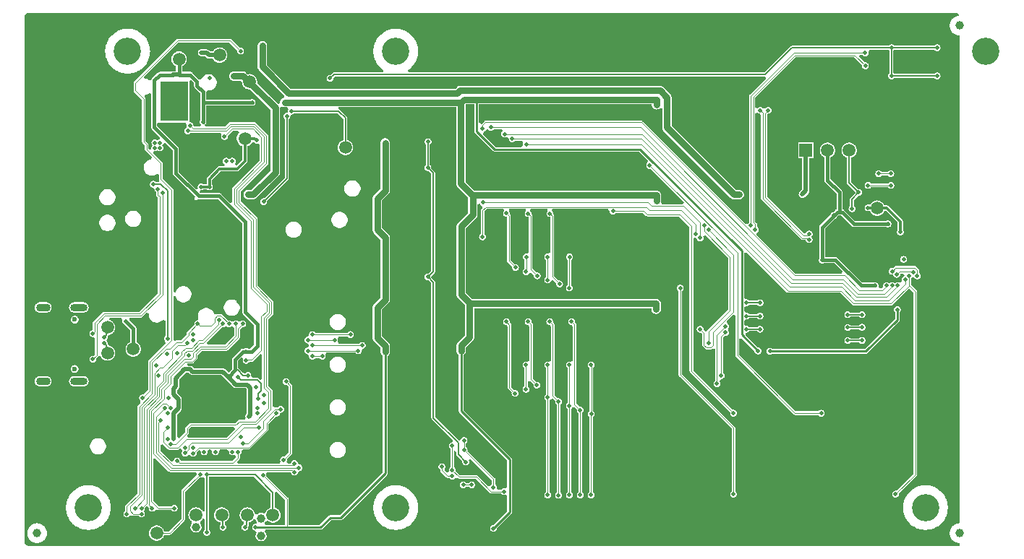
<source format=gbl>
G04*
G04 #@! TF.GenerationSoftware,Altium Limited,Altium Designer,24.6.1 (21)*
G04*
G04 Layer_Physical_Order=4*
G04 Layer_Color=16711680*
%FSLAX24Y24*%
%MOIN*%
G70*
G04*
G04 #@! TF.SameCoordinates,3324350E-0B28-4C73-BA69-32ECCD091292*
G04*
G04*
G04 #@! TF.FilePolarity,Positive*
G04*
G01*
G75*
%ADD10C,0.0060*%
%ADD11C,0.0098*%
%ADD13C,0.0079*%
%ADD14C,0.0059*%
%ADD19C,0.0049*%
%ADD21O,0.0669X0.0354*%
%ADD22O,0.0787X0.0354*%
%ADD132C,0.0060*%
%ADD146C,0.0394*%
%ADD147C,0.0118*%
%ADD149C,0.0315*%
%ADD150C,0.0177*%
%ADD152C,0.0197*%
%ADD154C,0.0157*%
%ADD161R,0.1298X0.1841*%
%ADD169C,0.0236*%
%ADD170C,0.0591*%
%ADD171R,0.0591X0.0591*%
%ADD172C,0.0390*%
%ADD173C,0.1260*%
%ADD174C,0.0197*%
%ADD175C,0.0240*%
%ADD176C,0.0200*%
%ADD177R,0.0300X0.0200*%
G36*
X43198Y24796D02*
X43241Y24758D01*
X43269Y24704D01*
X43247Y24663D01*
X43238Y24662D01*
X43203Y24655D01*
X43168Y24645D01*
X43135Y24633D01*
X43102Y24618D01*
X43071Y24601D01*
X43041Y24581D01*
X43013Y24559D01*
X42987Y24534D01*
X42963Y24508D01*
X42941Y24480D01*
X42921Y24450D01*
X42903Y24419D01*
X42888Y24387D01*
X42876Y24353D01*
X42866Y24319D01*
X42859Y24284D01*
X42855Y24248D01*
X42854Y24213D01*
X42855Y24177D01*
X42859Y24141D01*
X42866Y24106D01*
X42876Y24072D01*
X42888Y24038D01*
X42903Y24006D01*
X42921Y23975D01*
X42941Y23945D01*
X42963Y23917D01*
X42987Y23891D01*
X43013Y23867D01*
X43041Y23844D01*
X43071Y23825D01*
X43102Y23807D01*
X43135Y23792D01*
X43168Y23780D01*
X43203Y23770D01*
X43238Y23763D01*
X43273Y23759D01*
X43309Y23758D01*
X43323Y23744D01*
X43321Y1254D01*
X43309Y1242D01*
X43273Y1241D01*
X43238Y1237D01*
X43203Y1230D01*
X43168Y1220D01*
X43135Y1208D01*
X43102Y1193D01*
X43071Y1175D01*
X43041Y1156D01*
X43013Y1133D01*
X42987Y1109D01*
X42963Y1083D01*
X42941Y1055D01*
X42921Y1025D01*
X42903Y994D01*
X42888Y962D01*
X42876Y928D01*
X42866Y894D01*
X42859Y859D01*
X42855Y823D01*
X42854Y787D01*
X42855Y752D01*
X42859Y716D01*
X42866Y681D01*
X42876Y647D01*
X42888Y613D01*
X42903Y581D01*
X42921Y550D01*
X42941Y520D01*
X42963Y492D01*
X42987Y466D01*
X43013Y441D01*
X43041Y419D01*
X43071Y399D01*
X43102Y382D01*
X43135Y367D01*
X43168Y355D01*
X43203Y345D01*
X43238Y338D01*
X43273Y334D01*
X43309Y332D01*
X43321Y321D01*
X43321Y204D01*
X381D01*
X343Y211D01*
X307Y226D01*
X275Y248D01*
X248Y275D01*
X226Y307D01*
X211Y343D01*
X204Y381D01*
Y400D01*
Y24600D01*
Y24619D01*
X211Y24657D01*
X226Y24693D01*
X248Y24725D01*
X275Y24752D01*
X307Y24774D01*
X343Y24789D01*
X381Y24796D01*
X400D01*
X43198Y24796D01*
D02*
G37*
%LPC*%
G36*
X9217Y23204D02*
X9186D01*
X9155Y23202D01*
X9125Y23196D01*
X9095Y23188D01*
X9066Y23178D01*
X9038Y23165D01*
X9011Y23149D01*
X8986Y23131D01*
X8962Y23111D01*
X8940Y23090D01*
X8920Y23066D01*
X8903Y23041D01*
X8887Y23014D01*
X8884Y23008D01*
X8768D01*
X8712Y23064D01*
X8696Y23078D01*
X8679Y23089D01*
X8661Y23099D01*
X8641Y23105D01*
X8621Y23109D01*
X8600Y23111D01*
X8359D01*
X8354Y23110D01*
X8349D01*
X8344Y23110D01*
X8339Y23109D01*
X8334Y23108D01*
X8329Y23108D01*
X8324Y23106D01*
X8318Y23105D01*
X8314Y23104D01*
X8309Y23102D01*
X8304Y23100D01*
X8299Y23099D01*
X8294Y23096D01*
X8290Y23094D01*
X8285Y23092D01*
X8280Y23089D01*
X8276Y23087D01*
X8272Y23084D01*
X8268Y23081D01*
X8263Y23078D01*
X8259Y23075D01*
X8255Y23071D01*
X8252Y23068D01*
X8248Y23064D01*
X8244Y23060D01*
X8241Y23057D01*
X8238Y23053D01*
X8234Y23049D01*
X8231Y23045D01*
X8228Y23040D01*
X8226Y23036D01*
X8223Y23032D01*
X8220Y23027D01*
X8218Y23023D01*
X8216Y23018D01*
X8214Y23013D01*
X8212Y23008D01*
X8210Y23003D01*
X8209Y22998D01*
X8207Y22994D01*
X8206Y22989D01*
X8205Y22984D01*
X8204Y22978D01*
X8203Y22973D01*
X8203Y22968D01*
X8202Y22963D01*
Y22958D01*
X8202Y22953D01*
X8202Y22948D01*
Y22942D01*
X8203Y22937D01*
X8203Y22932D01*
X8204Y22927D01*
X8205Y22922D01*
X8206Y22917D01*
X8207Y22912D01*
X8209Y22907D01*
X8210Y22902D01*
X8212Y22897D01*
X8214Y22892D01*
X8216Y22888D01*
X8218Y22883D01*
X8220Y22878D01*
X8223Y22874D01*
X8226Y22870D01*
X8228Y22865D01*
X8231Y22861D01*
X8234Y22857D01*
X8238Y22853D01*
X8241Y22849D01*
X8244Y22845D01*
X8248Y22841D01*
X8252Y22838D01*
X8255Y22834D01*
X8259Y22831D01*
X8263Y22828D01*
X8268Y22825D01*
X8272Y22822D01*
X8276Y22819D01*
X8280Y22816D01*
X8285Y22814D01*
X8290Y22811D01*
X8294Y22809D01*
X8299Y22807D01*
X8304Y22805D01*
X8309Y22803D01*
X8314Y22802D01*
X8318Y22800D01*
X8324Y22799D01*
X8329Y22798D01*
X8334Y22797D01*
X8339Y22796D01*
X8344Y22796D01*
X8349Y22795D01*
X8354D01*
X8359Y22795D01*
X8535D01*
X8591Y22738D01*
X8607Y22725D01*
X8624Y22713D01*
X8643Y22704D01*
X8662Y22698D01*
X8682Y22694D01*
X8703Y22692D01*
X8884D01*
X8887Y22686D01*
X8903Y22659D01*
X8920Y22634D01*
X8940Y22610D01*
X8962Y22589D01*
X8986Y22569D01*
X9011Y22551D01*
X9038Y22535D01*
X9066Y22522D01*
X9095Y22512D01*
X9125Y22504D01*
X9155Y22498D01*
X9186Y22496D01*
X9217D01*
X9248Y22498D01*
X9278Y22504D01*
X9308Y22512D01*
X9337Y22522D01*
X9365Y22535D01*
X9392Y22551D01*
X9418Y22569D01*
X9441Y22589D01*
X9463Y22610D01*
X9483Y22634D01*
X9501Y22659D01*
X9516Y22686D01*
X9529Y22714D01*
X9540Y22743D01*
X9548Y22773D01*
X9553Y22804D01*
X9556Y22835D01*
Y22865D01*
X9553Y22896D01*
X9548Y22927D01*
X9540Y22957D01*
X9529Y22986D01*
X9516Y23014D01*
X9501Y23041D01*
X9483Y23066D01*
X9463Y23090D01*
X9441Y23111D01*
X9418Y23131D01*
X9392Y23149D01*
X9365Y23165D01*
X9337Y23178D01*
X9308Y23188D01*
X9278Y23196D01*
X9248Y23202D01*
X9217Y23204D01*
D02*
G37*
G36*
X9688Y23598D02*
X7264D01*
X7251Y23597D01*
X7238Y23594D01*
X7226Y23589D01*
X7214Y23582D01*
X7204Y23573D01*
X6826Y23194D01*
X5256Y21624D01*
X5247Y21614D01*
X5240Y21603D01*
X5235Y21591D01*
X5232Y21578D01*
X5231Y21565D01*
Y21211D01*
X5232Y21198D01*
X5235Y21185D01*
X5240Y21173D01*
X5247Y21161D01*
X5256Y21151D01*
X5615Y20792D01*
Y18858D01*
X5616Y18845D01*
X5619Y18832D01*
X5624Y18820D01*
X5631Y18809D01*
X5639Y18799D01*
X5753Y18686D01*
Y18498D01*
X5754Y18485D01*
X5757Y18472D01*
X5762Y18460D01*
X5769Y18449D01*
X5777Y18439D01*
X6084Y18132D01*
X6043Y18034D01*
X6042D01*
X5970Y18020D01*
X5903Y17992D01*
X5842Y17951D01*
X5790Y17900D01*
X5750Y17839D01*
X5722Y17772D01*
X5708Y17700D01*
Y17622D01*
X5722Y17550D01*
X5750Y17482D01*
X5791Y17421D01*
X5843Y17369D01*
X5904Y17328D01*
X5972Y17300D01*
X6044Y17286D01*
X6118D01*
X6190Y17300D01*
X6258Y17329D01*
X6307Y17361D01*
X6354Y17348D01*
X6405Y17316D01*
Y17123D01*
X6406Y17110D01*
X6409Y17097D01*
X6414Y17085D01*
X6416Y17083D01*
X6400Y17024D01*
X6370Y16984D01*
X6265D01*
X6261Y16990D01*
X6246Y17004D01*
X6230Y17017D01*
X6212Y17027D01*
X6193Y17035D01*
X6173Y17040D01*
X6153Y17043D01*
X6132D01*
X6111Y17040D01*
X6092Y17035D01*
X6072Y17027D01*
X6055Y17017D01*
X6038Y17004D01*
X6024Y16990D01*
X6011Y16973D01*
X6001Y16955D01*
X5993Y16936D01*
X5987Y16916D01*
X5985Y16896D01*
Y16875D01*
X5987Y16855D01*
X5993Y16835D01*
X6001Y16816D01*
X6011Y16798D01*
X6024Y16782D01*
X6038Y16767D01*
X6055Y16754D01*
X6072Y16744D01*
X6092Y16736D01*
X6111Y16731D01*
X6143Y16720D01*
X6170Y16699D01*
X6189Y16668D01*
X6197Y16640D01*
X6202Y16620D01*
X6210Y16601D01*
X6220Y16583D01*
X6233Y16566D01*
X6247Y16552D01*
X6264Y16539D01*
X6267Y16537D01*
Y16401D01*
X6268Y16387D01*
X6272Y16375D01*
X6277Y16362D01*
X6283Y16351D01*
X6292Y16341D01*
X6357Y16276D01*
Y11872D01*
X5485Y10999D01*
X3868D01*
X3855Y10998D01*
X3842Y10995D01*
X3830Y10990D01*
X3819Y10983D01*
X3809Y10975D01*
X3374Y10539D01*
X3365Y10529D01*
X3358Y10518D01*
X3353Y10506D01*
X3350Y10493D01*
X3349Y10480D01*
Y10151D01*
X3347D01*
X3326Y10148D01*
X3306Y10143D01*
X3287Y10135D01*
X3269Y10125D01*
X3253Y10112D01*
X3238Y10097D01*
X3226Y10081D01*
X3216Y10063D01*
X3208Y10044D01*
X3202Y10024D01*
X3200Y10004D01*
Y9983D01*
X3202Y9963D01*
X3208Y9943D01*
X3216Y9924D01*
X3226Y9906D01*
X3238Y9889D01*
X3253Y9875D01*
X3269Y9862D01*
X3287Y9852D01*
X3306Y9844D01*
X3326Y9839D01*
X3347Y9836D01*
X3367D01*
X3440Y9788D01*
X3444Y9783D01*
X3459Y9759D01*
Y9032D01*
X3386Y8968D01*
X3368Y8970D01*
X3348D01*
X3327Y8967D01*
X3307Y8962D01*
X3288Y8954D01*
X3270Y8944D01*
X3254Y8931D01*
X3239Y8917D01*
X3227Y8900D01*
X3216Y8882D01*
X3209Y8863D01*
X3203Y8843D01*
X3201Y8823D01*
Y8802D01*
X3203Y8782D01*
X3209Y8762D01*
X3216Y8743D01*
X3227Y8725D01*
X3239Y8709D01*
X3254Y8694D01*
X3270Y8681D01*
X3288Y8671D01*
X3307Y8663D01*
X3327Y8658D01*
X3348Y8655D01*
X3368D01*
X3389Y8658D01*
X3409Y8663D01*
X3428Y8671D01*
X3446Y8681D01*
X3462Y8694D01*
X3477Y8709D01*
X3489Y8725D01*
X3500Y8743D01*
X3507Y8762D01*
X3513Y8782D01*
X3515Y8802D01*
Y8823D01*
X3513Y8843D01*
X3512Y8845D01*
X3603Y8935D01*
X3611Y8945D01*
X3634Y8950D01*
X3658Y8950D01*
X3703Y8944D01*
X3715Y8940D01*
X3717Y8936D01*
X3733Y8909D01*
X3750Y8884D01*
X3770Y8860D01*
X3792Y8838D01*
X3816Y8818D01*
X3841Y8800D01*
X3868Y8785D01*
X3896Y8772D01*
X3925Y8761D01*
X3955Y8753D01*
X3985Y8748D01*
X4016Y8745D01*
X4047D01*
X4078Y8748D01*
X4108Y8753D01*
X4138Y8761D01*
X4167Y8772D01*
X4195Y8785D01*
X4222Y8800D01*
X4248Y8818D01*
X4271Y8838D01*
X4293Y8860D01*
X4313Y8884D01*
X4331Y8909D01*
X4346Y8936D01*
X4359Y8964D01*
X4370Y8993D01*
X4378Y9023D01*
X4383Y9053D01*
X4386Y9084D01*
Y9115D01*
X4383Y9146D01*
X4378Y9176D01*
X4370Y9206D01*
X4359Y9235D01*
X4346Y9263D01*
X4331Y9290D01*
X4313Y9315D01*
X4293Y9339D01*
X4271Y9361D01*
X4248Y9381D01*
X4222Y9399D01*
X4195Y9414D01*
X4167Y9427D01*
X4138Y9438D01*
X4108Y9446D01*
X4084Y9450D01*
X4083Y9464D01*
X4080Y9478D01*
X4075Y9491D01*
X4067Y9502D01*
X4058Y9513D01*
X4033Y9538D01*
X4035Y9557D01*
Y9577D01*
X4033Y9598D01*
X4027Y9618D01*
X4020Y9637D01*
X4009Y9655D01*
X3997Y9671D01*
X3986Y9695D01*
X3997Y9719D01*
X4009Y9735D01*
X4020Y9753D01*
X4027Y9772D01*
X4033Y9792D01*
X4035Y9813D01*
Y9833D01*
X4034Y9848D01*
X4039Y9857D01*
X4050Y9868D01*
X4059Y9879D01*
X4066Y9891D01*
X4071Y9904D01*
X4075Y9917D01*
X4075Y9925D01*
X4078Y9930D01*
X4108Y9935D01*
X4138Y9943D01*
X4167Y9954D01*
X4195Y9967D01*
X4222Y9982D01*
X4248Y10000D01*
X4271Y10020D01*
X4293Y10042D01*
X4313Y10066D01*
X4331Y10091D01*
X4346Y10118D01*
X4359Y10146D01*
X4370Y10175D01*
X4378Y10205D01*
X4383Y10235D01*
X4386Y10266D01*
Y10297D01*
X4383Y10328D01*
X4378Y10358D01*
X4370Y10388D01*
X4359Y10417D01*
X4346Y10445D01*
X4331Y10472D01*
X4313Y10497D01*
X4293Y10521D01*
X4271Y10543D01*
X4248Y10563D01*
X4222Y10581D01*
X4195Y10596D01*
X4167Y10609D01*
X4138Y10620D01*
X4124Y10624D01*
X4137Y10722D01*
X4666D01*
X4687Y10704D01*
X4696Y10690D01*
X4723Y10624D01*
X4723Y10622D01*
X4717Y10602D01*
X4715Y10581D01*
Y10561D01*
X4717Y10540D01*
X4723Y10520D01*
X4730Y10501D01*
X4741Y10483D01*
X4753Y10467D01*
X4768Y10452D01*
X4784Y10440D01*
X4802Y10429D01*
X4806Y10428D01*
X5074Y10160D01*
Y9602D01*
X5058Y9595D01*
X5031Y9579D01*
X5006Y9561D01*
X4982Y9541D01*
X4960Y9520D01*
X4940Y9496D01*
X4923Y9471D01*
X4907Y9444D01*
X4894Y9416D01*
X4883Y9387D01*
X4875Y9357D01*
X4870Y9326D01*
X4867Y9295D01*
Y9265D01*
X4870Y9234D01*
X4875Y9203D01*
X4883Y9173D01*
X4894Y9144D01*
X4907Y9116D01*
X4923Y9089D01*
X4940Y9064D01*
X4960Y9040D01*
X4982Y9019D01*
X5006Y8999D01*
X5031Y8981D01*
X5058Y8965D01*
X5086Y8952D01*
X5115Y8942D01*
X5145Y8934D01*
X5175Y8928D01*
X5206Y8926D01*
X5237D01*
X5268Y8928D01*
X5298Y8934D01*
X5328Y8942D01*
X5357Y8952D01*
X5385Y8965D01*
X5412Y8981D01*
X5438Y8999D01*
X5461Y9019D01*
X5483Y9040D01*
X5503Y9064D01*
X5521Y9089D01*
X5536Y9116D01*
X5549Y9144D01*
X5560Y9173D01*
X5568Y9203D01*
X5573Y9234D01*
X5576Y9265D01*
Y9295D01*
X5573Y9326D01*
X5568Y9357D01*
X5560Y9387D01*
X5549Y9416D01*
X5536Y9444D01*
X5521Y9471D01*
X5503Y9496D01*
X5483Y9520D01*
X5461Y9541D01*
X5438Y9561D01*
X5412Y9579D01*
X5385Y9595D01*
X5370Y9602D01*
Y10221D01*
X5368Y10241D01*
X5365Y10260D01*
X5358Y10278D01*
X5350Y10295D01*
X5339Y10311D01*
X5326Y10326D01*
X5042Y10610D01*
X5062Y10708D01*
X5079Y10722D01*
X5570D01*
X5583Y10723D01*
X5596Y10726D01*
X5608Y10731D01*
X5619Y10738D01*
X5629Y10747D01*
X5848Y10966D01*
X5939Y10918D01*
X5938Y10910D01*
Y10832D01*
X5952Y10760D01*
X5980Y10692D01*
X6021Y10631D01*
X6073Y10579D01*
X6134Y10538D01*
X6202Y10510D01*
X6274Y10496D01*
X6348D01*
X6420Y10510D01*
X6488Y10539D01*
X6550Y10580D01*
X6600Y10629D01*
X6610Y10629D01*
X6698Y10598D01*
Y9890D01*
X6693Y9886D01*
X6678Y9872D01*
X6665Y9855D01*
X6655Y9837D01*
X6647Y9818D01*
X6642Y9798D01*
X6639Y9778D01*
Y9757D01*
X6642Y9737D01*
X6647Y9717D01*
X6655Y9698D01*
X6665Y9680D01*
X6678Y9664D01*
X6693Y9649D01*
X6707Y9564D01*
X6707Y9555D01*
X6700Y9531D01*
X5925Y8755D01*
X5916Y8745D01*
X5909Y8733D01*
X5904Y8721D01*
X5901Y8708D01*
X5900Y8695D01*
Y7401D01*
X5682Y7184D01*
X5678Y7185D01*
X5658Y7188D01*
X5637D01*
X5616Y7185D01*
X5597Y7179D01*
X5577Y7172D01*
X5560Y7161D01*
X5543Y7149D01*
X5529Y7134D01*
X5516Y7118D01*
X5506Y7100D01*
X5498Y7081D01*
X5492Y7061D01*
X5490Y7040D01*
Y7020D01*
X5492Y6999D01*
X5498Y6979D01*
X5506Y6960D01*
X5516Y6942D01*
X5529Y6926D01*
X5543Y6911D01*
X5557Y6827D01*
X5556Y6817D01*
X5550Y6794D01*
X5446Y6689D01*
X5437Y6679D01*
X5430Y6668D01*
X5425Y6656D01*
X5422Y6643D01*
X5421Y6630D01*
Y2628D01*
X4867Y2074D01*
X4859Y2064D01*
X4852Y2053D01*
X4847Y2041D01*
X4844Y2028D01*
X4842Y2015D01*
Y1805D01*
X4839Y1803D01*
X4822Y1790D01*
X4808Y1776D01*
X4795Y1759D01*
X4785Y1741D01*
X4777Y1722D01*
X4772Y1702D01*
X4769Y1682D01*
Y1661D01*
X4772Y1641D01*
X4777Y1621D01*
X4785Y1602D01*
X4795Y1584D01*
X4808Y1568D01*
X4822Y1553D01*
X4839Y1540D01*
X4857Y1530D01*
X4876Y1522D01*
X4896Y1517D01*
X4916Y1514D01*
X4937D01*
X4957Y1517D01*
X4977Y1522D01*
X4996Y1530D01*
X5014Y1540D01*
X5030Y1553D01*
X5045Y1568D01*
X5055Y1581D01*
X5059Y1584D01*
X5137Y1606D01*
X5151Y1607D01*
X5172Y1604D01*
X5184Y1597D01*
X5196Y1592D01*
X5209Y1589D01*
X5222Y1588D01*
X5471D01*
X5473Y1584D01*
X5485Y1568D01*
X5500Y1553D01*
X5516Y1540D01*
X5534Y1530D01*
X5553Y1522D01*
X5573Y1517D01*
X5594Y1514D01*
X5614D01*
X5635Y1517D01*
X5655Y1522D01*
X5674Y1530D01*
X5692Y1540D01*
X5708Y1553D01*
X5723Y1568D01*
X5735Y1584D01*
X5746Y1602D01*
X5753Y1621D01*
X5759Y1641D01*
X5762Y1661D01*
Y1682D01*
X5759Y1702D01*
X5753Y1722D01*
X5746Y1741D01*
X5735Y1759D01*
X5723Y1776D01*
X5713Y1802D01*
X5723Y1828D01*
X5735Y1844D01*
X5746Y1862D01*
X5753Y1881D01*
X5759Y1901D01*
X5762Y1921D01*
Y1942D01*
X5759Y1962D01*
X5838Y2011D01*
X5865Y2018D01*
X5873Y2013D01*
X5938Y1949D01*
X5937Y1942D01*
Y1921D01*
X5939Y1901D01*
X5945Y1881D01*
X5953Y1862D01*
X5963Y1844D01*
X5975Y1828D01*
X5990Y1813D01*
X6006Y1800D01*
X6024Y1790D01*
X6043Y1782D01*
X6063Y1777D01*
X6084Y1774D01*
X6104D01*
X6125Y1777D01*
X6145Y1782D01*
X6164Y1790D01*
X6182Y1800D01*
X6198Y1813D01*
X6213Y1828D01*
X6216Y1832D01*
X6263Y1852D01*
X6300Y1859D01*
X6332Y1858D01*
X6333Y1858D01*
X6339Y1856D01*
X6348Y1852D01*
X6361Y1849D01*
X6374Y1848D01*
X6981D01*
X6983Y1844D01*
X6995Y1828D01*
X7010Y1813D01*
X7026Y1800D01*
X7044Y1790D01*
X7063Y1782D01*
X7083Y1777D01*
X7104Y1774D01*
X7124D01*
X7145Y1777D01*
X7165Y1782D01*
X7184Y1790D01*
X7202Y1800D01*
X7218Y1813D01*
X7233Y1828D01*
X7245Y1844D01*
X7256Y1862D01*
X7263Y1881D01*
X7269Y1901D01*
X7272Y1921D01*
Y1942D01*
X7269Y1962D01*
X7263Y1982D01*
X7256Y2001D01*
X7245Y2019D01*
X7233Y2036D01*
X7218Y2050D01*
X7202Y2063D01*
X7184Y2073D01*
X7165Y2081D01*
X7145Y2086D01*
X7124Y2089D01*
X7104D01*
X7083Y2086D01*
X7063Y2081D01*
X7044Y2073D01*
X7026Y2063D01*
X7010Y2050D01*
X6995Y2036D01*
X6983Y2019D01*
X6981Y2016D01*
X6409D01*
X6136Y2289D01*
Y4227D01*
X6227Y4265D01*
X6863Y3628D01*
X6873Y3620D01*
X6885Y3613D01*
X6897Y3608D01*
X6910Y3605D01*
X6923Y3604D01*
X8072D01*
X8098Y3587D01*
X8101Y3584D01*
X8148Y3510D01*
Y3489D01*
X8151Y3469D01*
X8152Y3465D01*
X7462Y2775D01*
X7453Y2765D01*
X7447Y2753D01*
X7442Y2741D01*
X7438Y2728D01*
X7437Y2715D01*
Y1446D01*
X6863Y871D01*
X6645D01*
X6639Y894D01*
X6629Y923D01*
X6615Y951D01*
X6600Y978D01*
X6582Y1003D01*
X6562Y1027D01*
X6541Y1049D01*
X6517Y1069D01*
X6491Y1087D01*
X6465Y1102D01*
X6437Y1115D01*
X6408Y1126D01*
X6378Y1134D01*
X6347Y1139D01*
X6316Y1142D01*
X6285D01*
X6255Y1139D01*
X6224Y1134D01*
X6194Y1126D01*
X6165Y1115D01*
X6137Y1102D01*
X6110Y1087D01*
X6085Y1069D01*
X6061Y1049D01*
X6039Y1027D01*
X6020Y1003D01*
X6002Y978D01*
X5986Y951D01*
X5973Y923D01*
X5963Y894D01*
X5955Y864D01*
X5949Y834D01*
X5947Y803D01*
Y772D01*
X5949Y741D01*
X5955Y711D01*
X5963Y681D01*
X5973Y652D01*
X5986Y624D01*
X6002Y597D01*
X6020Y571D01*
X6039Y548D01*
X6061Y526D01*
X6085Y506D01*
X6110Y488D01*
X6137Y473D01*
X6165Y460D01*
X6194Y449D01*
X6224Y441D01*
X6255Y436D01*
X6285Y433D01*
X6316D01*
X6347Y436D01*
X6378Y441D01*
X6408Y449D01*
X6437Y460D01*
X6465Y473D01*
X6491Y488D01*
X6517Y506D01*
X6541Y526D01*
X6562Y548D01*
X6582Y571D01*
X6600Y597D01*
X6615Y624D01*
X6629Y652D01*
X6639Y681D01*
X6645Y703D01*
X6898D01*
X6911Y705D01*
X6923Y708D01*
X6936Y713D01*
X6947Y720D01*
X6957Y728D01*
X7581Y1352D01*
X7589Y1362D01*
X7596Y1373D01*
X7601Y1385D01*
X7604Y1398D01*
X7605Y1411D01*
Y2680D01*
X8271Y3346D01*
X8275Y3345D01*
X8296Y3342D01*
X8316D01*
X8337Y3345D01*
X8357Y3350D01*
X8376Y3358D01*
X8394Y3369D01*
X8398Y3372D01*
X8424Y3383D01*
X8432Y3385D01*
X8520Y3318D01*
Y1829D01*
X8468Y1805D01*
X8422Y1804D01*
X8416Y1815D01*
X8398Y1840D01*
X8378Y1864D01*
X8356Y1885D01*
X8333Y1905D01*
X8307Y1923D01*
X8280Y1939D01*
X8252Y1952D01*
X8223Y1962D01*
X8193Y1970D01*
X8163Y1976D01*
X8132Y1978D01*
X8101D01*
X8070Y1976D01*
X8040Y1970D01*
X8010Y1962D01*
X7981Y1952D01*
X7953Y1939D01*
X7926Y1923D01*
X7901Y1905D01*
X7877Y1885D01*
X7855Y1864D01*
X7835Y1840D01*
X7817Y1815D01*
X7802Y1788D01*
X7789Y1760D01*
X7778Y1731D01*
X7770Y1701D01*
X7765Y1670D01*
X7762Y1639D01*
Y1609D01*
X7765Y1578D01*
X7770Y1547D01*
X7778Y1517D01*
X7789Y1488D01*
X7802Y1460D01*
X7817Y1433D01*
X7835Y1408D01*
X7855Y1384D01*
X7877Y1363D01*
X7901Y1343D01*
X7901Y1343D01*
X7909Y1326D01*
X7917Y1279D01*
X7918Y1266D01*
X7913Y1225D01*
X7911Y1220D01*
X7909Y1218D01*
X7895Y1197D01*
X7883Y1175D01*
X7874Y1152D01*
X7867Y1128D01*
X7862Y1104D01*
X7859Y1079D01*
Y1054D01*
X7862Y1029D01*
X7867Y1005D01*
X7874Y981D01*
X7883Y958D01*
X7895Y936D01*
X7909Y915D01*
X7925Y896D01*
X7943Y878D01*
X7962Y862D01*
X7983Y848D01*
X8005Y837D01*
X8028Y827D01*
X8052Y820D01*
X8076Y815D01*
X8101Y813D01*
X8126D01*
X8151Y815D01*
X8175Y820D01*
X8199Y827D01*
X8222Y837D01*
X8244Y848D01*
X8265Y862D01*
X8284Y878D01*
X8302Y896D01*
X8318Y915D01*
X8332Y936D01*
X8343Y958D01*
X8353Y981D01*
X8360Y1005D01*
X8365Y1029D01*
X8367Y1054D01*
Y1079D01*
X8365Y1104D01*
X8360Y1128D01*
X8353Y1152D01*
X8343Y1175D01*
X8332Y1197D01*
X8318Y1218D01*
X8318Y1218D01*
X8314Y1227D01*
X8311Y1271D01*
X8312Y1283D01*
X8321Y1321D01*
X8333Y1343D01*
X8356Y1363D01*
X8378Y1384D01*
X8398Y1408D01*
X8416Y1433D01*
X8422Y1444D01*
X8468Y1443D01*
X8520Y1419D01*
Y944D01*
X8509Y935D01*
X8495Y921D01*
X8482Y904D01*
X8472Y886D01*
X8464Y867D01*
X8459Y847D01*
X8456Y827D01*
Y806D01*
X8459Y786D01*
X8464Y766D01*
X8472Y747D01*
X8482Y729D01*
X8495Y713D01*
X8509Y698D01*
X8526Y685D01*
X8544Y675D01*
X8563Y667D01*
X8583Y662D01*
X8603Y659D01*
X8624D01*
X8644Y662D01*
X8664Y667D01*
X8683Y675D01*
X8701Y685D01*
X8717Y698D01*
X8732Y713D01*
X8745Y729D01*
X8755Y747D01*
X8763Y766D01*
X8768Y786D01*
X8771Y806D01*
Y827D01*
X8768Y847D01*
X8763Y867D01*
X8755Y886D01*
X8745Y904D01*
X8732Y921D01*
X8718Y935D01*
Y3377D01*
X8723Y3381D01*
X8738Y3396D01*
X8742Y3401D01*
X10791D01*
X11563Y2629D01*
Y1964D01*
X11555Y1962D01*
X11526Y1952D01*
X11498Y1939D01*
X11471Y1923D01*
X11446Y1905D01*
X11422Y1885D01*
X11400Y1864D01*
X11380Y1840D01*
X11362Y1815D01*
X11347Y1788D01*
X11334Y1760D01*
X11329Y1746D01*
X11322Y1738D01*
X11299Y1722D01*
X11231Y1698D01*
X11215Y1699D01*
X11199Y1706D01*
X11175Y1713D01*
X11151Y1718D01*
X11126Y1721D01*
X11101D01*
X11076Y1718D01*
X11052Y1713D01*
X11028Y1706D01*
X11005Y1697D01*
X10983Y1685D01*
X10962Y1671D01*
X10943Y1655D01*
X10930Y1643D01*
X10921Y1642D01*
X10906Y1644D01*
X10840Y1667D01*
X10830Y1674D01*
X10825Y1701D01*
X10817Y1731D01*
X10806Y1760D01*
X10793Y1788D01*
X10778Y1815D01*
X10760Y1840D01*
X10740Y1864D01*
X10718Y1885D01*
X10695Y1905D01*
X10669Y1923D01*
X10643Y1939D01*
X10615Y1952D01*
X10585Y1962D01*
X10556Y1970D01*
X10525Y1976D01*
X10494Y1978D01*
X10463D01*
X10433Y1976D01*
X10402Y1970D01*
X10372Y1962D01*
X10343Y1952D01*
X10315Y1939D01*
X10288Y1923D01*
X10263Y1905D01*
X10239Y1885D01*
X10217Y1864D01*
X10197Y1840D01*
X10180Y1815D01*
X10164Y1788D01*
X10151Y1760D01*
X10141Y1731D01*
X10133Y1701D01*
X10127Y1670D01*
X10124Y1639D01*
Y1609D01*
X10127Y1578D01*
X10133Y1547D01*
X10141Y1517D01*
X10151Y1488D01*
X10164Y1460D01*
X10180Y1433D01*
X10197Y1408D01*
X10217Y1384D01*
X10239Y1363D01*
X10263Y1343D01*
X10288Y1325D01*
X10315Y1309D01*
X10317Y1308D01*
X10319Y1231D01*
X10309Y1204D01*
X10300Y1201D01*
X10282Y1190D01*
X10266Y1178D01*
X10251Y1163D01*
X10239Y1147D01*
X10228Y1129D01*
X10220Y1110D01*
X10215Y1090D01*
X10212Y1069D01*
Y1049D01*
X10215Y1028D01*
X10220Y1008D01*
X10228Y989D01*
X10239Y971D01*
X10251Y955D01*
X10266Y940D01*
X10282Y928D01*
X10300Y918D01*
X10319Y910D01*
X10339Y904D01*
X10360Y902D01*
X10380D01*
X10401Y904D01*
X10421Y910D01*
X10440Y918D01*
X10458Y928D01*
X10474Y940D01*
X10489Y955D01*
X10501Y971D01*
X10511Y989D01*
X10519Y1008D01*
X10525Y1028D01*
X10527Y1049D01*
Y1069D01*
X10525Y1090D01*
X10522Y1101D01*
X10530Y1110D01*
X10537Y1122D01*
X10543Y1135D01*
X10546Y1149D01*
X10547Y1163D01*
X10547Y1163D01*
Y1276D01*
X10556Y1278D01*
X10585Y1286D01*
X10615Y1296D01*
X10643Y1309D01*
X10669Y1325D01*
X10695Y1343D01*
X10718Y1363D01*
X10740Y1384D01*
X10760Y1408D01*
X10766Y1416D01*
X10772Y1417D01*
X10829Y1412D01*
X10870Y1395D01*
X10874Y1381D01*
X10883Y1358D01*
X10895Y1336D01*
X10909Y1315D01*
X10915Y1308D01*
X10910Y1285D01*
X10898Y1256D01*
X10865Y1217D01*
X10853D01*
X10832Y1214D01*
X10812Y1208D01*
X10793Y1201D01*
X10775Y1190D01*
X10759Y1178D01*
X10744Y1163D01*
X10732Y1147D01*
X10721Y1129D01*
X10713Y1110D01*
X10708Y1090D01*
X10705Y1069D01*
Y1049D01*
X10708Y1028D01*
X10713Y1008D01*
X10721Y989D01*
X10732Y971D01*
X10744Y955D01*
X10759Y940D01*
X10775Y928D01*
X10793Y918D01*
X10812Y910D01*
X10832Y904D01*
X10853Y902D01*
X10889Y848D01*
X10901Y806D01*
X10895Y797D01*
X10883Y775D01*
X10874Y752D01*
X10867Y728D01*
X10862Y704D01*
X10859Y679D01*
Y654D01*
X10862Y629D01*
X10867Y605D01*
X10874Y581D01*
X10883Y558D01*
X10895Y536D01*
X10909Y515D01*
X10925Y496D01*
X10943Y478D01*
X10962Y462D01*
X10983Y448D01*
X11005Y437D01*
X11028Y427D01*
X11052Y420D01*
X11076Y415D01*
X11101Y413D01*
X11126D01*
X11151Y415D01*
X11175Y420D01*
X11199Y427D01*
X11222Y437D01*
X11244Y448D01*
X11265Y462D01*
X11284Y478D01*
X11302Y496D01*
X11318Y515D01*
X11332Y536D01*
X11343Y558D01*
X11353Y581D01*
X11360Y605D01*
X11365Y629D01*
X11367Y654D01*
Y679D01*
X11365Y704D01*
X11360Y728D01*
X11353Y752D01*
X11343Y775D01*
X11332Y797D01*
X11318Y818D01*
X11302Y837D01*
X11287Y852D01*
X11288Y866D01*
X11311Y937D01*
X11321Y950D01*
X13857D01*
X13874Y952D01*
X13890Y956D01*
X13906Y962D01*
X13921Y971D01*
X13934Y982D01*
X14342Y1390D01*
X14793D01*
X14810Y1392D01*
X14826Y1396D01*
X14842Y1402D01*
X14857Y1411D01*
X14870Y1422D01*
X16911Y3464D01*
X16922Y3477D01*
X16931Y3491D01*
X16938Y3507D01*
X16942Y3524D01*
X16943Y3541D01*
Y8968D01*
X16950Y8971D01*
X16970Y8986D01*
X16988Y9002D01*
X17004Y9020D01*
X17018Y9040D01*
X17030Y9061D01*
X17039Y9083D01*
X17046Y9107D01*
X17050Y9131D01*
X17051Y9155D01*
Y9427D01*
X17050Y9451D01*
X17046Y9475D01*
X17039Y9499D01*
X17030Y9521D01*
X17018Y9543D01*
X17004Y9562D01*
X16988Y9581D01*
X16685Y9883D01*
Y11111D01*
X16988Y11414D01*
X17004Y11432D01*
X17018Y11452D01*
X17030Y11473D01*
X17039Y11495D01*
X17046Y11519D01*
X17050Y11543D01*
X17051Y11567D01*
Y14125D01*
Y14417D01*
X17050Y14442D01*
X17046Y14466D01*
X17039Y14489D01*
X17030Y14511D01*
X17018Y14533D01*
X17004Y14553D01*
X16988Y14571D01*
X16685Y14873D01*
Y16140D01*
X16984Y16439D01*
X17000Y16458D01*
X17014Y16477D01*
X17026Y16499D01*
X17035Y16521D01*
X17042Y16545D01*
X17046Y16569D01*
X17048Y16593D01*
Y18799D01*
X17046Y18823D01*
X17042Y18847D01*
X17035Y18871D01*
X17026Y18893D01*
X17014Y18915D01*
X17000Y18934D01*
X16984Y18953D01*
X16966Y18969D01*
X16946Y18983D01*
X16925Y18995D01*
X16902Y19004D01*
X16879Y19011D01*
X16855Y19015D01*
X16831Y19016D01*
X16806Y19015D01*
X16782Y19011D01*
X16759Y19004D01*
X16737Y18995D01*
X16715Y18983D01*
X16695Y18969D01*
X16677Y18953D01*
X16661Y18934D01*
X16647Y18915D01*
X16635Y18893D01*
X16626Y18871D01*
X16619Y18847D01*
X16615Y18823D01*
X16614Y18799D01*
Y16683D01*
X16315Y16384D01*
X16299Y16366D01*
X16285Y16346D01*
X16273Y16324D01*
X16264Y16302D01*
X16257Y16279D01*
X16253Y16255D01*
X16251Y16230D01*
Y14783D01*
X16253Y14759D01*
X16257Y14735D01*
X16264Y14712D01*
X16273Y14689D01*
X16285Y14668D01*
X16299Y14648D01*
X16315Y14630D01*
X16617Y14327D01*
Y14125D01*
Y11657D01*
X16315Y11354D01*
X16299Y11336D01*
X16285Y11316D01*
X16273Y11295D01*
X16264Y11272D01*
X16257Y11249D01*
X16253Y11225D01*
X16251Y11201D01*
Y9793D01*
X16253Y9769D01*
X16257Y9745D01*
X16264Y9722D01*
X16273Y9699D01*
X16285Y9678D01*
X16299Y9658D01*
X16315Y9640D01*
X16617Y9337D01*
Y9155D01*
X16619Y9131D01*
X16623Y9107D01*
X16630Y9083D01*
X16639Y9061D01*
X16651Y9040D01*
X16665Y9020D01*
X16681Y9002D01*
X16699Y8986D01*
X16719Y8971D01*
X16726Y8968D01*
Y3586D01*
X14748Y1608D01*
X14297D01*
X14280Y1606D01*
X14263Y1602D01*
X14247Y1596D01*
X14233Y1587D01*
X14220Y1576D01*
X13812Y1168D01*
X12383D01*
Y2363D01*
X12382Y2376D01*
X12379Y2389D01*
X12374Y2401D01*
X12367Y2413D01*
X12358Y2423D01*
X11355Y3426D01*
X11356Y3430D01*
X11359Y3450D01*
Y3471D01*
X11356Y3491D01*
X11353Y3505D01*
X11352Y3513D01*
X11384Y3575D01*
X11406Y3600D01*
X11412Y3604D01*
X12494D01*
Y3590D01*
X12497Y3569D01*
X12502Y3549D01*
X12510Y3530D01*
X12520Y3512D01*
X12533Y3496D01*
X12548Y3481D01*
X12564Y3469D01*
X12582Y3458D01*
X12601Y3451D01*
X12621Y3445D01*
X12641Y3443D01*
X12662D01*
X12682Y3445D01*
X12702Y3451D01*
X12721Y3458D01*
X12739Y3469D01*
X12756Y3481D01*
X12770Y3496D01*
X12783Y3512D01*
X12793Y3530D01*
X12801Y3549D01*
X12806Y3569D01*
X12815Y3597D01*
X12836Y3624D01*
X12868Y3641D01*
X12891Y3645D01*
X12911Y3651D01*
X12930Y3658D01*
X12948Y3669D01*
X12964Y3681D01*
X12979Y3696D01*
X12991Y3712D01*
X13002Y3730D01*
X13010Y3749D01*
X13015Y3769D01*
X13018Y3790D01*
Y3810D01*
X13015Y3831D01*
X13010Y3851D01*
X13002Y3870D01*
X12991Y3888D01*
X12979Y3904D01*
X12964Y3919D01*
X12948Y3931D01*
X12930Y3942D01*
X12911Y3949D01*
X12891Y3955D01*
X12868Y3959D01*
X12836Y3976D01*
X12815Y4003D01*
X12806Y4031D01*
X12801Y4051D01*
X12793Y4070D01*
X12783Y4088D01*
X12770Y4104D01*
X12756Y4119D01*
X12739Y4131D01*
X12721Y4142D01*
X12702Y4149D01*
X12682Y4155D01*
X12662Y4157D01*
X12641D01*
X12621Y4155D01*
X12601Y4149D01*
X12582Y4142D01*
X12564Y4131D01*
X12548Y4119D01*
X12533Y4104D01*
X12520Y4088D01*
X12510Y4070D01*
X12502Y4051D01*
X12497Y4031D01*
X12494Y4010D01*
Y3998D01*
X12341D01*
X12330Y4008D01*
X12311Y4037D01*
X12292Y4096D01*
X12293Y4099D01*
X12301Y4118D01*
X12306Y4138D01*
X12309Y4158D01*
Y4179D01*
X12306Y4199D01*
X12305Y4204D01*
X12511Y4409D01*
X12520Y4419D01*
X12526Y4430D01*
X12531Y4443D01*
X12535Y4455D01*
X12536Y4469D01*
Y7593D01*
X12535Y7607D01*
X12531Y7619D01*
X12526Y7631D01*
X12520Y7643D01*
X12511Y7653D01*
X12423Y7741D01*
X12424Y7745D01*
X12427Y7765D01*
Y7786D01*
X12424Y7806D01*
X12419Y7826D01*
X12411Y7845D01*
X12401Y7863D01*
X12388Y7880D01*
X12374Y7894D01*
X12357Y7907D01*
X12339Y7917D01*
X12320Y7925D01*
X12300Y7930D01*
X12280Y7933D01*
X12259D01*
X12239Y7930D01*
X12219Y7925D01*
X12200Y7917D01*
X12182Y7907D01*
X12165Y7894D01*
X12151Y7880D01*
X12138Y7863D01*
X12128Y7845D01*
X12120Y7826D01*
X12115Y7806D01*
X12112Y7786D01*
Y7765D01*
X12115Y7745D01*
X12120Y7725D01*
X12128Y7706D01*
X12138Y7688D01*
X12151Y7672D01*
X12165Y7657D01*
X12182Y7644D01*
X12200Y7634D01*
X12219Y7626D01*
X12239Y7621D01*
X12259Y7618D01*
X12280D01*
X12295Y7620D01*
X12368Y7555D01*
Y4503D01*
X12187Y4322D01*
X12182Y4323D01*
X12162Y4326D01*
X12141D01*
X12121Y4323D01*
X12101Y4318D01*
X12082Y4310D01*
X12064Y4300D01*
X12048Y4287D01*
X12033Y4273D01*
X12020Y4256D01*
X12010Y4238D01*
X12002Y4219D01*
X11997Y4199D01*
X11994Y4179D01*
Y4158D01*
X11997Y4138D01*
X12002Y4118D01*
X12010Y4099D01*
X12012Y4096D01*
X11992Y4037D01*
X11973Y4008D01*
X11962Y3998D01*
X10043D01*
X10006Y4089D01*
X10114Y4198D01*
X10123Y4208D01*
X10130Y4219D01*
X10135Y4231D01*
X10138Y4244D01*
X10139Y4257D01*
Y4401D01*
X10143Y4403D01*
X10159Y4416D01*
X10174Y4431D01*
X10186Y4447D01*
X10197Y4465D01*
X10204Y4484D01*
X10210Y4504D01*
X10213Y4524D01*
Y4545D01*
X10212Y4552D01*
X10221Y4581D01*
X10253Y4628D01*
X10274Y4646D01*
X10282Y4651D01*
X10533D01*
X10546Y4652D01*
X10559Y4655D01*
X10571Y4660D01*
X10582Y4667D01*
X10592Y4675D01*
X11426Y5509D01*
X11434Y5519D01*
X11441Y5530D01*
X11446Y5542D01*
X11449Y5555D01*
X11450Y5568D01*
Y5821D01*
X11791Y6162D01*
X11795Y6161D01*
X11815Y6158D01*
X11836D01*
X11857Y6161D01*
X11876Y6166D01*
X11896Y6174D01*
X11913Y6184D01*
X11930Y6197D01*
X11944Y6211D01*
X11957Y6228D01*
X11967Y6246D01*
X11975Y6265D01*
X11981Y6285D01*
X11985Y6307D01*
X12006Y6333D01*
X12034Y6341D01*
X12034D01*
X12054Y6343D01*
X12074Y6349D01*
X12093Y6356D01*
X12111Y6367D01*
X12127Y6379D01*
X12142Y6394D01*
X12154Y6410D01*
X12165Y6428D01*
X12173Y6447D01*
X12178Y6467D01*
X12181Y6488D01*
Y6508D01*
X12178Y6529D01*
X12173Y6549D01*
X12165Y6568D01*
X12154Y6586D01*
X12142Y6602D01*
X12127Y6617D01*
X12111Y6629D01*
X12093Y6640D01*
X12074Y6647D01*
X12054Y6653D01*
X12034Y6655D01*
X12013D01*
X11992Y6653D01*
X11972Y6647D01*
X11953Y6640D01*
X11936Y6629D01*
X11919Y6617D01*
X11905Y6602D01*
X11892Y6586D01*
X11890Y6582D01*
X11749D01*
X11741Y6581D01*
X11734Y6582D01*
X11665Y6620D01*
X11644Y6641D01*
X11643Y6643D01*
Y7352D01*
X11642Y7365D01*
X11639Y7378D01*
X11634Y7390D01*
X11627Y7401D01*
X11618Y7411D01*
X11444Y7586D01*
Y10643D01*
X11654Y10853D01*
X11662Y10863D01*
X11669Y10874D01*
X11674Y10887D01*
X11677Y10899D01*
X11678Y10913D01*
Y11467D01*
X11677Y11480D01*
X11674Y11493D01*
X11669Y11505D01*
X11662Y11516D01*
X11654Y11526D01*
X10954Y12226D01*
Y15291D01*
X10953Y15304D01*
X10950Y15317D01*
X10945Y15329D01*
X10938Y15340D01*
X10930Y15350D01*
X10178Y16102D01*
Y16554D01*
X11419Y17795D01*
X11428Y17805D01*
X11434Y17816D01*
X11439Y17828D01*
X11443Y17841D01*
X11444Y17854D01*
Y19130D01*
X11443Y19143D01*
X11439Y19156D01*
X11434Y19168D01*
X11428Y19179D01*
X11419Y19189D01*
X10882Y19726D01*
X10872Y19735D01*
X10861Y19741D01*
X10849Y19747D01*
X10836Y19750D01*
X10823Y19751D01*
X9673D01*
X9660Y19750D01*
X9647Y19747D01*
X9635Y19741D01*
X9624Y19735D01*
X9614Y19726D01*
X9430Y19543D01*
X8566D01*
X8527Y19629D01*
X8528Y19641D01*
X8539Y19650D01*
X8553Y19664D01*
X8566Y19681D01*
X8576Y19698D01*
X8584Y19717D01*
X8589Y19737D01*
X8592Y19758D01*
Y19779D01*
X8589Y19799D01*
X8584Y19819D01*
X8576Y19838D01*
X8573Y19844D01*
Y20526D01*
X10628D01*
X10634Y20522D01*
X10653Y20514D01*
X10673Y20509D01*
X10693Y20506D01*
X10714D01*
X10734Y20509D01*
X10754Y20514D01*
X10773Y20522D01*
X10791Y20533D01*
X10807Y20545D01*
X10822Y20560D01*
X10835Y20576D01*
X10845Y20594D01*
X10853Y20613D01*
X10858Y20633D01*
X10861Y20654D01*
Y20674D01*
X10858Y20695D01*
X10853Y20715D01*
X10845Y20734D01*
X10835Y20752D01*
X10822Y20768D01*
X10807Y20783D01*
X10791Y20795D01*
X10773Y20805D01*
X10754Y20813D01*
X10734Y20819D01*
X10714Y20821D01*
X10693D01*
X10673Y20819D01*
X10653Y20813D01*
X10634Y20805D01*
X10628Y20802D01*
X8573D01*
Y21122D01*
X8624Y21186D01*
X8634Y21194D01*
X8648Y21202D01*
X8661Y21206D01*
X8728D01*
X8800Y21220D01*
X8868Y21249D01*
X8930Y21290D01*
X8982Y21342D01*
X9023Y21403D01*
X9051Y21471D01*
X9066Y21544D01*
Y21618D01*
X9051Y21690D01*
X9023Y21758D01*
X8982Y21819D01*
X8930Y21871D01*
X8869Y21912D01*
X8801Y21940D01*
X8729Y21954D01*
X8652D01*
X8580Y21940D01*
X8513Y21912D01*
X8452Y21871D01*
X8400Y21820D01*
X8360Y21759D01*
X8358Y21755D01*
X8333Y21740D01*
X8324Y21738D01*
X8244Y21736D01*
X7944Y22036D01*
X7930Y22048D01*
X7915Y22058D01*
X7899Y22066D01*
X7882Y22072D01*
X7864Y22075D01*
X7846Y22077D01*
X7470D01*
Y22343D01*
X7495Y22355D01*
X7522Y22371D01*
X7548Y22389D01*
X7571Y22409D01*
X7593Y22430D01*
X7613Y22454D01*
X7631Y22479D01*
X7646Y22506D01*
X7659Y22534D01*
X7670Y22563D01*
X7678Y22593D01*
X7683Y22624D01*
X7686Y22655D01*
Y22685D01*
X7683Y22716D01*
X7678Y22747D01*
X7670Y22777D01*
X7659Y22806D01*
X7646Y22834D01*
X7631Y22861D01*
X7613Y22886D01*
X7593Y22910D01*
X7571Y22931D01*
X7548Y22951D01*
X7522Y22969D01*
X7495Y22985D01*
X7467Y22998D01*
X7438Y23008D01*
X7408Y23016D01*
X7378Y23022D01*
X7347Y23024D01*
X7316D01*
X7285Y23022D01*
X7255Y23016D01*
X7225Y23008D01*
X7196Y22998D01*
X7168Y22985D01*
X7141Y22969D01*
X7116Y22951D01*
X7092Y22931D01*
X7070Y22910D01*
X7050Y22886D01*
X7033Y22861D01*
X7017Y22834D01*
X7004Y22806D01*
X6993Y22777D01*
X6985Y22747D01*
X6980Y22716D01*
X6977Y22685D01*
Y22655D01*
X6980Y22624D01*
X6985Y22593D01*
X6993Y22563D01*
X7004Y22534D01*
X7017Y22506D01*
X7033Y22479D01*
X7050Y22454D01*
X7070Y22430D01*
X7092Y22409D01*
X7116Y22389D01*
X7141Y22371D01*
X7168Y22355D01*
X7194Y22343D01*
Y22101D01*
X7032D01*
X7029Y22101D01*
X7021D01*
X7001Y22098D01*
X6980Y22093D01*
X6961Y22085D01*
X6943Y22074D01*
X6942Y22074D01*
X6448D01*
X6430Y22072D01*
X6412Y22069D01*
X6395Y22063D01*
X6379Y22055D01*
X6364Y22045D01*
X6351Y22033D01*
X6093Y21776D01*
X6081Y21762D01*
X6071Y21747D01*
X6063Y21731D01*
X6057Y21714D01*
X6057Y21713D01*
X6001Y21682D01*
X5974Y21675D01*
X5954Y21675D01*
X5899Y21712D01*
X5831Y21740D01*
X5761Y21754D01*
X5757Y21760D01*
X5721Y21852D01*
X6944Y23075D01*
X7299Y23430D01*
X9653D01*
X10016Y23066D01*
X10015Y23062D01*
X10013Y23042D01*
Y23021D01*
X10015Y23001D01*
X10021Y22981D01*
X10028Y22962D01*
X10039Y22944D01*
X10051Y22927D01*
X10066Y22913D01*
X10082Y22900D01*
X10100Y22890D01*
X10119Y22882D01*
X10139Y22877D01*
X10160Y22874D01*
X10180D01*
X10201Y22877D01*
X10221Y22882D01*
X10240Y22890D01*
X10258Y22900D01*
X10274Y22913D01*
X10289Y22927D01*
X10301Y22944D01*
X10312Y22962D01*
X10319Y22981D01*
X10325Y23001D01*
X10327Y23021D01*
Y23042D01*
X10325Y23062D01*
X10319Y23082D01*
X10312Y23101D01*
X10301Y23119D01*
X10289Y23136D01*
X10274Y23150D01*
X10258Y23163D01*
X10240Y23173D01*
X10221Y23181D01*
X10201Y23186D01*
X10180Y23189D01*
X10160D01*
X10139Y23186D01*
X10135Y23185D01*
X9747Y23573D01*
X9737Y23582D01*
X9726Y23589D01*
X9714Y23594D01*
X9701Y23597D01*
X9688Y23598D01*
D02*
G37*
G36*
X4962Y24066D02*
X4908Y24064D01*
X4854Y24060D01*
X4801Y24053D01*
X4747Y24043D01*
X4695Y24031D01*
X4643Y24015D01*
X4592Y23997D01*
X4542Y23976D01*
X4493Y23953D01*
X4445Y23927D01*
X4399Y23899D01*
X4354Y23868D01*
X4311Y23835D01*
X4270Y23800D01*
X4231Y23763D01*
X4194Y23724D01*
X4159Y23682D01*
X4126Y23639D01*
X4095Y23595D01*
X4067Y23549D01*
X4041Y23501D01*
X4017Y23452D01*
X3997Y23402D01*
X3979Y23351D01*
X3963Y23299D01*
X3951Y23247D01*
X3941Y23193D01*
X3934Y23140D01*
X3929Y23086D01*
X3928Y23031D01*
X3929Y22977D01*
X3934Y22923D01*
X3941Y22870D01*
X3951Y22816D01*
X3963Y22764D01*
X3979Y22712D01*
X3997Y22661D01*
X4017Y22611D01*
X4041Y22562D01*
X4067Y22514D01*
X4095Y22468D01*
X4126Y22424D01*
X4159Y22381D01*
X4194Y22339D01*
X4231Y22300D01*
X4270Y22263D01*
X4311Y22228D01*
X4354Y22195D01*
X4399Y22164D01*
X4445Y22136D01*
X4493Y22110D01*
X4542Y22087D01*
X4592Y22066D01*
X4643Y22048D01*
X4695Y22032D01*
X4747Y22020D01*
X4801Y22010D01*
X4854Y22003D01*
X4908Y21999D01*
X4962Y21997D01*
X5016Y21999D01*
X5070Y22003D01*
X5124Y22010D01*
X5177Y22020D01*
X5230Y22032D01*
X5282Y22048D01*
X5333Y22066D01*
X5383Y22087D01*
X5432Y22110D01*
X5479Y22136D01*
X5526Y22164D01*
X5570Y22195D01*
X5613Y22228D01*
X5654Y22263D01*
X5694Y22300D01*
X5731Y22339D01*
X5766Y22381D01*
X5799Y22424D01*
X5830Y22468D01*
X5858Y22514D01*
X5884Y22562D01*
X5907Y22611D01*
X5928Y22661D01*
X5946Y22712D01*
X5961Y22764D01*
X5974Y22816D01*
X5984Y22870D01*
X5991Y22923D01*
X5995Y22977D01*
X5997Y23031D01*
X5995Y23086D01*
X5991Y23140D01*
X5984Y23193D01*
X5974Y23247D01*
X5961Y23299D01*
X5946Y23351D01*
X5928Y23402D01*
X5907Y23452D01*
X5884Y23501D01*
X5858Y23549D01*
X5830Y23595D01*
X5799Y23639D01*
X5766Y23682D01*
X5731Y23724D01*
X5694Y23763D01*
X5654Y23800D01*
X5613Y23835D01*
X5570Y23868D01*
X5526Y23899D01*
X5479Y23927D01*
X5432Y23953D01*
X5383Y23976D01*
X5333Y23997D01*
X5282Y24015D01*
X5230Y24031D01*
X5177Y24043D01*
X5124Y24053D01*
X5070Y24060D01*
X5016Y24064D01*
X4962Y24066D01*
D02*
G37*
G36*
X17325D02*
X17270Y24064D01*
X17216Y24060D01*
X17163Y24053D01*
X17109Y24043D01*
X17057Y24031D01*
X17005Y24015D01*
X16954Y23997D01*
X16904Y23976D01*
X16855Y23953D01*
X16807Y23927D01*
X16761Y23899D01*
X16717Y23868D01*
X16674Y23835D01*
X16632Y23800D01*
X16593Y23763D01*
X16556Y23724D01*
X16521Y23682D01*
X16488Y23639D01*
X16457Y23595D01*
X16429Y23549D01*
X16403Y23501D01*
X16380Y23452D01*
X16359Y23402D01*
X16341Y23351D01*
X16325Y23299D01*
X16313Y23247D01*
X16303Y23193D01*
X16296Y23140D01*
X16292Y23086D01*
X16290Y23031D01*
X16292Y22977D01*
X16296Y22923D01*
X16303Y22870D01*
X16313Y22816D01*
X16325Y22764D01*
X16341Y22712D01*
X16359Y22661D01*
X16380Y22611D01*
X16403Y22562D01*
X16429Y22514D01*
X16457Y22468D01*
X16488Y22424D01*
X16521Y22381D01*
X16556Y22339D01*
X16593Y22300D01*
X16632Y22263D01*
X16674Y22228D01*
X16717Y22195D01*
X16761Y22164D01*
X16751Y22057D01*
X16742Y22043D01*
X14473D01*
X14459Y22042D01*
X14446Y22039D01*
X14433Y22033D01*
X14421Y22026D01*
X14410Y22017D01*
X14322Y21929D01*
X14303Y21931D01*
X14282D01*
X14262Y21929D01*
X14242Y21923D01*
X14223Y21915D01*
X14205Y21905D01*
X14189Y21892D01*
X14174Y21878D01*
X14162Y21861D01*
X14151Y21844D01*
X14143Y21824D01*
X14138Y21805D01*
X14135Y21784D01*
Y21763D01*
X14138Y21743D01*
X14143Y21723D01*
X14151Y21704D01*
X14162Y21686D01*
X14174Y21670D01*
X14189Y21655D01*
X14205Y21643D01*
X14223Y21632D01*
X14242Y21624D01*
X14262Y21619D01*
X14282Y21616D01*
X14303D01*
X14324Y21619D01*
X14344Y21624D01*
X14363Y21632D01*
X14380Y21643D01*
X14397Y21655D01*
X14411Y21670D01*
X14424Y21686D01*
X14434Y21704D01*
X14442Y21723D01*
X14448Y21743D01*
X14450Y21763D01*
Y21784D01*
X14449Y21792D01*
X14517Y21865D01*
X34344D01*
X34372Y21828D01*
X34384Y21799D01*
X34389Y21771D01*
X33634Y21017D01*
X33626Y21007D01*
X33619Y20995D01*
X33614Y20983D01*
X33611Y20970D01*
X33610Y20957D01*
Y15111D01*
X33606Y15109D01*
X33590Y15097D01*
X33575Y15082D01*
X33566Y15070D01*
X33561Y15065D01*
X33486Y15045D01*
X33471Y15044D01*
X33448Y15049D01*
X28693Y19803D01*
X28683Y19812D01*
X28672Y19819D01*
X28660Y19824D01*
X28647Y19827D01*
X28634Y19828D01*
X21457D01*
X21444Y19827D01*
X21431Y19824D01*
X21419Y19819D01*
X21407Y19812D01*
X21397Y19803D01*
X21265Y19671D01*
X21179Y19714D01*
X21159Y19732D01*
Y20588D01*
X29118D01*
Y20555D01*
X29119Y20531D01*
X29123Y20507D01*
X29130Y20483D01*
X29139Y20461D01*
X29151Y20440D01*
X29165Y20420D01*
X29181Y20402D01*
X29199Y20386D01*
X29219Y20371D01*
X29241Y20360D01*
X29263Y20350D01*
X29286Y20344D01*
X29310Y20340D01*
X29335Y20338D01*
X29359Y20340D01*
X29383Y20344D01*
X29406Y20350D01*
X29429Y20360D01*
X29450Y20371D01*
X29470Y20386D01*
X29488Y20402D01*
X29499Y20414D01*
X29520Y20413D01*
X29597Y20381D01*
Y19511D01*
X29599Y19487D01*
X29603Y19463D01*
X29610Y19440D01*
X29619Y19417D01*
X29631Y19396D01*
X29645Y19376D01*
X29661Y19358D01*
X32763Y16256D01*
X32781Y16240D01*
X32801Y16226D01*
X32822Y16214D01*
X32844Y16205D01*
X32868Y16198D01*
X32892Y16194D01*
X32916Y16193D01*
X33156D01*
X33180Y16194D01*
X33204Y16198D01*
X33228Y16205D01*
X33250Y16214D01*
X33271Y16226D01*
X33291Y16240D01*
X33309Y16256D01*
X33326Y16274D01*
X33340Y16294D01*
X33351Y16315D01*
X33361Y16338D01*
X33367Y16361D01*
X33372Y16385D01*
X33373Y16409D01*
X33372Y16434D01*
X33367Y16458D01*
X33361Y16481D01*
X33351Y16504D01*
X33340Y16525D01*
X33326Y16545D01*
X33309Y16563D01*
X33291Y16579D01*
X33271Y16593D01*
X33250Y16605D01*
X33228Y16614D01*
X33204Y16621D01*
X33180Y16625D01*
X33156Y16626D01*
X33006D01*
X30031Y19601D01*
Y20893D01*
X30030Y20918D01*
X30026Y20942D01*
X30019Y20965D01*
X30010Y20988D01*
X29998Y21009D01*
X29984Y21029D01*
X29968Y21047D01*
X29650Y21364D01*
X29632Y21380D01*
X29612Y21394D01*
X29591Y21406D01*
X29569Y21415D01*
X29545Y21422D01*
X29521Y21426D01*
X29497Y21428D01*
X20285D01*
X20261Y21426D01*
X20237Y21422D01*
X20214Y21415D01*
X20191Y21406D01*
X20170Y21394D01*
X20150Y21380D01*
X20132Y21364D01*
X20068Y21300D01*
X12485D01*
X11387Y22398D01*
Y23031D01*
X11387Y23037D01*
X11387Y23042D01*
Y23284D01*
X11386Y23308D01*
X11381Y23332D01*
X11375Y23355D01*
X11365Y23378D01*
X11354Y23399D01*
X11340Y23419D01*
X11323Y23437D01*
X11305Y23453D01*
X11285Y23467D01*
X11264Y23479D01*
X11242Y23488D01*
X11218Y23495D01*
X11194Y23499D01*
X11170Y23501D01*
X11146Y23499D01*
X11122Y23495D01*
X11098Y23488D01*
X11076Y23479D01*
X11055Y23467D01*
X11035Y23453D01*
X11017Y23437D01*
X11000Y23419D01*
X10986Y23399D01*
X10975Y23378D01*
X10965Y23355D01*
X10959Y23332D01*
X10954Y23308D01*
X10953Y23284D01*
Y23042D01*
X10953Y23037D01*
X10953Y23031D01*
Y22308D01*
X10954Y22284D01*
X10959Y22260D01*
X10965Y22236D01*
X10975Y22214D01*
X10986Y22193D01*
X11000Y22173D01*
X11017Y22155D01*
X12192Y20979D01*
X12185Y20929D01*
X12156Y20876D01*
X12153Y20875D01*
X12130Y20869D01*
X12108Y20859D01*
X12086Y20848D01*
X12066Y20833D01*
X12048Y20817D01*
X12032Y20799D01*
X12018Y20779D01*
X12006Y20758D01*
X11997Y20736D01*
X11990Y20712D01*
X11986Y20688D01*
X11985Y20664D01*
X11986Y20646D01*
X11974Y20634D01*
X11893Y20600D01*
X10931Y21562D01*
X10933Y21574D01*
X10936Y21605D01*
Y21635D01*
X10933Y21666D01*
X10928Y21697D01*
X10920Y21727D01*
X10909Y21756D01*
X10896Y21784D01*
X10881Y21811D01*
X10863Y21836D01*
X10843Y21860D01*
X10821Y21881D01*
X10798Y21901D01*
X10772Y21919D01*
X10745Y21935D01*
X10717Y21948D01*
X10688Y21958D01*
X10658Y21966D01*
X10628Y21972D01*
X10597Y21974D01*
X10566D01*
X10535Y21972D01*
X10505Y21966D01*
X10493Y21963D01*
X10423Y22033D01*
X10405Y22049D01*
X10385Y22064D01*
X10364Y22075D01*
X10341Y22085D01*
X10318Y22091D01*
X10294Y22095D01*
X10270Y22097D01*
X9862D01*
X9838Y22095D01*
X9814Y22091D01*
X9791Y22085D01*
X9768Y22075D01*
X9747Y22064D01*
X9727Y22049D01*
X9709Y22033D01*
X9693Y22015D01*
X9679Y21995D01*
X9667Y21974D01*
X9657Y21952D01*
X9651Y21928D01*
X9647Y21904D01*
X9645Y21880D01*
X9647Y21856D01*
X9651Y21832D01*
X9657Y21808D01*
X9667Y21786D01*
X9679Y21765D01*
X9693Y21745D01*
X9709Y21727D01*
X9727Y21710D01*
X9747Y21696D01*
X9768Y21685D01*
X9791Y21675D01*
X9814Y21668D01*
X9838Y21664D01*
X9862Y21663D01*
X10180D01*
X10227Y21615D01*
Y21605D01*
X10230Y21574D01*
X10235Y21543D01*
X10243Y21513D01*
X10254Y21484D01*
X10267Y21456D01*
X10283Y21429D01*
X10300Y21404D01*
X10320Y21380D01*
X10342Y21359D01*
X10366Y21339D01*
X10391Y21321D01*
X10418Y21305D01*
X10446Y21292D01*
X10475Y21282D01*
X10505Y21274D01*
X10535Y21268D01*
X10566Y21266D01*
X10597D01*
X10612Y21267D01*
X11556Y20323D01*
Y17517D01*
X10668Y16629D01*
X10521D01*
X10497Y16627D01*
X10473Y16623D01*
X10450Y16617D01*
X10427Y16607D01*
X10406Y16596D01*
X10386Y16581D01*
X10368Y16565D01*
X10352Y16547D01*
X10338Y16527D01*
X10326Y16506D01*
X10317Y16484D01*
X10310Y16460D01*
X10306Y16436D01*
X10304Y16412D01*
X10306Y16388D01*
X10310Y16364D01*
X10317Y16340D01*
X10326Y16318D01*
X10338Y16297D01*
X10352Y16277D01*
X10368Y16259D01*
X10386Y16242D01*
X10406Y16228D01*
X10427Y16217D01*
X10450Y16207D01*
X10473Y16200D01*
X10497Y16196D01*
X10521Y16195D01*
X10758D01*
X10782Y16196D01*
X10806Y16200D01*
X10829Y16207D01*
X10852Y16217D01*
X10873Y16228D01*
X10893Y16242D01*
X10911Y16259D01*
X11926Y17274D01*
X11943Y17292D01*
X11957Y17312D01*
X11968Y17333D01*
X11978Y17356D01*
X11985Y17379D01*
X11989Y17403D01*
X11990Y17428D01*
Y20413D01*
X11989Y20432D01*
X12011Y20453D01*
X12036Y20472D01*
X12051Y20478D01*
X12079Y20486D01*
X12086Y20480D01*
X12108Y20468D01*
X12130Y20459D01*
X12153Y20452D01*
X12177Y20448D01*
X12202Y20447D01*
X12326D01*
X12355Y20404D01*
X12370Y20349D01*
X12370Y20348D01*
X12359Y20330D01*
X12351Y20311D01*
X12346Y20291D01*
X12343Y20271D01*
X12332Y20234D01*
X12312Y20205D01*
X12280Y20182D01*
X12261Y20175D01*
X12255Y20174D01*
X12236Y20166D01*
X12218Y20155D01*
X12202Y20143D01*
X12187Y20128D01*
X12175Y20112D01*
X12164Y20094D01*
X12156Y20075D01*
X12151Y20055D01*
X12148Y20034D01*
Y20014D01*
X12151Y19993D01*
X12156Y19973D01*
X12164Y19954D01*
X12175Y19936D01*
X12187Y19920D01*
X12202Y19905D01*
X12217Y19894D01*
Y17195D01*
X11260Y16238D01*
X11241Y16240D01*
X11220D01*
X11200Y16237D01*
X11180Y16232D01*
X11161Y16224D01*
X11143Y16214D01*
X11126Y16201D01*
X11112Y16187D01*
X11099Y16170D01*
X11089Y16152D01*
X11081Y16133D01*
X11076Y16113D01*
X11073Y16093D01*
Y16072D01*
X11076Y16052D01*
X11081Y16032D01*
X11089Y16013D01*
X11099Y15995D01*
X11112Y15979D01*
X11126Y15964D01*
X11143Y15951D01*
X11161Y15941D01*
X11180Y15933D01*
X11200Y15928D01*
X11220Y15925D01*
X11241D01*
X11261Y15928D01*
X11281Y15933D01*
X11300Y15941D01*
X11318Y15951D01*
X11334Y15964D01*
X11349Y15979D01*
X11362Y15995D01*
X11372Y16013D01*
X11380Y16032D01*
X11385Y16052D01*
X11388Y16072D01*
Y16093D01*
X11385Y16112D01*
X12369Y17095D01*
X12378Y17106D01*
X12385Y17118D01*
X12390Y17131D01*
X12393Y17144D01*
X12395Y17158D01*
Y19894D01*
X12410Y19905D01*
X12424Y19920D01*
X12437Y19936D01*
X12447Y19954D01*
X12455Y19973D01*
X12461Y19993D01*
X12463Y20014D01*
X12474Y20051D01*
X12495Y20079D01*
X12527Y20102D01*
X12546Y20109D01*
X12552Y20111D01*
X12571Y20119D01*
X12589Y20129D01*
X12605Y20142D01*
X12620Y20156D01*
X12631Y20171D01*
X14647D01*
X14913Y19905D01*
Y18933D01*
X14895Y18928D01*
X14866Y18918D01*
X14838Y18905D01*
X14811Y18889D01*
X14786Y18871D01*
X14762Y18851D01*
X14740Y18830D01*
X14720Y18806D01*
X14703Y18781D01*
X14687Y18754D01*
X14674Y18726D01*
X14663Y18697D01*
X14655Y18667D01*
X14650Y18636D01*
X14647Y18605D01*
Y18575D01*
X14650Y18544D01*
X14655Y18513D01*
X14663Y18483D01*
X14674Y18454D01*
X14687Y18426D01*
X14703Y18399D01*
X14720Y18374D01*
X14740Y18350D01*
X14762Y18329D01*
X14786Y18309D01*
X14811Y18291D01*
X14838Y18275D01*
X14866Y18262D01*
X14895Y18252D01*
X14925Y18244D01*
X14955Y18238D01*
X14986Y18236D01*
X15017D01*
X15048Y18238D01*
X15078Y18244D01*
X15108Y18252D01*
X15137Y18262D01*
X15165Y18275D01*
X15192Y18291D01*
X15218Y18309D01*
X15241Y18329D01*
X15263Y18350D01*
X15283Y18374D01*
X15301Y18399D01*
X15316Y18426D01*
X15329Y18454D01*
X15340Y18483D01*
X15348Y18513D01*
X15353Y18544D01*
X15356Y18575D01*
Y18605D01*
X15353Y18636D01*
X15348Y18667D01*
X15340Y18697D01*
X15329Y18726D01*
X15316Y18754D01*
X15301Y18781D01*
X15283Y18806D01*
X15263Y18830D01*
X15241Y18851D01*
X15218Y18871D01*
X15192Y18889D01*
X15165Y18905D01*
X15137Y18918D01*
X15108Y18928D01*
X15091Y18933D01*
Y19942D01*
X15091Y19942D01*
X15089Y19956D01*
X15086Y19970D01*
X15081Y19983D01*
X15074Y19994D01*
X15065Y20005D01*
X14746Y20323D01*
X14736Y20332D01*
X14724Y20340D01*
X14711Y20345D01*
X14697Y20348D01*
X14691Y20349D01*
X14695Y20447D01*
X20110Y20447D01*
Y19450D01*
Y19178D01*
Y16914D01*
X20111Y16890D01*
X20115Y16866D01*
X20122Y16842D01*
X20131Y16820D01*
X20143Y16799D01*
X20157Y16779D01*
X20173Y16761D01*
X20659Y16275D01*
Y15572D01*
X20181Y15094D01*
X20165Y15076D01*
X20151Y15056D01*
X20139Y15035D01*
X20130Y15013D01*
X20123Y14989D01*
X20119Y14965D01*
X20118Y14941D01*
Y14459D01*
Y14217D01*
X20117Y14212D01*
Y11785D01*
X20119Y11761D01*
X20123Y11737D01*
X20130Y11713D01*
X20139Y11691D01*
X20151Y11669D01*
X20165Y11650D01*
X20181Y11631D01*
X20502Y11311D01*
Y9925D01*
X20181Y9605D01*
X20165Y9587D01*
X20151Y9567D01*
X20139Y9545D01*
X20130Y9523D01*
X20123Y9500D01*
X20119Y9476D01*
X20117Y9451D01*
Y9205D01*
X20119Y9181D01*
X20123Y9157D01*
X20130Y9134D01*
X20139Y9111D01*
X20151Y9090D01*
X20165Y9070D01*
X20181Y9052D01*
X20199Y9036D01*
X20219Y9022D01*
X20224Y9019D01*
Y6423D01*
X20225Y6406D01*
X20229Y6390D01*
X20236Y6374D01*
X20245Y6359D01*
X20256Y6346D01*
X22462Y4140D01*
Y2917D01*
X22436Y2887D01*
X22432Y2885D01*
X22364Y2853D01*
X22357Y2855D01*
X22336Y2857D01*
X22316D01*
X22295Y2855D01*
X22275Y2849D01*
X22256Y2842D01*
X22238Y2831D01*
X22222Y2819D01*
X22207Y2804D01*
X22195Y2788D01*
X22193Y2784D01*
X22053D01*
X22045Y2789D01*
X22024Y2806D01*
X21992Y2853D01*
X21983Y2882D01*
X21984Y2890D01*
Y2910D01*
X21981Y2931D01*
X21975Y2951D01*
X21968Y2970D01*
X21957Y2988D01*
X21945Y3004D01*
X21930Y3019D01*
X21914Y3031D01*
X21910Y3033D01*
Y3273D01*
X21909Y3286D01*
X21906Y3299D01*
X21901Y3311D01*
X21894Y3322D01*
X21885Y3332D01*
X20627Y4590D01*
X20629Y4594D01*
X20631Y4615D01*
Y4635D01*
X20629Y4656D01*
X20623Y4676D01*
X20615Y4695D01*
X20605Y4713D01*
X20592Y4729D01*
X20578Y4744D01*
X20561Y4756D01*
X20558Y4758D01*
Y4928D01*
X20574Y4941D01*
X20588Y4955D01*
X20601Y4972D01*
X20611Y4989D01*
X20619Y5009D01*
X20624Y5028D01*
X20627Y5049D01*
Y5070D01*
X20624Y5090D01*
X20619Y5110D01*
X20611Y5129D01*
X20601Y5147D01*
X20588Y5163D01*
X20574Y5178D01*
X20557Y5191D01*
X20539Y5201D01*
X20520Y5209D01*
X20500Y5214D01*
X20480Y5217D01*
X20459D01*
X20439Y5214D01*
X20419Y5209D01*
X20400Y5201D01*
X20382Y5191D01*
X20365Y5178D01*
X20351Y5163D01*
X20338Y5147D01*
X20328Y5129D01*
X20320Y5110D01*
X20317Y5099D01*
X20275Y5076D01*
X20249Y5066D01*
X20214Y5064D01*
X19138Y6139D01*
Y12364D01*
X19138Y12364D01*
X19137Y12378D01*
X19134Y12392D01*
X19128Y12405D01*
X19121Y12417D01*
X19112Y12427D01*
X19112Y12427D01*
X18960Y12579D01*
X18962Y12598D01*
Y12619D01*
X18960Y12638D01*
X19113Y12791D01*
X19122Y12802D01*
X19129Y12814D01*
X19135Y12826D01*
X19138Y12840D01*
X19139Y12854D01*
Y17408D01*
X19138Y17422D01*
X19135Y17436D01*
X19129Y17449D01*
X19122Y17461D01*
X19113Y17471D01*
X18960Y17624D01*
X18962Y17643D01*
Y17664D01*
X18960Y17684D01*
X18954Y17704D01*
X18946Y17723D01*
X18936Y17741D01*
X18923Y17758D01*
X18909Y17772D01*
X18896Y17782D01*
Y18717D01*
X18897Y18717D01*
X18913Y18730D01*
X18928Y18744D01*
X18940Y18761D01*
X18951Y18779D01*
X18958Y18798D01*
X18964Y18818D01*
X18967Y18838D01*
Y18859D01*
X18964Y18879D01*
X18958Y18899D01*
X18951Y18918D01*
X18940Y18936D01*
X18928Y18952D01*
X18913Y18967D01*
X18897Y18980D01*
X18879Y18990D01*
X18860Y18998D01*
X18840Y19003D01*
X18819Y19006D01*
X18799D01*
X18778Y19003D01*
X18758Y18998D01*
X18739Y18990D01*
X18721Y18980D01*
X18705Y18967D01*
X18690Y18952D01*
X18678Y18936D01*
X18668Y18918D01*
X18660Y18899D01*
X18654Y18879D01*
X18652Y18859D01*
Y18838D01*
X18654Y18818D01*
X18660Y18798D01*
X18668Y18779D01*
X18678Y18761D01*
X18690Y18744D01*
X18705Y18730D01*
X18718Y18720D01*
Y17785D01*
X18717Y17785D01*
X18701Y17772D01*
X18686Y17758D01*
X18674Y17741D01*
X18663Y17723D01*
X18655Y17704D01*
X18650Y17684D01*
X18647Y17664D01*
Y17643D01*
X18650Y17623D01*
X18655Y17603D01*
X18663Y17584D01*
X18674Y17566D01*
X18686Y17549D01*
X18701Y17535D01*
X18717Y17522D01*
X18735Y17512D01*
X18754Y17504D01*
X18774Y17499D01*
X18795Y17496D01*
X18815D01*
X18834Y17499D01*
X18961Y17372D01*
Y12891D01*
X18834Y12764D01*
X18815Y12766D01*
X18795D01*
X18774Y12764D01*
X18754Y12758D01*
X18735Y12750D01*
X18717Y12740D01*
X18701Y12727D01*
X18686Y12713D01*
X18674Y12696D01*
X18663Y12679D01*
X18655Y12659D01*
X18650Y12640D01*
X18647Y12619D01*
Y12598D01*
X18650Y12578D01*
X18655Y12558D01*
X18663Y12539D01*
X18674Y12521D01*
X18686Y12505D01*
X18701Y12490D01*
X18717Y12478D01*
X18735Y12467D01*
X18754Y12459D01*
X18774Y12454D01*
X18795Y12451D01*
X18815D01*
X18834Y12454D01*
X18960Y12328D01*
Y6103D01*
X18961Y6089D01*
X18965Y6075D01*
X18970Y6062D01*
X18977Y6050D01*
X18986Y6040D01*
X19962Y5064D01*
X19950Y5015D01*
X19919Y4968D01*
X19918D01*
X19898Y4965D01*
X19878Y4960D01*
X19859Y4952D01*
X19841Y4941D01*
X19825Y4929D01*
X19810Y4914D01*
X19797Y4898D01*
X19787Y4880D01*
X19779Y4861D01*
X19774Y4841D01*
X19771Y4821D01*
Y4800D01*
X19774Y4779D01*
X19779Y4760D01*
X19787Y4740D01*
X19797Y4723D01*
X19810Y4706D01*
X19825Y4692D01*
X19841Y4679D01*
X19845Y4677D01*
Y3831D01*
X19841Y3829D01*
X19825Y3817D01*
X19810Y3802D01*
X19797Y3786D01*
X19787Y3768D01*
X19779Y3749D01*
X19774Y3729D01*
X19771Y3708D01*
Y3688D01*
X19774Y3667D01*
X19779Y3647D01*
X19780Y3646D01*
X19753Y3583D01*
X19746Y3581D01*
X19667Y3580D01*
X19603Y3644D01*
X19594Y3659D01*
X19568Y3745D01*
X19581Y3761D01*
X19591Y3779D01*
X19599Y3798D01*
X19604Y3818D01*
X19607Y3839D01*
Y3859D01*
X19604Y3880D01*
X19599Y3900D01*
X19591Y3919D01*
X19581Y3937D01*
X19568Y3953D01*
X19553Y3968D01*
X19537Y3980D01*
X19519Y3990D01*
X19500Y3998D01*
X19480Y4004D01*
X19460Y4006D01*
X19439D01*
X19419Y4004D01*
X19399Y3998D01*
X19380Y3990D01*
X19362Y3980D01*
X19345Y3968D01*
X19331Y3953D01*
X19318Y3937D01*
X19308Y3919D01*
X19300Y3900D01*
X19295Y3880D01*
X19292Y3859D01*
Y3839D01*
X19295Y3818D01*
X19300Y3798D01*
X19308Y3779D01*
X19318Y3761D01*
X19331Y3745D01*
X19345Y3730D01*
X19362Y3718D01*
X19366Y3716D01*
Y3679D01*
X19367Y3666D01*
X19370Y3653D01*
X19375Y3641D01*
X19382Y3630D01*
X19390Y3620D01*
X19653Y3357D01*
X19663Y3348D01*
X19674Y3341D01*
X19686Y3336D01*
X19699Y3333D01*
X19712Y3332D01*
X19795D01*
X19797Y3328D01*
X19810Y3312D01*
X19825Y3297D01*
X19841Y3285D01*
X19859Y3274D01*
X19878Y3266D01*
X19898Y3261D01*
X19918Y3258D01*
X19939D01*
X19959Y3261D01*
X19979Y3266D01*
X19998Y3274D01*
X20016Y3285D01*
X20033Y3297D01*
X20047Y3312D01*
X20052Y3317D01*
X20081Y3332D01*
X20135Y3341D01*
X20163Y3339D01*
X20171Y3337D01*
X20191Y3317D01*
X20201Y3308D01*
X20213Y3301D01*
X20225Y3296D01*
X20238Y3293D01*
X20251Y3292D01*
X21004D01*
X21655Y2641D01*
X21665Y2632D01*
X21676Y2625D01*
X21689Y2620D01*
X21701Y2617D01*
X21715Y2616D01*
X22193D01*
X22195Y2612D01*
X22207Y2596D01*
X22222Y2581D01*
X22238Y2569D01*
X22256Y2558D01*
X22275Y2551D01*
X22295Y2545D01*
X22316Y2543D01*
X22336D01*
X22357Y2545D01*
X22364Y2547D01*
X22432Y2515D01*
X22436Y2513D01*
X22462Y2483D01*
Y1793D01*
X21830Y1161D01*
X21816D01*
X21795Y1159D01*
X21775Y1153D01*
X21756Y1145D01*
X21738Y1135D01*
X21722Y1123D01*
X21707Y1108D01*
X21695Y1092D01*
X21685Y1074D01*
X21677Y1055D01*
X21671Y1035D01*
X21669Y1014D01*
Y994D01*
X21671Y973D01*
X21677Y953D01*
X21685Y934D01*
X21695Y916D01*
X21707Y900D01*
X21722Y885D01*
X21738Y873D01*
X21756Y862D01*
X21775Y855D01*
X21795Y849D01*
X21816Y846D01*
X21836D01*
X21857Y849D01*
X21877Y855D01*
X21896Y862D01*
X21914Y873D01*
X21930Y885D01*
X21945Y900D01*
X21957Y916D01*
X21968Y934D01*
X21975Y953D01*
X21981Y973D01*
X21984Y994D01*
Y1008D01*
X22647Y1672D01*
X22658Y1685D01*
X22667Y1699D01*
X22674Y1715D01*
X22678Y1731D01*
X22679Y1748D01*
Y4185D01*
X22678Y4202D01*
X22674Y4219D01*
X22667Y4234D01*
X22658Y4249D01*
X22647Y4262D01*
X20441Y6468D01*
Y9017D01*
X20450Y9022D01*
X20470Y9036D01*
X20488Y9052D01*
X20504Y9070D01*
X20518Y9090D01*
X20530Y9111D01*
X20539Y9134D01*
X20546Y9157D01*
X20550Y9181D01*
X20551Y9205D01*
Y9362D01*
X20872Y9682D01*
X20888Y9700D01*
X20902Y9720D01*
X20914Y9741D01*
X20923Y9764D01*
X20930Y9787D01*
X20934Y9811D01*
X20935Y9836D01*
Y11163D01*
X29108D01*
Y11119D01*
X29109Y11095D01*
X29113Y11071D01*
X29120Y11048D01*
X29129Y11025D01*
X29141Y11004D01*
X29155Y10984D01*
X29171Y10966D01*
X29190Y10950D01*
X29209Y10936D01*
X29231Y10924D01*
X29253Y10915D01*
X29277Y10908D01*
X29301Y10904D01*
X29325Y10902D01*
X29349Y10904D01*
X29373Y10908D01*
X29396Y10915D01*
X29419Y10924D01*
X29440Y10936D01*
X29460Y10950D01*
X29478Y10966D01*
X29494Y10984D01*
X29508Y11004D01*
X29520Y11025D01*
X29530Y11048D01*
X29536Y11071D01*
X29540Y11095D01*
X29542Y11119D01*
Y11380D01*
X29540Y11404D01*
X29536Y11428D01*
X29530Y11451D01*
X29520Y11474D01*
X29508Y11495D01*
X29494Y11515D01*
X29478Y11533D01*
X29478Y11533D01*
X29460Y11550D01*
X29440Y11564D01*
X29419Y11575D01*
X29396Y11585D01*
X29373Y11592D01*
X29349Y11596D01*
X29325Y11597D01*
X20829D01*
X20551Y11875D01*
Y14208D01*
X20552Y14213D01*
Y14459D01*
Y14851D01*
X21029Y15329D01*
X21046Y15347D01*
X21060Y15367D01*
X21071Y15388D01*
X21081Y15411D01*
X21087Y15434D01*
X21091Y15458D01*
X21093Y15482D01*
Y15972D01*
X21189Y15993D01*
X21197Y15974D01*
X21207Y15956D01*
X21220Y15939D01*
X21235Y15925D01*
X21251Y15912D01*
X21269Y15902D01*
X21279Y15897D01*
X21304Y15846D01*
X21309Y15830D01*
X21310Y15789D01*
X21260Y15738D01*
X21251Y15728D01*
X21244Y15717D01*
X21239Y15705D01*
X21236Y15692D01*
X21235Y15679D01*
Y14592D01*
X21231Y14590D01*
X21215Y14577D01*
X21200Y14563D01*
X21188Y14546D01*
X21177Y14528D01*
X21169Y14509D01*
X21164Y14489D01*
X21161Y14469D01*
Y14448D01*
X21164Y14428D01*
X21169Y14408D01*
X21177Y14389D01*
X21188Y14371D01*
X21200Y14355D01*
X21215Y14340D01*
X21231Y14327D01*
X21249Y14317D01*
X21268Y14309D01*
X21288Y14304D01*
X21309Y14301D01*
X21329D01*
X21350Y14304D01*
X21370Y14309D01*
X21389Y14317D01*
X21407Y14327D01*
X21423Y14340D01*
X21438Y14355D01*
X21450Y14371D01*
X21460Y14389D01*
X21468Y14408D01*
X21474Y14428D01*
X21476Y14448D01*
Y14469D01*
X21474Y14489D01*
X21468Y14509D01*
X21460Y14528D01*
X21450Y14546D01*
X21438Y14563D01*
X21423Y14577D01*
X21407Y14590D01*
X21403Y14592D01*
Y15644D01*
X21511Y15753D01*
X22280D01*
X22283Y15750D01*
X22309Y15680D01*
X22311Y15654D01*
X22303Y15645D01*
X22290Y15629D01*
X22280Y15611D01*
X22272Y15592D01*
X22266Y15572D01*
X22264Y15552D01*
Y15531D01*
X22266Y15511D01*
X22272Y15491D01*
X22280Y15472D01*
X22290Y15454D01*
X22303Y15437D01*
X22317Y15423D01*
X22334Y15410D01*
X22351Y15400D01*
X22371Y15392D01*
X22390Y15387D01*
X22411Y15384D01*
X22432D01*
X22455Y15288D01*
Y13342D01*
X22456Y13329D01*
X22460Y13317D01*
X22465Y13304D01*
X22471Y13293D01*
X22480Y13283D01*
X22686Y13077D01*
X22685Y13073D01*
X22682Y13053D01*
Y13032D01*
X22685Y13012D01*
X22690Y12992D01*
X22698Y12973D01*
X22708Y12955D01*
X22721Y12938D01*
X22735Y12924D01*
X22752Y12911D01*
X22770Y12901D01*
X22789Y12893D01*
X22809Y12888D01*
X22829Y12885D01*
X22850D01*
X22870Y12888D01*
X22890Y12893D01*
X22909Y12901D01*
X22927Y12911D01*
X22943Y12924D01*
X22958Y12938D01*
X22971Y12955D01*
X22981Y12973D01*
X22989Y12992D01*
X22994Y13012D01*
X22997Y13032D01*
Y13053D01*
X22994Y13073D01*
X22989Y13093D01*
X22981Y13112D01*
X22971Y13130D01*
X22958Y13147D01*
X22943Y13161D01*
X22927Y13174D01*
X22909Y13184D01*
X22890Y13192D01*
X22870Y13197D01*
X22850Y13200D01*
X22829D01*
X22809Y13197D01*
X22804Y13196D01*
X22623Y13377D01*
Y15423D01*
X22622Y15436D01*
X22619Y15449D01*
X22614Y15461D01*
X22607Y15473D01*
X22599Y15483D01*
X22575Y15506D01*
X22576Y15511D01*
X22579Y15531D01*
Y15552D01*
X22576Y15572D01*
X22571Y15592D01*
X22563Y15611D01*
X22552Y15629D01*
X22540Y15645D01*
X22531Y15654D01*
X22533Y15680D01*
X22560Y15750D01*
X22562Y15753D01*
X23297D01*
X23325Y15691D01*
X23327Y15654D01*
X23321Y15650D01*
X23307Y15636D01*
X23294Y15619D01*
X23284Y15601D01*
X23276Y15582D01*
X23270Y15562D01*
X23268Y15542D01*
Y15521D01*
X23270Y15501D01*
X23276Y15481D01*
X23284Y15462D01*
X23294Y15444D01*
X23307Y15427D01*
X23321Y15413D01*
X23338Y15400D01*
X23355Y15390D01*
X23374Y15382D01*
X23394Y15377D01*
X23415Y15374D01*
X23436D01*
X23459Y15278D01*
Y13757D01*
X23445Y13736D01*
X23435Y13727D01*
X23366Y13689D01*
X23361Y13689D01*
X23345Y13691D01*
X23324D01*
X23304Y13688D01*
X23284Y13683D01*
X23265Y13675D01*
X23247Y13665D01*
X23230Y13652D01*
X23216Y13638D01*
X23203Y13621D01*
X23193Y13603D01*
X23185Y13584D01*
X23180Y13564D01*
X23177Y13544D01*
Y13523D01*
X23180Y13503D01*
X23185Y13483D01*
X23193Y13464D01*
X23203Y13446D01*
X23216Y13429D01*
X23230Y13415D01*
X23247Y13402D01*
X23248Y13402D01*
Y12987D01*
X23242Y12984D01*
X23225Y12971D01*
X23211Y12957D01*
X23198Y12940D01*
X23188Y12922D01*
X23180Y12903D01*
X23175Y12883D01*
X23172Y12863D01*
Y12842D01*
X23175Y12822D01*
X23180Y12802D01*
X23188Y12783D01*
X23198Y12765D01*
X23211Y12748D01*
X23225Y12734D01*
X23242Y12721D01*
X23260Y12711D01*
X23279Y12703D01*
X23299Y12698D01*
X23319Y12695D01*
X23340D01*
X23360Y12698D01*
X23380Y12703D01*
X23399Y12711D01*
X23417Y12721D01*
X23433Y12734D01*
X23448Y12748D01*
X23461Y12765D01*
X23467Y12777D01*
X23474Y12784D01*
X23539Y12804D01*
X23574Y12805D01*
X23579Y12804D01*
X23686Y12697D01*
X23685Y12693D01*
X23682Y12673D01*
Y12652D01*
X23685Y12632D01*
X23690Y12612D01*
X23698Y12593D01*
X23708Y12575D01*
X23721Y12558D01*
X23735Y12544D01*
X23752Y12531D01*
X23770Y12521D01*
X23789Y12513D01*
X23809Y12508D01*
X23829Y12505D01*
X23850D01*
X23870Y12508D01*
X23890Y12513D01*
X23909Y12521D01*
X23927Y12531D01*
X23943Y12544D01*
X23958Y12558D01*
X23971Y12575D01*
X23981Y12593D01*
X23989Y12612D01*
X23994Y12632D01*
X23997Y12652D01*
Y12673D01*
X23994Y12693D01*
X23989Y12713D01*
X23981Y12732D01*
X23971Y12750D01*
X23958Y12767D01*
X23943Y12781D01*
X23927Y12794D01*
X23909Y12804D01*
X23890Y12812D01*
X23870Y12817D01*
X23850Y12820D01*
X23829D01*
X23809Y12817D01*
X23804Y12816D01*
X23627Y12993D01*
Y15413D01*
X23626Y15427D01*
X23623Y15439D01*
X23618Y15451D01*
X23611Y15463D01*
X23603Y15473D01*
X23579Y15497D01*
X23580Y15501D01*
X23583Y15521D01*
Y15542D01*
X23580Y15562D01*
X23575Y15582D01*
X23567Y15601D01*
X23556Y15619D01*
X23544Y15636D01*
X23529Y15650D01*
X23524Y15654D01*
X23526Y15691D01*
X23554Y15753D01*
X24300D01*
X24329Y15691D01*
X24330Y15654D01*
X24325Y15650D01*
X24310Y15636D01*
X24298Y15619D01*
X24288Y15601D01*
X24280Y15582D01*
X24274Y15562D01*
X24272Y15542D01*
Y15521D01*
X24274Y15501D01*
X24280Y15481D01*
X24288Y15462D01*
X24298Y15444D01*
X24310Y15427D01*
X24325Y15413D01*
X24341Y15400D01*
X24359Y15390D01*
X24378Y15382D01*
X24398Y15377D01*
X24419Y15374D01*
X24439D01*
X24453Y15362D01*
Y13755D01*
X24435Y13730D01*
X24429Y13725D01*
X24355Y13688D01*
X24335Y13691D01*
X24314D01*
X24294Y13688D01*
X24274Y13683D01*
X24255Y13675D01*
X24237Y13665D01*
X24220Y13652D01*
X24206Y13638D01*
X24193Y13621D01*
X24183Y13603D01*
X24175Y13584D01*
X24170Y13564D01*
X24167Y13544D01*
Y13523D01*
X24170Y13503D01*
X24175Y13483D01*
X24183Y13464D01*
X24193Y13446D01*
X24206Y13429D01*
X24220Y13415D01*
X24237Y13402D01*
X24241Y13400D01*
Y12606D01*
X24238Y12604D01*
X24221Y12591D01*
X24207Y12577D01*
X24194Y12560D01*
X24184Y12542D01*
X24176Y12523D01*
X24171Y12503D01*
X24168Y12483D01*
Y12462D01*
X24171Y12442D01*
X24176Y12422D01*
X24184Y12403D01*
X24194Y12385D01*
X24207Y12368D01*
X24221Y12354D01*
X24238Y12341D01*
X24256Y12331D01*
X24275Y12323D01*
X24295Y12318D01*
X24315Y12315D01*
X24336D01*
X24356Y12318D01*
X24376Y12323D01*
X24395Y12331D01*
X24413Y12341D01*
X24430Y12354D01*
X24444Y12368D01*
X24457Y12385D01*
X24467Y12403D01*
X24475Y12422D01*
X24475Y12422D01*
X24533Y12451D01*
X24572Y12458D01*
X24579Y12457D01*
X24718Y12318D01*
X24717Y12314D01*
X24715Y12294D01*
Y12273D01*
X24717Y12253D01*
X24723Y12233D01*
X24731Y12214D01*
X24741Y12196D01*
X24753Y12179D01*
X24768Y12165D01*
X24784Y12152D01*
X24802Y12142D01*
X24821Y12134D01*
X24841Y12129D01*
X24862Y12126D01*
X24882D01*
X24903Y12129D01*
X24923Y12134D01*
X24942Y12142D01*
X24960Y12152D01*
X24976Y12165D01*
X24991Y12179D01*
X25003Y12196D01*
X25014Y12214D01*
X25021Y12233D01*
X25027Y12253D01*
X25030Y12273D01*
Y12294D01*
X25027Y12314D01*
X25021Y12334D01*
X25014Y12353D01*
X25003Y12371D01*
X24991Y12388D01*
X24976Y12402D01*
X24960Y12415D01*
X24942Y12425D01*
X24923Y12433D01*
X24903Y12438D01*
X24882Y12441D01*
X24862D01*
X24841Y12438D01*
X24837Y12437D01*
X24621Y12653D01*
Y15423D01*
X24620Y15436D01*
X24617Y15449D01*
X24612Y15461D01*
X24605Y15473D01*
X24597Y15483D01*
X24583Y15497D01*
X24584Y15501D01*
X24587Y15521D01*
Y15542D01*
X24584Y15562D01*
X24579Y15582D01*
X24571Y15601D01*
X24560Y15619D01*
X24548Y15636D01*
X24533Y15650D01*
X24528Y15654D01*
X24529Y15691D01*
X24558Y15753D01*
X27098D01*
X27124Y15737D01*
X27127Y15733D01*
X27175Y15660D01*
Y15639D01*
X27178Y15619D01*
X27183Y15599D01*
X27191Y15580D01*
X27201Y15562D01*
X27214Y15546D01*
X27229Y15531D01*
X27245Y15518D01*
X27263Y15508D01*
X27282Y15500D01*
X27302Y15495D01*
X27322Y15492D01*
X27343D01*
X27363Y15495D01*
X27383Y15500D01*
X27402Y15508D01*
X27420Y15518D01*
X27437Y15531D01*
X27451Y15546D01*
X27464Y15562D01*
X27466Y15566D01*
X28717D01*
X28852Y15430D01*
X28862Y15421D01*
X28874Y15415D01*
X28886Y15410D01*
X28899Y15406D01*
X28912Y15405D01*
X30365D01*
X30863Y14908D01*
Y8263D01*
X30864Y8250D01*
X30867Y8237D01*
X30872Y8225D01*
X30879Y8214D01*
X30887Y8204D01*
X32734Y6357D01*
X32733Y6353D01*
X32730Y6332D01*
Y6312D01*
X32733Y6291D01*
X32738Y6271D01*
X32746Y6252D01*
X32756Y6234D01*
X32769Y6218D01*
X32784Y6203D01*
X32800Y6191D01*
X32818Y6180D01*
X32837Y6172D01*
X32857Y6167D01*
X32877Y6164D01*
X32898D01*
X32918Y6167D01*
X32938Y6172D01*
X32957Y6180D01*
X32975Y6191D01*
X32992Y6203D01*
X33006Y6218D01*
X33019Y6234D01*
X33029Y6252D01*
X33037Y6271D01*
X33042Y6291D01*
X33045Y6312D01*
Y6332D01*
X33042Y6353D01*
X33037Y6373D01*
X33029Y6392D01*
X33019Y6410D01*
X33006Y6426D01*
X32992Y6441D01*
X32975Y6453D01*
X32957Y6463D01*
X32938Y6471D01*
X32918Y6477D01*
X32898Y6479D01*
X32877D01*
X32857Y6477D01*
X32853Y6476D01*
X31030Y8298D01*
Y14364D01*
X31044Y14384D01*
X31055Y14393D01*
X31104Y14421D01*
X31195Y14376D01*
X31195Y14375D01*
X31201Y14355D01*
X31209Y14336D01*
X31219Y14318D01*
X31232Y14302D01*
X31246Y14287D01*
X31263Y14275D01*
X31280Y14264D01*
X31300Y14256D01*
X31319Y14251D01*
X31340Y14248D01*
X31361D01*
X31381Y14251D01*
X31401Y14256D01*
X31420Y14264D01*
X31438Y14275D01*
X31454Y14287D01*
X31469Y14302D01*
X31481Y14318D01*
X31492Y14336D01*
X31500Y14355D01*
X31505Y14375D01*
X31508Y14395D01*
Y14416D01*
X31505Y14437D01*
X31500Y14457D01*
X31492Y14476D01*
X31491Y14477D01*
X31493Y14502D01*
X31591Y14538D01*
X31598Y14535D01*
X32635Y13499D01*
Y11101D01*
X31686Y10153D01*
X31678Y10143D01*
X31671Y10131D01*
X31671Y10131D01*
X31648Y10116D01*
X31614Y10103D01*
X31614Y10103D01*
X31573Y10101D01*
X31506Y10173D01*
X31508Y10185D01*
Y10205D01*
X31505Y10226D01*
X31500Y10246D01*
X31492Y10265D01*
X31481Y10283D01*
X31469Y10299D01*
X31454Y10314D01*
X31438Y10326D01*
X31420Y10337D01*
X31401Y10345D01*
X31381Y10350D01*
X31361Y10353D01*
X31340D01*
X31319Y10350D01*
X31300Y10345D01*
X31280Y10337D01*
X31263Y10326D01*
X31246Y10314D01*
X31232Y10299D01*
X31219Y10283D01*
X31209Y10265D01*
X31201Y10246D01*
X31195Y10226D01*
X31193Y10205D01*
Y10185D01*
X31195Y10164D01*
X31201Y10144D01*
X31209Y10125D01*
X31219Y10107D01*
X31232Y10091D01*
X31246Y10077D01*
X31263Y10064D01*
X31280Y10054D01*
X31300Y10046D01*
X31319Y10040D01*
X31340Y10038D01*
X31361D01*
X31370Y10039D01*
X31445Y9972D01*
Y9467D01*
X31446Y9454D01*
X31449Y9441D01*
X31454Y9429D01*
X31461Y9418D01*
X31470Y9408D01*
X31587Y9291D01*
X31597Y9282D01*
X31608Y9275D01*
X31620Y9270D01*
X31633Y9267D01*
X31646Y9266D01*
X31852D01*
X31865Y9267D01*
X31878Y9270D01*
X31890Y9275D01*
X31901Y9282D01*
X31911Y9291D01*
X31945Y9325D01*
X32044Y9284D01*
Y7811D01*
X32040Y7808D01*
X32024Y7796D01*
X32009Y7781D01*
X31996Y7765D01*
X31986Y7747D01*
X31978Y7728D01*
X31973Y7708D01*
X31970Y7687D01*
Y7667D01*
X31973Y7646D01*
X31978Y7626D01*
X31986Y7607D01*
X31996Y7589D01*
X32009Y7573D01*
X32024Y7559D01*
X32040Y7546D01*
X32058Y7536D01*
X32077Y7528D01*
X32097Y7522D01*
X32117Y7520D01*
X32138D01*
X32158Y7522D01*
X32178Y7528D01*
X32197Y7536D01*
X32215Y7546D01*
X32232Y7559D01*
X32246Y7573D01*
X32259Y7589D01*
X32269Y7607D01*
X32277Y7626D01*
X32282Y7646D01*
X32285Y7667D01*
Y7687D01*
X32282Y7708D01*
X32277Y7728D01*
X32269Y7747D01*
X32259Y7765D01*
X32255Y7769D01*
X32258Y7826D01*
X32314Y7900D01*
X32335D01*
X32355Y7903D01*
X32375Y7908D01*
X32394Y7916D01*
X32412Y7926D01*
X32429Y7939D01*
X32443Y7954D01*
X32456Y7970D01*
X32466Y7988D01*
X32474Y8007D01*
X32479Y8027D01*
X32482Y8047D01*
Y8068D01*
X32479Y8088D01*
X32474Y8108D01*
X32466Y8127D01*
X32456Y8145D01*
X32443Y8162D01*
X32429Y8176D01*
X32412Y8189D01*
X32408Y8191D01*
Y9810D01*
X32486Y9888D01*
X32491Y9887D01*
X32511Y9884D01*
X32532D01*
X32552Y9887D01*
X32572Y9892D01*
X32591Y9900D01*
X32609Y9910D01*
X32625Y9923D01*
X32640Y9937D01*
X32653Y9954D01*
X32663Y9972D01*
X32671Y9991D01*
X32676Y10011D01*
X32679Y10031D01*
Y10052D01*
X32676Y10072D01*
X32671Y10092D01*
X32663Y10111D01*
X32653Y10129D01*
X32639Y10151D01*
X32631Y10185D01*
X32639Y10219D01*
X32652Y10241D01*
X32663Y10259D01*
X32671Y10278D01*
X32676Y10298D01*
X32679Y10318D01*
Y10339D01*
X32676Y10359D01*
X32671Y10379D01*
X32663Y10398D01*
X32652Y10416D01*
X32640Y10433D01*
X32625Y10447D01*
X32609Y10460D01*
X32583Y10538D01*
X32582Y10546D01*
X32586Y10576D01*
X32885Y10875D01*
X32984Y10834D01*
Y8981D01*
X32985Y8968D01*
X32988Y8955D01*
X32993Y8943D01*
X33000Y8932D01*
X33008Y8922D01*
X35668Y6263D01*
X35678Y6254D01*
X35689Y6247D01*
X35701Y6242D01*
X35714Y6239D01*
X35727Y6238D01*
X36797D01*
X36800Y6234D01*
X36812Y6218D01*
X36827Y6203D01*
X36843Y6191D01*
X36861Y6180D01*
X36880Y6172D01*
X36900Y6167D01*
X36920Y6164D01*
X36941D01*
X36962Y6167D01*
X36982Y6172D01*
X37001Y6180D01*
X37018Y6191D01*
X37035Y6203D01*
X37049Y6218D01*
X37062Y6234D01*
X37072Y6252D01*
X37080Y6271D01*
X37086Y6291D01*
X37088Y6312D01*
Y6332D01*
X37086Y6353D01*
X37080Y6373D01*
X37072Y6392D01*
X37062Y6410D01*
X37049Y6426D01*
X37035Y6441D01*
X37018Y6453D01*
X37001Y6463D01*
X36982Y6471D01*
X36962Y6477D01*
X36941Y6479D01*
X36920D01*
X36900Y6477D01*
X36880Y6471D01*
X36861Y6463D01*
X36843Y6453D01*
X36827Y6441D01*
X36812Y6426D01*
X36800Y6410D01*
X36797Y6406D01*
X35762D01*
X33151Y9016D01*
Y9762D01*
X33250Y9803D01*
X33860Y9193D01*
Y9179D01*
X33863Y9158D01*
X33868Y9138D01*
X33876Y9119D01*
X33886Y9101D01*
X33899Y9085D01*
X33913Y9070D01*
X33930Y9058D01*
X33948Y9048D01*
X33967Y9040D01*
X33987Y9034D01*
X34007Y9032D01*
X34028D01*
X34048Y9034D01*
X34068Y9040D01*
X34087Y9048D01*
X34105Y9058D01*
X34122Y9070D01*
X34136Y9085D01*
X34149Y9101D01*
X34159Y9119D01*
X34167Y9138D01*
X34172Y9158D01*
X34175Y9179D01*
Y9199D01*
X34172Y9220D01*
X34167Y9240D01*
X34159Y9259D01*
X34149Y9277D01*
X34136Y9293D01*
X34122Y9308D01*
X34105Y9320D01*
X34087Y9331D01*
X34068Y9339D01*
X34048Y9344D01*
X34028Y9347D01*
X34014D01*
X33432Y9929D01*
X33458Y10029D01*
X33474Y10038D01*
X33494D01*
X33515Y10040D01*
X33535Y10046D01*
X33554Y10054D01*
X33572Y10064D01*
X33588Y10077D01*
X33603Y10091D01*
X33614Y10106D01*
X33982D01*
X33993Y10091D01*
X34007Y10077D01*
X34024Y10064D01*
X34042Y10054D01*
X34061Y10046D01*
X34081Y10040D01*
X34101Y10038D01*
X34122D01*
X34142Y10040D01*
X34162Y10046D01*
X34181Y10054D01*
X34199Y10064D01*
X34216Y10077D01*
X34230Y10091D01*
X34243Y10107D01*
X34253Y10125D01*
X34261Y10144D01*
X34266Y10164D01*
X34269Y10185D01*
Y10205D01*
X34266Y10226D01*
X34261Y10246D01*
X34253Y10265D01*
X34243Y10283D01*
X34230Y10299D01*
X34216Y10314D01*
X34199Y10326D01*
X34181Y10337D01*
X34162Y10345D01*
X34142Y10350D01*
X34122Y10353D01*
X34101D01*
X34081Y10350D01*
X34061Y10345D01*
X34042Y10337D01*
X34024Y10326D01*
X34007Y10314D01*
X33993Y10299D01*
X33982Y10284D01*
X33614D01*
X33603Y10299D01*
X33588Y10314D01*
X33572Y10326D01*
X33554Y10337D01*
X33535Y10345D01*
X33515Y10350D01*
X33494Y10353D01*
X33474D01*
X33396Y10399D01*
X33376Y10427D01*
Y10573D01*
X33396Y10602D01*
X33474Y10648D01*
X33494D01*
X33515Y10651D01*
X33535Y10656D01*
X33554Y10664D01*
X33572Y10674D01*
X33588Y10687D01*
X33603Y10701D01*
X33614Y10717D01*
X33981D01*
X33993Y10701D01*
X34007Y10687D01*
X34024Y10674D01*
X34042Y10664D01*
X34061Y10656D01*
X34081Y10651D01*
X34101Y10648D01*
X34122D01*
X34142Y10651D01*
X34162Y10656D01*
X34181Y10664D01*
X34199Y10674D01*
X34216Y10687D01*
X34230Y10701D01*
X34243Y10718D01*
X34253Y10736D01*
X34261Y10755D01*
X34266Y10775D01*
X34269Y10795D01*
Y10816D01*
X34266Y10836D01*
X34261Y10856D01*
X34253Y10875D01*
X34243Y10893D01*
X34230Y10909D01*
X34216Y10924D01*
X34199Y10937D01*
X34181Y10947D01*
X34162Y10955D01*
X34142Y10960D01*
X34122Y10963D01*
X34101D01*
X34081Y10960D01*
X34061Y10955D01*
X34042Y10947D01*
X34024Y10937D01*
X34007Y10924D01*
X33993Y10909D01*
X33981Y10894D01*
X33614D01*
X33603Y10909D01*
X33588Y10924D01*
X33572Y10937D01*
X33554Y10947D01*
X33535Y10955D01*
X33515Y10960D01*
X33494Y10963D01*
X33474D01*
X33396Y11009D01*
X33376Y11037D01*
Y11186D01*
X33396Y11215D01*
X33474Y11261D01*
X33494D01*
X33515Y11264D01*
X33535Y11269D01*
X33554Y11277D01*
X33572Y11287D01*
X33588Y11300D01*
X33603Y11314D01*
X33613Y11328D01*
X33981D01*
X33994Y11312D01*
X34008Y11297D01*
X34025Y11284D01*
X34043Y11274D01*
X34062Y11266D01*
X34082Y11261D01*
X34102Y11258D01*
X34123D01*
X34143Y11261D01*
X34163Y11266D01*
X34182Y11274D01*
X34200Y11284D01*
X34216Y11297D01*
X34231Y11312D01*
X34244Y11328D01*
X34254Y11346D01*
X34262Y11365D01*
X34267Y11385D01*
X34270Y11405D01*
Y11426D01*
X34267Y11446D01*
X34262Y11466D01*
X34254Y11485D01*
X34244Y11503D01*
X34231Y11520D01*
X34216Y11534D01*
X34200Y11547D01*
X34182Y11557D01*
X34163Y11565D01*
X34143Y11570D01*
X34123Y11573D01*
X34102D01*
X34082Y11570D01*
X34062Y11565D01*
X34043Y11557D01*
X34025Y11547D01*
X34008Y11534D01*
X33994Y11520D01*
X33984Y11506D01*
X33615D01*
X33603Y11522D01*
X33588Y11537D01*
X33572Y11550D01*
X33554Y11560D01*
X33535Y11568D01*
X33515Y11573D01*
X33494Y11576D01*
X33474D01*
X33396Y11622D01*
X33376Y11650D01*
Y13731D01*
X33475Y13771D01*
X35345Y11901D01*
X35355Y11892D01*
X35367Y11885D01*
X35379Y11880D01*
X35392Y11877D01*
X35405Y11876D01*
X37799D01*
X38354Y11321D01*
X38364Y11312D01*
X38375Y11305D01*
X38387Y11300D01*
X38400Y11297D01*
X38413Y11296D01*
X40161D01*
X40175Y11297D01*
X40187Y11300D01*
X40200Y11305D01*
X40211Y11312D01*
X40221Y11321D01*
X40993Y12093D01*
X41190Y11896D01*
Y3534D01*
X40391Y2736D01*
X40387Y2737D01*
X40366Y2739D01*
X40346D01*
X40325Y2737D01*
X40305Y2731D01*
X40286Y2723D01*
X40268Y2713D01*
X40252Y2701D01*
X40237Y2686D01*
X40225Y2670D01*
X40214Y2652D01*
X40207Y2633D01*
X40201Y2613D01*
X40199Y2592D01*
Y2572D01*
X40201Y2551D01*
X40207Y2531D01*
X40214Y2512D01*
X40225Y2494D01*
X40237Y2478D01*
X40252Y2463D01*
X40268Y2451D01*
X40286Y2440D01*
X40305Y2432D01*
X40325Y2427D01*
X40346Y2424D01*
X40366D01*
X40387Y2427D01*
X40407Y2432D01*
X40426Y2440D01*
X40444Y2451D01*
X40460Y2463D01*
X40475Y2478D01*
X40487Y2494D01*
X40498Y2512D01*
X40505Y2531D01*
X40511Y2551D01*
X40513Y2572D01*
Y2592D01*
X40511Y2613D01*
X40510Y2617D01*
X41333Y3440D01*
X41341Y3450D01*
X41348Y3461D01*
X41353Y3473D01*
X41356Y3486D01*
X41357Y3499D01*
Y11931D01*
X41356Y11944D01*
X41353Y11957D01*
X41348Y11969D01*
X41341Y11980D01*
X41333Y11990D01*
X41070Y12253D01*
Y12526D01*
X41074Y12528D01*
X41090Y12541D01*
X41105Y12555D01*
X41118Y12572D01*
X41120Y12576D01*
X41173Y12583D01*
X41227Y12576D01*
X41229Y12572D01*
X41242Y12555D01*
X41256Y12541D01*
X41273Y12528D01*
X41291Y12518D01*
X41310Y12510D01*
X41330Y12505D01*
X41350Y12502D01*
X41371D01*
X41391Y12505D01*
X41411Y12510D01*
X41430Y12518D01*
X41448Y12528D01*
X41464Y12541D01*
X41479Y12555D01*
X41492Y12572D01*
X41502Y12590D01*
X41510Y12609D01*
X41515Y12629D01*
X41518Y12649D01*
Y12670D01*
X41515Y12690D01*
X41510Y12710D01*
X41502Y12729D01*
X41492Y12747D01*
X41479Y12764D01*
X41464Y12778D01*
X41448Y12791D01*
X41444Y12793D01*
Y12914D01*
X41443Y12927D01*
X41440Y12940D01*
X41435Y12952D01*
X41428Y12963D01*
X41420Y12973D01*
X41310Y13083D01*
X41300Y13092D01*
X41289Y13098D01*
X41277Y13103D01*
X41264Y13107D01*
X41251Y13108D01*
X40356D01*
X40343Y13107D01*
X40331Y13103D01*
X40318Y13098D01*
X40307Y13092D01*
X40297Y13083D01*
X40234Y13020D01*
X40230Y13021D01*
X40209Y13024D01*
X40189D01*
X40168Y13021D01*
X40148Y13016D01*
X40129Y13008D01*
X40111Y12997D01*
X40095Y12985D01*
X40080Y12970D01*
X40068Y12954D01*
X40057Y12936D01*
X40050Y12917D01*
X40044Y12897D01*
X40041Y12876D01*
Y12856D01*
X40044Y12835D01*
X40050Y12815D01*
X40057Y12796D01*
X40068Y12778D01*
X40080Y12762D01*
X40095Y12747D01*
X40111Y12735D01*
X40129Y12725D01*
X40148Y12717D01*
X40168Y12711D01*
X40189Y12709D01*
X40209D01*
X40230Y12711D01*
X40257Y12699D01*
X40274Y12659D01*
X40284Y12641D01*
X40297Y12624D01*
X40311Y12610D01*
X40328Y12597D01*
X40346Y12587D01*
X40365Y12579D01*
X40385Y12574D01*
X40405Y12571D01*
X40426D01*
X40446Y12574D01*
X40466Y12579D01*
X40485Y12587D01*
X40503Y12597D01*
X40520Y12610D01*
X40534Y12624D01*
X40547Y12641D01*
X40557Y12659D01*
X40565Y12678D01*
X40570Y12698D01*
X40573Y12718D01*
Y12739D01*
X40669Y12763D01*
X40702D01*
X40725Y12744D01*
X40767Y12670D01*
X40754Y12643D01*
X40739Y12628D01*
X40730Y12624D01*
X40712Y12614D01*
X40695Y12601D01*
X40681Y12586D01*
X40668Y12570D01*
X40658Y12552D01*
X40650Y12533D01*
X40645Y12513D01*
X40642Y12493D01*
Y12472D01*
X40645Y12451D01*
X40650Y12432D01*
X40658Y12412D01*
X40620Y12339D01*
X40561Y12325D01*
X40561Y12326D01*
X40544Y12339D01*
X40526Y12349D01*
X40507Y12357D01*
X40487Y12362D01*
X40467Y12365D01*
X40446D01*
X40426Y12362D01*
X40406Y12357D01*
X40387Y12349D01*
X40369Y12339D01*
X40352Y12326D01*
X40329Y12316D01*
X40287Y12338D01*
X40269Y12348D01*
X40250Y12356D01*
X40230Y12361D01*
X40209Y12364D01*
X40189D01*
X40168Y12361D01*
X40148Y12356D01*
X40129Y12348D01*
X40111Y12338D01*
X40071Y12316D01*
X40031Y12338D01*
X40013Y12348D01*
X39994Y12356D01*
X39974Y12361D01*
X39953Y12364D01*
X39933D01*
X39912Y12361D01*
X39892Y12356D01*
X39873Y12348D01*
X39855Y12338D01*
X39839Y12325D01*
X39824Y12311D01*
X39812Y12294D01*
X39802Y12277D01*
X39794Y12257D01*
X39788Y12237D01*
X39786Y12217D01*
Y12196D01*
X39788Y12176D01*
X39794Y12156D01*
X39712Y12074D01*
X39641D01*
X39614Y12096D01*
X39610Y12101D01*
X39576Y12172D01*
X39577Y12176D01*
X39579Y12196D01*
Y12217D01*
X39577Y12237D01*
X39571Y12257D01*
X39563Y12276D01*
X39553Y12294D01*
X39541Y12311D01*
X39526Y12325D01*
X39510Y12338D01*
X39492Y12348D01*
X39473Y12356D01*
X39453Y12361D01*
X39432Y12364D01*
X39412D01*
X39391Y12361D01*
X39371Y12356D01*
X39352Y12348D01*
X39346Y12345D01*
X38825D01*
X37686Y13484D01*
X37672Y13496D01*
X37657Y13506D01*
X37641Y13514D01*
X37624Y13520D01*
X37606Y13523D01*
X37588Y13525D01*
X37110D01*
Y13975D01*
Y14843D01*
X37564Y15298D01*
X37582Y15305D01*
X37600Y15315D01*
X37616Y15328D01*
X37631Y15342D01*
X37643Y15359D01*
X37653Y15377D01*
X37661Y15394D01*
X37721Y15455D01*
X37839D01*
X38335Y14959D01*
X38349Y14947D01*
X38364Y14937D01*
X38380Y14929D01*
X38397Y14923D01*
X38415Y14920D01*
X38433Y14918D01*
X39936D01*
X39942Y14915D01*
X39961Y14907D01*
X39981Y14902D01*
X40002Y14899D01*
X40022D01*
X40043Y14902D01*
X40063Y14907D01*
X40082Y14915D01*
X40100Y14925D01*
X40116Y14938D01*
X40131Y14952D01*
X40143Y14969D01*
X40153Y14987D01*
X40161Y15006D01*
X40167Y15026D01*
X40169Y15046D01*
Y15067D01*
X40167Y15087D01*
X40161Y15107D01*
X40153Y15126D01*
X40143Y15144D01*
X40131Y15161D01*
X40116Y15175D01*
X40100Y15188D01*
X40082Y15198D01*
X40063Y15206D01*
X40043Y15211D01*
X40022Y15214D01*
X40002D01*
X39981Y15211D01*
X39961Y15206D01*
X39942Y15198D01*
X39936Y15195D01*
X38490D01*
X37994Y15690D01*
X37981Y15702D01*
X37966Y15712D01*
X37950Y15720D01*
X37932Y15726D01*
X37915Y15730D01*
X37908Y15730D01*
Y16511D01*
X37906Y16529D01*
X37903Y16547D01*
X37897Y16564D01*
X37889Y16580D01*
X37879Y16595D01*
X37867Y16609D01*
X37356Y17119D01*
Y18130D01*
X37382Y18142D01*
X37409Y18158D01*
X37434Y18175D01*
X37458Y18195D01*
X37480Y18217D01*
X37500Y18241D01*
X37517Y18266D01*
X37533Y18293D01*
X37546Y18321D01*
X37557Y18350D01*
X37565Y18380D01*
X37570Y18410D01*
X37573Y18441D01*
Y18472D01*
X37570Y18503D01*
X37565Y18533D01*
X37557Y18563D01*
X37546Y18592D01*
X37533Y18620D01*
X37517Y18647D01*
X37500Y18673D01*
X37480Y18696D01*
X37458Y18718D01*
X37434Y18738D01*
X37409Y18756D01*
X37382Y18771D01*
X37354Y18784D01*
X37325Y18795D01*
X37295Y18803D01*
X37265Y18808D01*
X37234Y18811D01*
X37203D01*
X37172Y18808D01*
X37142Y18803D01*
X37112Y18795D01*
X37083Y18784D01*
X37055Y18771D01*
X37028Y18756D01*
X37002Y18738D01*
X36979Y18718D01*
X36957Y18696D01*
X36937Y18673D01*
X36919Y18647D01*
X36904Y18620D01*
X36891Y18592D01*
X36880Y18563D01*
X36872Y18533D01*
X36867Y18503D01*
X36864Y18472D01*
Y18441D01*
X36867Y18410D01*
X36872Y18380D01*
X36880Y18350D01*
X36891Y18321D01*
X36904Y18293D01*
X36919Y18266D01*
X36937Y18241D01*
X36957Y18217D01*
X36979Y18195D01*
X37002Y18175D01*
X37028Y18158D01*
X37055Y18142D01*
X37080Y18130D01*
Y17062D01*
X37081Y17044D01*
X37085Y17026D01*
X37091Y17009D01*
X37099Y16993D01*
X37109Y16978D01*
X37121Y16964D01*
X37631Y16454D01*
Y15727D01*
X37628Y15726D01*
X37611Y15720D01*
X37595Y15712D01*
X37580Y15702D01*
X37566Y15690D01*
X37476Y15600D01*
X37461Y15596D01*
X37442Y15588D01*
X37424Y15578D01*
X37408Y15565D01*
X37393Y15551D01*
X37381Y15534D01*
X37370Y15516D01*
X37362Y15497D01*
X37359Y15482D01*
X36874Y14998D01*
X36862Y14985D01*
X36852Y14970D01*
X36844Y14953D01*
X36839Y14936D01*
X36835Y14919D01*
X36834Y14901D01*
Y13975D01*
Y13462D01*
X36830Y13456D01*
X36823Y13437D01*
X36817Y13417D01*
X36814Y13397D01*
Y13376D01*
X36817Y13356D01*
X36823Y13336D01*
X36830Y13317D01*
X36841Y13299D01*
X36853Y13282D01*
X36868Y13268D01*
X36884Y13255D01*
X36902Y13245D01*
X36921Y13237D01*
X36941Y13232D01*
X36962Y13229D01*
X36982D01*
X37003Y13232D01*
X37023Y13237D01*
X37042Y13245D01*
X37048Y13248D01*
X37531D01*
X37920Y12859D01*
X37880Y12760D01*
X35736D01*
X33956Y14541D01*
X33952Y14574D01*
X33953Y14580D01*
X33979Y14656D01*
X33981Y14657D01*
X33998Y14670D01*
X34012Y14685D01*
X34025Y14701D01*
X34035Y14719D01*
X34043Y14738D01*
X34048Y14758D01*
X34051Y14778D01*
Y14799D01*
X34048Y14820D01*
X34043Y14839D01*
X34035Y14859D01*
X34025Y14876D01*
X34012Y14893D01*
X33998Y14907D01*
X33981Y14920D01*
X33978Y14922D01*
Y15040D01*
X33977Y15053D01*
X33973Y15066D01*
X33968Y15078D01*
X33962Y15089D01*
X33953Y15099D01*
X33886Y15166D01*
Y20148D01*
X33902Y20160D01*
X33987Y20209D01*
X34000Y20193D01*
X34014Y20178D01*
X34031Y20166D01*
X34049Y20155D01*
X34068Y20147D01*
X34088Y20142D01*
X34108Y20139D01*
X34129D01*
X34152Y20043D01*
Y16226D01*
X34153Y16212D01*
X34156Y16200D01*
X34161Y16187D01*
X34168Y16176D01*
X34176Y16166D01*
X36002Y14341D01*
X36012Y14332D01*
X36023Y14325D01*
X36035Y14320D01*
X36048Y14317D01*
X36061Y14316D01*
X36221D01*
X36223Y14299D01*
X36228Y14279D01*
X36236Y14260D01*
X36246Y14242D01*
X36259Y14226D01*
X36273Y14211D01*
X36290Y14199D01*
X36308Y14189D01*
X36327Y14181D01*
X36347Y14175D01*
X36367Y14173D01*
X36388D01*
X36408Y14175D01*
X36428Y14181D01*
X36447Y14189D01*
X36465Y14199D01*
X36482Y14211D01*
X36496Y14226D01*
X36509Y14242D01*
X36519Y14260D01*
X36527Y14279D01*
X36532Y14299D01*
X36535Y14320D01*
Y14340D01*
X36532Y14361D01*
X36527Y14381D01*
X36519Y14400D01*
X36509Y14418D01*
X36496Y14434D01*
X36486Y14459D01*
X36496Y14483D01*
X36509Y14500D01*
X36519Y14518D01*
X36527Y14537D01*
X36532Y14557D01*
X36535Y14577D01*
Y14598D01*
X36532Y14618D01*
X36527Y14638D01*
X36519Y14657D01*
X36509Y14675D01*
X36496Y14691D01*
X36482Y14706D01*
X36465Y14719D01*
X36447Y14729D01*
X36428Y14737D01*
X36408Y14742D01*
X36388Y14745D01*
X36367D01*
X36347Y14742D01*
X36327Y14737D01*
X36308Y14729D01*
X36290Y14719D01*
X36273Y14706D01*
X36259Y14691D01*
X36246Y14675D01*
X36236Y14657D01*
X36229Y14640D01*
X36209Y14634D01*
X36153Y14623D01*
X36124Y14625D01*
X34440Y16310D01*
Y20048D01*
X34440Y20048D01*
X34479Y20139D01*
X34500D01*
X34520Y20142D01*
X34540Y20147D01*
X34559Y20155D01*
X34577Y20166D01*
X34594Y20178D01*
X34608Y20193D01*
X34621Y20209D01*
X34631Y20227D01*
X34639Y20246D01*
X34644Y20266D01*
X34647Y20287D01*
Y20307D01*
X34644Y20328D01*
X34639Y20348D01*
X34631Y20367D01*
X34621Y20385D01*
X34608Y20401D01*
X34594Y20415D01*
X34577Y20428D01*
X34559Y20438D01*
X34540Y20446D01*
X34520Y20452D01*
X34500Y20454D01*
X34479D01*
X34459Y20452D01*
X34439Y20446D01*
X34420Y20438D01*
X34402Y20428D01*
X34386Y20415D01*
X34371Y20401D01*
X34358Y20385D01*
X34304Y20375D01*
X34250Y20385D01*
X34237Y20401D01*
X34222Y20415D01*
X34206Y20428D01*
X34188Y20438D01*
X34169Y20446D01*
X34149Y20452D01*
X34129Y20454D01*
X34108D01*
X34088Y20452D01*
X34068Y20446D01*
X34049Y20438D01*
X34031Y20428D01*
X34014Y20415D01*
X34000Y20401D01*
X33987Y20385D01*
X33902Y20434D01*
X33886Y20446D01*
Y20878D01*
X35760Y22752D01*
X38451D01*
X38815Y22389D01*
X38814Y22384D01*
X38811Y22364D01*
Y22343D01*
X38814Y22323D01*
X38819Y22303D01*
X38827Y22284D01*
X38837Y22266D01*
X38850Y22249D01*
X38864Y22235D01*
X38881Y22222D01*
X38899Y22212D01*
X38918Y22204D01*
X38938Y22199D01*
X38958Y22196D01*
X38979D01*
X38999Y22199D01*
X39019Y22204D01*
X39038Y22212D01*
X39056Y22222D01*
X39073Y22235D01*
X39087Y22249D01*
X39100Y22266D01*
X39110Y22284D01*
X39118Y22303D01*
X39123Y22323D01*
X39126Y22343D01*
Y22364D01*
X39123Y22384D01*
X39118Y22404D01*
X39110Y22423D01*
X39100Y22441D01*
X39087Y22458D01*
X39073Y22472D01*
X39056Y22485D01*
X39038Y22495D01*
X39019Y22503D01*
X38999Y22508D01*
X38979Y22511D01*
X38958D01*
X38938Y22508D01*
X38934Y22507D01*
X38671Y22769D01*
X38709Y22860D01*
X38825D01*
X38827Y22856D01*
X38840Y22840D01*
X38855Y22825D01*
X38871Y22813D01*
X38889Y22803D01*
X38908Y22795D01*
X38928Y22789D01*
X38948Y22787D01*
X38969D01*
X38989Y22789D01*
X39009Y22795D01*
X39028Y22803D01*
X39046Y22813D01*
X39063Y22825D01*
X39077Y22840D01*
X39090Y22856D01*
X39100Y22874D01*
X39108Y22893D01*
X39113Y22913D01*
X39116Y22934D01*
Y22954D01*
X39113Y22975D01*
X39108Y22995D01*
X39106Y23001D01*
X39130Y23063D01*
X39138Y23076D01*
X39162Y23099D01*
X40044D01*
X40055Y23084D01*
X40070Y23069D01*
X40085Y23057D01*
Y22018D01*
X40070Y22006D01*
X40055Y21992D01*
X40043Y21975D01*
X40032Y21958D01*
X40024Y21939D01*
X40019Y21919D01*
X40016Y21898D01*
Y21877D01*
X40019Y21857D01*
X40024Y21837D01*
X40032Y21818D01*
X40043Y21800D01*
X40055Y21784D01*
X40070Y21769D01*
X40086Y21757D01*
X40104Y21746D01*
X40123Y21738D01*
X40143Y21733D01*
X40163Y21730D01*
X40184D01*
X40205Y21733D01*
X40225Y21738D01*
X40244Y21746D01*
X40262Y21757D01*
X40278Y21769D01*
X40292Y21784D01*
X40304Y21799D01*
X42144D01*
X42155Y21784D01*
X42170Y21769D01*
X42186Y21757D01*
X42204Y21746D01*
X42223Y21738D01*
X42243Y21733D01*
X42263Y21730D01*
X42284D01*
X42305Y21733D01*
X42325Y21738D01*
X42344Y21746D01*
X42361Y21757D01*
X42378Y21769D01*
X42392Y21784D01*
X42405Y21800D01*
X42415Y21818D01*
X42423Y21837D01*
X42429Y21857D01*
X42431Y21877D01*
Y21898D01*
X42429Y21919D01*
X42423Y21939D01*
X42415Y21958D01*
X42405Y21975D01*
X42392Y21992D01*
X42378Y22006D01*
X42361Y22019D01*
X42344Y22029D01*
X42325Y22037D01*
X42305Y22043D01*
X42284Y22045D01*
X42263D01*
X42243Y22043D01*
X42223Y22037D01*
X42204Y22029D01*
X42186Y22019D01*
X42170Y22006D01*
X42155Y21992D01*
X42144Y21977D01*
X40304D01*
X40292Y21992D01*
X40278Y22006D01*
X40263Y22018D01*
Y23057D01*
X40278Y23069D01*
X40292Y23084D01*
X40304Y23099D01*
X42144D01*
X42155Y23084D01*
X42170Y23069D01*
X42186Y23057D01*
X42204Y23046D01*
X42223Y23038D01*
X42243Y23033D01*
X42263Y23030D01*
X42284D01*
X42305Y23033D01*
X42325Y23038D01*
X42344Y23046D01*
X42361Y23057D01*
X42378Y23069D01*
X42392Y23084D01*
X42405Y23100D01*
X42415Y23118D01*
X42423Y23137D01*
X42429Y23157D01*
X42431Y23177D01*
Y23198D01*
X42429Y23219D01*
X42423Y23239D01*
X42415Y23258D01*
X42405Y23275D01*
X42392Y23292D01*
X42378Y23306D01*
X42361Y23319D01*
X42344Y23329D01*
X42325Y23337D01*
X42305Y23343D01*
X42284Y23345D01*
X42263D01*
X42243Y23343D01*
X42223Y23337D01*
X42204Y23329D01*
X42186Y23319D01*
X42170Y23306D01*
X42155Y23292D01*
X42144Y23277D01*
X40304D01*
X40292Y23292D01*
X40278Y23306D01*
X40262Y23319D01*
X40244Y23329D01*
X40225Y23337D01*
X40205Y23343D01*
X40184Y23345D01*
X40163D01*
X40143Y23343D01*
X40123Y23337D01*
X40104Y23329D01*
X40086Y23319D01*
X40070Y23306D01*
X40055Y23292D01*
X40044Y23277D01*
X35591D01*
X35591Y23277D01*
X35577Y23276D01*
X35564Y23272D01*
X35551Y23267D01*
X35539Y23260D01*
X35528Y23251D01*
X34320Y22043D01*
X17907D01*
X17898Y22057D01*
X17888Y22164D01*
X17932Y22195D01*
X17975Y22228D01*
X18017Y22263D01*
X18056Y22300D01*
X18093Y22339D01*
X18128Y22381D01*
X18161Y22424D01*
X18192Y22468D01*
X18220Y22514D01*
X18246Y22562D01*
X18269Y22611D01*
X18290Y22661D01*
X18308Y22712D01*
X18324Y22764D01*
X18336Y22816D01*
X18346Y22870D01*
X18353Y22923D01*
X18357Y22977D01*
X18359Y23031D01*
X18357Y23086D01*
X18353Y23140D01*
X18346Y23193D01*
X18336Y23247D01*
X18324Y23299D01*
X18308Y23351D01*
X18290Y23402D01*
X18269Y23452D01*
X18246Y23501D01*
X18220Y23549D01*
X18192Y23595D01*
X18161Y23639D01*
X18128Y23682D01*
X18093Y23724D01*
X18056Y23763D01*
X18017Y23800D01*
X17975Y23835D01*
X17932Y23868D01*
X17888Y23899D01*
X17842Y23927D01*
X17794Y23953D01*
X17745Y23976D01*
X17695Y23997D01*
X17644Y24015D01*
X17592Y24031D01*
X17540Y24043D01*
X17486Y24053D01*
X17433Y24060D01*
X17379Y24064D01*
X17325Y24066D01*
D02*
G37*
G36*
X40150Y17531D02*
X40130D01*
X40109Y17529D01*
X40089Y17523D01*
X40070Y17516D01*
X40052Y17505D01*
X40036Y17493D01*
X40021Y17478D01*
X40009Y17462D01*
X40007Y17458D01*
X39714D01*
X39712Y17462D01*
X39699Y17478D01*
X39685Y17493D01*
X39668Y17505D01*
X39650Y17516D01*
X39631Y17523D01*
X39611Y17529D01*
X39591Y17531D01*
X39570D01*
X39550Y17529D01*
X39530Y17523D01*
X39511Y17516D01*
X39493Y17505D01*
X39476Y17493D01*
X39462Y17478D01*
X39449Y17462D01*
X39439Y17444D01*
X39431Y17425D01*
X39426Y17405D01*
X39423Y17384D01*
Y17364D01*
X39426Y17343D01*
X39431Y17323D01*
X39439Y17304D01*
X39449Y17286D01*
X39462Y17270D01*
X39476Y17255D01*
X39493Y17243D01*
X39511Y17232D01*
X39530Y17225D01*
X39550Y17219D01*
X39570Y17217D01*
X39591D01*
X39611Y17219D01*
X39631Y17225D01*
X39650Y17232D01*
X39668Y17243D01*
X39685Y17255D01*
X39699Y17270D01*
X39712Y17286D01*
X39714Y17290D01*
X40007D01*
X40009Y17286D01*
X40021Y17270D01*
X40036Y17255D01*
X40052Y17243D01*
X40070Y17232D01*
X40089Y17225D01*
X40109Y17219D01*
X40130Y17217D01*
X40150D01*
X40171Y17219D01*
X40191Y17225D01*
X40210Y17232D01*
X40228Y17243D01*
X40244Y17255D01*
X40259Y17270D01*
X40271Y17286D01*
X40281Y17304D01*
X40289Y17323D01*
X40295Y17343D01*
X40297Y17364D01*
Y17384D01*
X40295Y17405D01*
X40289Y17425D01*
X40281Y17444D01*
X40271Y17462D01*
X40259Y17478D01*
X40244Y17493D01*
X40228Y17505D01*
X40210Y17516D01*
X40191Y17523D01*
X40171Y17529D01*
X40150Y17531D01*
D02*
G37*
G36*
Y16990D02*
X40130D01*
X40109Y16987D01*
X40089Y16982D01*
X40070Y16974D01*
X40052Y16964D01*
X40036Y16951D01*
X40021Y16937D01*
X40009Y16920D01*
X40007Y16917D01*
X39227D01*
X39225Y16920D01*
X39212Y16937D01*
X39198Y16951D01*
X39181Y16964D01*
X39164Y16974D01*
X39145Y16982D01*
X39125Y16987D01*
X39104Y16990D01*
X39083D01*
X39063Y16987D01*
X39043Y16982D01*
X39024Y16974D01*
X39006Y16964D01*
X38990Y16951D01*
X38975Y16937D01*
X38963Y16920D01*
X38952Y16902D01*
X38944Y16883D01*
X38939Y16863D01*
X38936Y16843D01*
Y16822D01*
X38939Y16802D01*
X38944Y16782D01*
X38952Y16763D01*
X38963Y16745D01*
X38975Y16729D01*
X38990Y16714D01*
X39006Y16701D01*
X39024Y16691D01*
X39043Y16683D01*
X39063Y16678D01*
X39083Y16675D01*
X39104D01*
X39125Y16678D01*
X39145Y16683D01*
X39164Y16691D01*
X39181Y16701D01*
X39198Y16714D01*
X39212Y16729D01*
X39225Y16745D01*
X39227Y16749D01*
X40007D01*
X40009Y16745D01*
X40021Y16729D01*
X40036Y16714D01*
X40052Y16701D01*
X40070Y16691D01*
X40089Y16683D01*
X40109Y16678D01*
X40130Y16675D01*
X40150D01*
X40171Y16678D01*
X40191Y16683D01*
X40210Y16691D01*
X40228Y16701D01*
X40244Y16714D01*
X40259Y16729D01*
X40271Y16745D01*
X40281Y16763D01*
X40289Y16782D01*
X40295Y16802D01*
X40297Y16822D01*
Y16843D01*
X40295Y16863D01*
X40289Y16883D01*
X40281Y16902D01*
X40271Y16920D01*
X40259Y16937D01*
X40244Y16951D01*
X40228Y16964D01*
X40210Y16974D01*
X40191Y16982D01*
X40171Y16987D01*
X40150Y16990D01*
D02*
G37*
G36*
X38234Y18811D02*
X38203D01*
X38172Y18808D01*
X38142Y18803D01*
X38112Y18795D01*
X38083Y18784D01*
X38055Y18771D01*
X38028Y18756D01*
X38002Y18738D01*
X37979Y18718D01*
X37957Y18696D01*
X37937Y18673D01*
X37919Y18647D01*
X37904Y18620D01*
X37891Y18592D01*
X37880Y18563D01*
X37872Y18533D01*
X37867Y18503D01*
X37864Y18472D01*
Y18441D01*
X37867Y18410D01*
X37872Y18380D01*
X37880Y18350D01*
X37891Y18321D01*
X37904Y18293D01*
X37919Y18266D01*
X37937Y18241D01*
X37957Y18217D01*
X37979Y18195D01*
X38002Y18175D01*
X38028Y18158D01*
X38055Y18142D01*
X38083Y18129D01*
X38112Y18118D01*
X38120Y18116D01*
Y16950D01*
X38121Y16935D01*
X38124Y16920D01*
X38130Y16905D01*
X38138Y16892D01*
X38149Y16880D01*
X38505Y16524D01*
X38504Y16517D01*
Y16496D01*
X38505Y16490D01*
X38282Y16266D01*
X38272Y16255D01*
X38264Y16241D01*
X38258Y16227D01*
X38254Y16212D01*
X38253Y16197D01*
Y15879D01*
X38248Y15875D01*
X38233Y15861D01*
X38221Y15844D01*
X38210Y15826D01*
X38203Y15807D01*
X38197Y15787D01*
X38194Y15767D01*
Y15746D01*
X38197Y15726D01*
X38203Y15706D01*
X38210Y15687D01*
X38221Y15669D01*
X38233Y15652D01*
X38248Y15638D01*
X38264Y15625D01*
X38282Y15615D01*
X38301Y15607D01*
X38321Y15602D01*
X38342Y15599D01*
X38362D01*
X38383Y15602D01*
X38403Y15607D01*
X38422Y15615D01*
X38440Y15625D01*
X38456Y15638D01*
X38471Y15652D01*
X38483Y15669D01*
X38493Y15687D01*
X38501Y15706D01*
X38507Y15726D01*
X38509Y15746D01*
Y15767D01*
X38507Y15787D01*
X38501Y15807D01*
X38493Y15826D01*
X38483Y15844D01*
X38471Y15861D01*
X38456Y15875D01*
X38451Y15879D01*
Y16156D01*
X38645Y16350D01*
X38652Y16349D01*
X38672D01*
X38693Y16352D01*
X38713Y16357D01*
X38732Y16365D01*
X38750Y16375D01*
X38766Y16388D01*
X38781Y16402D01*
X38793Y16419D01*
X38803Y16437D01*
X38811Y16456D01*
X38817Y16476D01*
X38819Y16496D01*
Y16517D01*
X38817Y16537D01*
X38811Y16557D01*
X38803Y16576D01*
X38793Y16594D01*
X38781Y16611D01*
X38766Y16625D01*
X38750Y16638D01*
X38732Y16648D01*
X38713Y16656D01*
X38693Y16661D01*
X38672Y16664D01*
X38652D01*
X38645Y16663D01*
X38317Y16991D01*
Y18116D01*
X38325Y18118D01*
X38354Y18129D01*
X38382Y18142D01*
X38409Y18158D01*
X38434Y18175D01*
X38458Y18195D01*
X38480Y18217D01*
X38500Y18241D01*
X38517Y18266D01*
X38533Y18293D01*
X38546Y18321D01*
X38557Y18350D01*
X38565Y18380D01*
X38570Y18410D01*
X38573Y18441D01*
Y18472D01*
X38570Y18503D01*
X38565Y18533D01*
X38557Y18563D01*
X38546Y18592D01*
X38533Y18620D01*
X38517Y18647D01*
X38500Y18673D01*
X38480Y18696D01*
X38458Y18718D01*
X38434Y18738D01*
X38409Y18756D01*
X38382Y18771D01*
X38354Y18784D01*
X38325Y18795D01*
X38295Y18803D01*
X38265Y18808D01*
X38234Y18811D01*
D02*
G37*
G36*
X15360Y17065D02*
X15283D01*
X15211Y17051D01*
X15144Y17023D01*
X15083Y16982D01*
X15031Y16931D01*
X14991Y16870D01*
X14963Y16802D01*
X14949Y16731D01*
Y16653D01*
X14963Y16581D01*
X14991Y16513D01*
X15032Y16452D01*
X15084Y16400D01*
X15145Y16359D01*
X15213Y16331D01*
X15285Y16317D01*
X15359D01*
X15431Y16331D01*
X15499Y16360D01*
X15561Y16401D01*
X15613Y16453D01*
X15654Y16514D01*
X15682Y16582D01*
X15697Y16655D01*
Y16728D01*
X15682Y16801D01*
X15654Y16868D01*
X15613Y16930D01*
X15561Y16982D01*
X15500Y17022D01*
X15432Y17051D01*
X15360Y17065D01*
D02*
G37*
G36*
X36573Y18811D02*
X35864D01*
Y18102D01*
X36061D01*
Y16639D01*
X35942Y16521D01*
X35939Y16517D01*
X35935Y16514D01*
X35932Y16509D01*
X35929Y16506D01*
X35926Y16501D01*
X35923Y16497D01*
X35920Y16493D01*
X35917Y16488D01*
X35915Y16484D01*
X35912Y16479D01*
X35910Y16474D01*
X35908Y16470D01*
X35906Y16465D01*
X35904Y16460D01*
X35903Y16455D01*
X35901Y16450D01*
X35900Y16445D01*
X35899Y16440D01*
X35898Y16435D01*
X35897Y16430D01*
X35897Y16425D01*
X35896Y16420D01*
Y16415D01*
X35896Y16409D01*
X35896Y16404D01*
Y16399D01*
X35897Y16394D01*
X35897Y16389D01*
X35898Y16384D01*
X35899Y16379D01*
X35900Y16374D01*
X35901Y16369D01*
X35903Y16364D01*
X35904Y16359D01*
X35906Y16354D01*
X35908Y16349D01*
X35910Y16344D01*
X35912Y16340D01*
X35915Y16335D01*
X35917Y16331D01*
X35920Y16326D01*
X35923Y16322D01*
X35926Y16318D01*
X35929Y16313D01*
X35932Y16309D01*
X35935Y16305D01*
X35939Y16302D01*
X35942Y16298D01*
X35946Y16294D01*
X35950Y16291D01*
X35954Y16288D01*
X35958Y16284D01*
X35962Y16281D01*
X35966Y16278D01*
X35971Y16276D01*
X35975Y16273D01*
X35980Y16270D01*
X35984Y16268D01*
X35989Y16266D01*
X35993Y16264D01*
X35998Y16262D01*
X36003Y16260D01*
X36008Y16259D01*
X36013Y16257D01*
X36018Y16256D01*
X36023Y16255D01*
X36028Y16254D01*
X36033Y16253D01*
X36038Y16253D01*
X36044Y16252D01*
X36049D01*
X36054Y16252D01*
X36059Y16252D01*
X36064D01*
X36069Y16253D01*
X36074Y16253D01*
X36080Y16254D01*
X36085Y16255D01*
X36090Y16256D01*
X36095Y16257D01*
X36100Y16259D01*
X36105Y16260D01*
X36109Y16262D01*
X36114Y16264D01*
X36119Y16266D01*
X36124Y16268D01*
X36128Y16270D01*
X36133Y16273D01*
X36137Y16276D01*
X36142Y16278D01*
X36146Y16281D01*
X36150Y16284D01*
X36154Y16288D01*
X36158Y16291D01*
X36162Y16294D01*
X36165Y16298D01*
X36330Y16462D01*
X36344Y16478D01*
X36355Y16495D01*
X36364Y16514D01*
X36371Y16533D01*
X36375Y16553D01*
X36376Y16574D01*
Y18102D01*
X36573D01*
Y18811D01*
D02*
G37*
G36*
X39519Y16139D02*
X39488D01*
X39457Y16136D01*
X39427Y16131D01*
X39397Y16123D01*
X39368Y16112D01*
X39340Y16099D01*
X39313Y16084D01*
X39288Y16066D01*
X39264Y16046D01*
X39242Y16024D01*
X39222Y16001D01*
X39205Y15975D01*
X39162Y15938D01*
X39143Y15946D01*
X39123Y15951D01*
X39102Y15954D01*
X39082D01*
X39061Y15951D01*
X39041Y15946D01*
X39022Y15938D01*
X39004Y15928D01*
X38988Y15915D01*
X38973Y15901D01*
X38961Y15884D01*
X38950Y15866D01*
X38942Y15847D01*
X38937Y15827D01*
X38934Y15807D01*
Y15786D01*
X38937Y15766D01*
X38942Y15746D01*
X38950Y15727D01*
X38961Y15709D01*
X38973Y15692D01*
X38988Y15678D01*
X39004Y15665D01*
X39022Y15655D01*
X39041Y15647D01*
X39061Y15642D01*
X39082Y15639D01*
X39102D01*
X39123Y15642D01*
X39143Y15647D01*
X39166Y15648D01*
X39205Y15594D01*
X39222Y15569D01*
X39242Y15545D01*
X39264Y15523D01*
X39288Y15503D01*
X39313Y15485D01*
X39340Y15470D01*
X39368Y15457D01*
X39397Y15446D01*
X39427Y15438D01*
X39457Y15433D01*
X39488Y15430D01*
X39519D01*
X39550Y15433D01*
X39580Y15438D01*
X39610Y15446D01*
X39639Y15457D01*
X39667Y15470D01*
X39694Y15485D01*
X39720Y15503D01*
X39743Y15523D01*
X39765Y15545D01*
X39785Y15569D01*
X39803Y15594D01*
X39818Y15621D01*
X39824Y15632D01*
X39883Y15648D01*
X39934Y15647D01*
X40463Y15117D01*
Y14791D01*
X40463Y14791D01*
X40451Y14774D01*
X40440Y14756D01*
X40433Y14737D01*
X40427Y14717D01*
X40424Y14697D01*
Y14676D01*
X40427Y14656D01*
X40433Y14636D01*
X40440Y14617D01*
X40451Y14599D01*
X40463Y14582D01*
X40478Y14568D01*
X40494Y14555D01*
X40512Y14545D01*
X40531Y14537D01*
X40551Y14532D01*
X40572Y14529D01*
X40592D01*
X40613Y14532D01*
X40633Y14537D01*
X40652Y14545D01*
X40670Y14555D01*
X40686Y14568D01*
X40701Y14582D01*
X40713Y14599D01*
X40723Y14617D01*
X40731Y14636D01*
X40737Y14656D01*
X40739Y14676D01*
Y14697D01*
X40737Y14717D01*
X40731Y14737D01*
X40723Y14756D01*
X40713Y14774D01*
X40701Y14791D01*
X40700Y14791D01*
Y15167D01*
X40699Y15185D01*
X40695Y15203D01*
X40688Y15220D01*
X40678Y15236D01*
X40666Y15250D01*
X40036Y15880D01*
X40022Y15892D01*
X40006Y15902D01*
X39989Y15909D01*
X39970Y15914D01*
X39952Y15915D01*
X39833D01*
X39831Y15920D01*
X39818Y15948D01*
X39803Y15975D01*
X39785Y16001D01*
X39765Y16024D01*
X39743Y16046D01*
X39720Y16066D01*
X39694Y16084D01*
X39667Y16099D01*
X39639Y16112D01*
X39610Y16123D01*
X39580Y16131D01*
X39550Y16136D01*
X39519Y16139D01*
D02*
G37*
G36*
X4069Y16655D02*
X3992D01*
X3920Y16640D01*
X3853Y16612D01*
X3792Y16572D01*
X3740Y16520D01*
X3700Y16460D01*
X3672Y16392D01*
X3658Y16321D01*
Y16243D01*
X3672Y16171D01*
X3700Y16103D01*
X3741Y16042D01*
X3793Y15990D01*
X3854Y15949D01*
X3922Y15921D01*
X3994Y15907D01*
X4068D01*
X4140Y15921D01*
X4208Y15949D01*
X4270Y15990D01*
X4322Y16042D01*
X4363Y16104D01*
X4391Y16172D01*
X4406Y16244D01*
Y16318D01*
X4391Y16390D01*
X4363Y16458D01*
X4322Y16519D01*
X4270Y16571D01*
X4209Y16612D01*
X4141Y16640D01*
X4069Y16655D01*
D02*
G37*
G36*
X5259Y15667D02*
X5182D01*
X5110Y15653D01*
X5043Y15625D01*
X4982Y15585D01*
X4930Y15533D01*
X4890Y15472D01*
X4862Y15405D01*
X4848Y15333D01*
Y15256D01*
X4862Y15184D01*
X4890Y15116D01*
X4931Y15055D01*
X4983Y15003D01*
X5044Y14962D01*
X5112Y14934D01*
X5184Y14919D01*
X5258D01*
X5330Y14934D01*
X5398Y14962D01*
X5460Y15003D01*
X5512Y15055D01*
X5553Y15117D01*
X5581Y15185D01*
X5596Y15257D01*
Y15331D01*
X5581Y15403D01*
X5553Y15471D01*
X5512Y15532D01*
X5460Y15584D01*
X5399Y15625D01*
X5331Y15653D01*
X5259Y15667D01*
D02*
G37*
G36*
X14769Y15615D02*
X14692D01*
X14620Y15601D01*
X14553Y15573D01*
X14492Y15532D01*
X14440Y15480D01*
X14400Y15420D01*
X14372Y15352D01*
X14358Y15281D01*
Y15203D01*
X14372Y15131D01*
X14400Y15063D01*
X14441Y15002D01*
X14493Y14950D01*
X14554Y14909D01*
X14622Y14881D01*
X14694Y14867D01*
X14768D01*
X14840Y14881D01*
X14908Y14909D01*
X14970Y14950D01*
X15022Y15003D01*
X15063Y15064D01*
X15091Y15132D01*
X15106Y15205D01*
Y15278D01*
X15091Y15350D01*
X15063Y15418D01*
X15022Y15479D01*
X14970Y15531D01*
X14909Y15572D01*
X14841Y15600D01*
X14769Y15615D01*
D02*
G37*
G36*
X4069Y15473D02*
X3992D01*
X3920Y15459D01*
X3853Y15431D01*
X3792Y15391D01*
X3740Y15339D01*
X3700Y15278D01*
X3672Y15211D01*
X3658Y15139D01*
Y15062D01*
X3672Y14990D01*
X3700Y14922D01*
X3741Y14861D01*
X3793Y14809D01*
X3854Y14768D01*
X3922Y14740D01*
X3994Y14725D01*
X4068D01*
X4140Y14740D01*
X4208Y14768D01*
X4270Y14809D01*
X4322Y14861D01*
X4363Y14923D01*
X4391Y14991D01*
X4406Y15063D01*
Y15137D01*
X4391Y15209D01*
X4363Y15277D01*
X4322Y15338D01*
X4270Y15390D01*
X4209Y15431D01*
X4141Y15459D01*
X4069Y15473D01*
D02*
G37*
G36*
X12649Y15164D02*
X12572D01*
X12500Y15150D01*
X12433Y15122D01*
X12372Y15081D01*
X12320Y15030D01*
X12280Y14969D01*
X12252Y14902D01*
X12238Y14830D01*
Y14752D01*
X12252Y14680D01*
X12280Y14612D01*
X12321Y14551D01*
X12373Y14499D01*
X12434Y14458D01*
X12502Y14430D01*
X12574Y14416D01*
X12648D01*
X12720Y14430D01*
X12788Y14459D01*
X12850Y14500D01*
X12902Y14552D01*
X12943Y14613D01*
X12971Y14681D01*
X12986Y14754D01*
Y14828D01*
X12971Y14900D01*
X12943Y14968D01*
X12902Y15029D01*
X12850Y15081D01*
X12789Y15122D01*
X12721Y15150D01*
X12649Y15164D01*
D02*
G37*
G36*
X40742Y13580D02*
X40722D01*
X40701Y13577D01*
X40681Y13572D01*
X40662Y13564D01*
X40644Y13553D01*
X40628Y13541D01*
X40613Y13526D01*
X40601Y13510D01*
X40590Y13492D01*
X40582Y13473D01*
X40577Y13453D01*
X40574Y13433D01*
Y13412D01*
X40577Y13391D01*
X40582Y13372D01*
X40590Y13352D01*
X40601Y13335D01*
X40613Y13318D01*
X40628Y13304D01*
X40644Y13291D01*
X40662Y13281D01*
X40681Y13273D01*
X40701Y13267D01*
X40722Y13265D01*
X40742D01*
X40763Y13267D01*
X40783Y13273D01*
X40802Y13281D01*
X40820Y13291D01*
X40836Y13304D01*
X40851Y13318D01*
X40863Y13335D01*
X40873Y13352D01*
X40881Y13372D01*
X40887Y13391D01*
X40889Y13412D01*
Y13433D01*
X40887Y13453D01*
X40881Y13473D01*
X40873Y13492D01*
X40863Y13510D01*
X40851Y13526D01*
X40836Y13541D01*
X40820Y13553D01*
X40802Y13564D01*
X40783Y13572D01*
X40763Y13577D01*
X40742Y13580D01*
D02*
G37*
G36*
X25342Y13691D02*
X25321D01*
X25301Y13688D01*
X25281Y13683D01*
X25262Y13675D01*
X25244Y13665D01*
X25228Y13652D01*
X25213Y13638D01*
X25200Y13621D01*
X25190Y13603D01*
X25182Y13584D01*
X25177Y13564D01*
X25174Y13544D01*
Y13523D01*
X25177Y13503D01*
X25182Y13483D01*
X25190Y13464D01*
X25200Y13446D01*
X25213Y13429D01*
X25228Y13415D01*
X25244Y13402D01*
X25244Y13402D01*
Y12232D01*
X25237Y12228D01*
X25221Y12215D01*
X25206Y12201D01*
X25194Y12184D01*
X25183Y12166D01*
X25175Y12147D01*
X25170Y12127D01*
X25167Y12107D01*
Y12086D01*
X25170Y12066D01*
X25175Y12046D01*
X25183Y12027D01*
X25194Y12009D01*
X25206Y11992D01*
X25221Y11978D01*
X25237Y11965D01*
X25255Y11955D01*
X25274Y11947D01*
X25294Y11942D01*
X25314Y11939D01*
X25335D01*
X25356Y11942D01*
X25376Y11947D01*
X25395Y11955D01*
X25412Y11965D01*
X25429Y11978D01*
X25443Y11992D01*
X25456Y12009D01*
X25466Y12027D01*
X25474Y12046D01*
X25480Y12066D01*
X25482Y12086D01*
Y12107D01*
X25480Y12127D01*
X25474Y12147D01*
X25466Y12166D01*
X25456Y12184D01*
X25443Y12201D01*
X25429Y12215D01*
X25412Y12228D01*
X25412Y12228D01*
Y13398D01*
X25419Y13402D01*
X25436Y13415D01*
X25450Y13429D01*
X25463Y13446D01*
X25473Y13464D01*
X25481Y13483D01*
X25486Y13503D01*
X25489Y13523D01*
Y13544D01*
X25486Y13564D01*
X25481Y13584D01*
X25473Y13603D01*
X25463Y13621D01*
X25450Y13638D01*
X25436Y13652D01*
X25419Y13665D01*
X25401Y13675D01*
X25382Y13683D01*
X25362Y13688D01*
X25342Y13691D01*
D02*
G37*
G36*
X2931Y11441D02*
X2498D01*
X2472Y11439D01*
X2445Y11435D01*
X2420Y11428D01*
X2395Y11417D01*
X2372Y11405D01*
X2351Y11389D01*
X2331Y11372D01*
X2313Y11352D01*
X2298Y11330D01*
X2285Y11307D01*
X2275Y11282D01*
X2267Y11257D01*
X2263Y11231D01*
X2261Y11204D01*
X2263Y11178D01*
X2267Y11152D01*
X2275Y11126D01*
X2285Y11102D01*
X2298Y11078D01*
X2313Y11057D01*
X2331Y11037D01*
X2351Y11019D01*
X2372Y11004D01*
X2395Y10991D01*
X2420Y10981D01*
X2445Y10974D01*
X2472Y10969D01*
X2498Y10968D01*
X2931D01*
X2958Y10969D01*
X2984Y10974D01*
X3009Y10981D01*
X3034Y10991D01*
X3057Y11004D01*
X3079Y11019D01*
X3098Y11037D01*
X3116Y11057D01*
X3131Y11078D01*
X3144Y11102D01*
X3154Y11126D01*
X3162Y11152D01*
X3166Y11178D01*
X3168Y11204D01*
X3166Y11231D01*
X3162Y11257D01*
X3154Y11282D01*
X3144Y11307D01*
X3131Y11330D01*
X3116Y11352D01*
X3098Y11372D01*
X3079Y11389D01*
X3057Y11405D01*
X3034Y11417D01*
X3009Y11428D01*
X2984Y11435D01*
X2958Y11439D01*
X2931Y11441D01*
D02*
G37*
G36*
X1226D02*
X911D01*
X885Y11439D01*
X859Y11435D01*
X833Y11428D01*
X809Y11417D01*
X786Y11405D01*
X764Y11389D01*
X744Y11372D01*
X726Y11352D01*
X711Y11330D01*
X698Y11307D01*
X688Y11282D01*
X681Y11257D01*
X676Y11231D01*
X675Y11204D01*
X676Y11178D01*
X681Y11152D01*
X688Y11126D01*
X698Y11102D01*
X711Y11078D01*
X726Y11057D01*
X744Y11037D01*
X764Y11019D01*
X786Y11004D01*
X809Y10991D01*
X833Y10981D01*
X859Y10974D01*
X885Y10969D01*
X911Y10968D01*
X1226D01*
X1253Y10969D01*
X1279Y10974D01*
X1305Y10981D01*
X1329Y10991D01*
X1352Y11004D01*
X1374Y11019D01*
X1394Y11037D01*
X1411Y11057D01*
X1427Y11078D01*
X1440Y11102D01*
X1450Y11126D01*
X1457Y11152D01*
X1461Y11178D01*
X1463Y11204D01*
X1461Y11231D01*
X1457Y11257D01*
X1450Y11282D01*
X1440Y11307D01*
X1427Y11330D01*
X1411Y11352D01*
X1394Y11372D01*
X1374Y11389D01*
X1352Y11405D01*
X1329Y11417D01*
X1305Y11428D01*
X1279Y11435D01*
X1253Y11439D01*
X1226Y11441D01*
D02*
G37*
G36*
X38821Y11022D02*
X38801D01*
X38780Y11019D01*
X38760Y11014D01*
X38741Y11006D01*
X38723Y10996D01*
X38707Y10983D01*
X38693Y10969D01*
X38681Y10953D01*
X38287D01*
X38275Y10969D01*
X38261Y10983D01*
X38245Y10996D01*
X38227Y11006D01*
X38208Y11014D01*
X38188Y11019D01*
X38167Y11022D01*
X38147D01*
X38126Y11019D01*
X38106Y11014D01*
X38087Y11006D01*
X38069Y10996D01*
X38053Y10983D01*
X38038Y10969D01*
X38026Y10952D01*
X38015Y10934D01*
X38007Y10915D01*
X38002Y10895D01*
X37999Y10875D01*
Y10854D01*
X38002Y10834D01*
X38007Y10814D01*
X38015Y10795D01*
X38026Y10777D01*
X38038Y10760D01*
X38053Y10746D01*
X38069Y10733D01*
X38087Y10723D01*
X38106Y10715D01*
X38126Y10710D01*
X38147Y10707D01*
X38167D01*
X38188Y10710D01*
X38208Y10715D01*
X38227Y10723D01*
X38245Y10733D01*
X38261Y10746D01*
X38275Y10760D01*
X38287Y10776D01*
X38681D01*
X38693Y10760D01*
X38707Y10746D01*
X38723Y10733D01*
X38741Y10723D01*
X38760Y10715D01*
X38780Y10710D01*
X38801Y10707D01*
X38821D01*
X38842Y10710D01*
X38862Y10715D01*
X38881Y10723D01*
X38899Y10733D01*
X38915Y10746D01*
X38930Y10760D01*
X38942Y10777D01*
X38953Y10795D01*
X38961Y10814D01*
X38966Y10834D01*
X38969Y10854D01*
Y10875D01*
X38966Y10895D01*
X38961Y10915D01*
X38953Y10934D01*
X38942Y10952D01*
X38930Y10969D01*
X38915Y10983D01*
X38899Y10996D01*
X38881Y11006D01*
X38862Y11014D01*
X38842Y11019D01*
X38821Y11022D01*
D02*
G37*
G36*
X2537Y10817D02*
X2514D01*
X2491Y10813D01*
X2469Y10807D01*
X2447Y10799D01*
X2427Y10787D01*
X2409Y10773D01*
X2392Y10756D01*
X2378Y10738D01*
X2366Y10718D01*
X2357Y10696D01*
X2351Y10674D01*
X2348Y10651D01*
Y10628D01*
X2351Y10605D01*
X2357Y10582D01*
X2366Y10561D01*
X2378Y10541D01*
X2392Y10522D01*
X2409Y10506D01*
X2427Y10492D01*
X2447Y10480D01*
X2469Y10471D01*
X2491Y10465D01*
X2514Y10462D01*
X2537D01*
X2560Y10465D01*
X2583Y10471D01*
X2604Y10480D01*
X2624Y10492D01*
X2643Y10506D01*
X2659Y10522D01*
X2673Y10541D01*
X2685Y10561D01*
X2694Y10582D01*
X2700Y10605D01*
X2703Y10628D01*
Y10651D01*
X2700Y10674D01*
X2694Y10696D01*
X2685Y10718D01*
X2673Y10738D01*
X2659Y10756D01*
X2643Y10773D01*
X2624Y10787D01*
X2604Y10799D01*
X2583Y10807D01*
X2560Y10813D01*
X2537Y10817D01*
D02*
G37*
G36*
X38821Y10442D02*
X38801D01*
X38780Y10439D01*
X38760Y10434D01*
X38741Y10426D01*
X38723Y10416D01*
X38707Y10403D01*
X38692Y10389D01*
X38680Y10372D01*
X38677Y10368D01*
X38283D01*
X38275Y10378D01*
X38261Y10393D01*
X38245Y10405D01*
X38227Y10415D01*
X38208Y10423D01*
X38188Y10429D01*
X38167Y10431D01*
X38147D01*
X38126Y10429D01*
X38106Y10423D01*
X38087Y10415D01*
X38069Y10405D01*
X38053Y10393D01*
X38038Y10378D01*
X38026Y10362D01*
X38015Y10344D01*
X38007Y10325D01*
X38002Y10305D01*
X37999Y10284D01*
Y10264D01*
X38002Y10243D01*
X38007Y10223D01*
X38015Y10204D01*
X38026Y10186D01*
X38038Y10170D01*
X38053Y10155D01*
X38069Y10143D01*
X38087Y10132D01*
X38106Y10124D01*
X38126Y10119D01*
X38147Y10116D01*
X38167D01*
X38188Y10119D01*
X38208Y10124D01*
X38227Y10132D01*
X38245Y10143D01*
X38261Y10155D01*
X38275Y10170D01*
X38288Y10186D01*
X38290Y10190D01*
X38685D01*
X38692Y10181D01*
X38707Y10166D01*
X38723Y10153D01*
X38741Y10143D01*
X38760Y10135D01*
X38780Y10130D01*
X38801Y10127D01*
X38821D01*
X38842Y10130D01*
X38862Y10135D01*
X38881Y10143D01*
X38899Y10153D01*
X38915Y10166D01*
X38930Y10181D01*
X38942Y10197D01*
X38953Y10215D01*
X38961Y10234D01*
X38966Y10254D01*
X38969Y10274D01*
Y10295D01*
X38966Y10315D01*
X38961Y10335D01*
X38953Y10354D01*
X38942Y10372D01*
X38930Y10389D01*
X38915Y10403D01*
X38899Y10416D01*
X38881Y10426D01*
X38862Y10434D01*
X38842Y10439D01*
X38821Y10442D01*
D02*
G37*
G36*
X14689Y10904D02*
X14612D01*
X14540Y10890D01*
X14473Y10862D01*
X14412Y10821D01*
X14360Y10770D01*
X14320Y10709D01*
X14292Y10642D01*
X14278Y10570D01*
Y10493D01*
X14292Y10420D01*
X14320Y10353D01*
X14361Y10291D01*
X14413Y10239D01*
X14474Y10199D01*
X14542Y10170D01*
X14614Y10156D01*
X14688D01*
X14760Y10170D01*
X14828Y10199D01*
X14890Y10240D01*
X14942Y10292D01*
X14983Y10353D01*
X15011Y10422D01*
X15026Y10494D01*
Y10568D01*
X15011Y10640D01*
X14983Y10708D01*
X14942Y10769D01*
X14890Y10821D01*
X14829Y10862D01*
X14761Y10890D01*
X14689Y10904D01*
D02*
G37*
G36*
X15242Y10107D02*
X15221D01*
X15201Y10105D01*
X15181Y10099D01*
X15161Y10092D01*
X15144Y10081D01*
X15127Y10069D01*
X15113Y10054D01*
X15100Y10038D01*
X15098Y10034D01*
X13612D01*
X13610Y10038D01*
X13597Y10054D01*
X13583Y10069D01*
X13566Y10081D01*
X13548Y10092D01*
X13529Y10099D01*
X13509Y10105D01*
X13489Y10107D01*
X13468D01*
X13448Y10105D01*
X13428Y10099D01*
X13409Y10092D01*
X13391Y10081D01*
X13375Y10069D01*
X13360Y10054D01*
X13347Y10038D01*
X13337Y10020D01*
X13329Y10001D01*
X13324Y9981D01*
X13321Y9960D01*
Y9950D01*
X13311Y9926D01*
X13283Y9885D01*
X13254Y9860D01*
X13244Y9855D01*
X13241Y9854D01*
X13224Y9849D01*
X13204Y9842D01*
X13187Y9831D01*
X13170Y9819D01*
X13156Y9804D01*
X13143Y9788D01*
X13133Y9770D01*
X13125Y9751D01*
X13119Y9731D01*
X13117Y9710D01*
Y9690D01*
X13119Y9669D01*
X13125Y9649D01*
X13133Y9630D01*
X13143Y9612D01*
X13156Y9596D01*
X13170Y9581D01*
X13187Y9569D01*
X13204Y9558D01*
X13224Y9551D01*
X13241Y9546D01*
X13244Y9545D01*
X13254Y9540D01*
X13283Y9515D01*
X13311Y9474D01*
X13321Y9451D01*
X13310Y9424D01*
X13283Y9387D01*
X13250Y9361D01*
X13245Y9358D01*
X13240Y9356D01*
X13224Y9352D01*
X13204Y9344D01*
X13187Y9334D01*
X13170Y9321D01*
X13156Y9306D01*
X13143Y9290D01*
X13133Y9272D01*
X13125Y9253D01*
X13119Y9233D01*
X13117Y9213D01*
Y9192D01*
X13119Y9172D01*
X13125Y9152D01*
X13133Y9133D01*
X13143Y9115D01*
X13156Y9098D01*
X13170Y9084D01*
X13187Y9071D01*
X13204Y9061D01*
X13224Y9053D01*
X13242Y9048D01*
X13244Y9047D01*
X13255Y9041D01*
X13283Y9018D01*
X13312Y8975D01*
X13321Y8952D01*
Y8941D01*
X13324Y8921D01*
X13329Y8901D01*
X13337Y8882D01*
X13347Y8864D01*
X13360Y8848D01*
X13375Y8833D01*
X13391Y8820D01*
X13409Y8810D01*
X13428Y8802D01*
X13448Y8797D01*
X13468Y8794D01*
X13489D01*
X13509Y8797D01*
X13529Y8802D01*
X13548Y8810D01*
X13566Y8820D01*
X13583Y8833D01*
X13597Y8848D01*
X13610Y8864D01*
X13612Y8868D01*
X13801D01*
X13804Y8862D01*
X13817Y8846D01*
X13831Y8831D01*
X13848Y8819D01*
X13866Y8808D01*
X13885Y8801D01*
X13905Y8795D01*
X13925Y8793D01*
X13946D01*
X13966Y8795D01*
X13986Y8801D01*
X14005Y8808D01*
X14023Y8819D01*
X14040Y8831D01*
X14054Y8846D01*
X14067Y8862D01*
X14077Y8880D01*
X14085Y8899D01*
X14090Y8919D01*
X14093Y8940D01*
Y8960D01*
X14090Y8981D01*
X14085Y9001D01*
X14077Y9020D01*
X14077Y9020D01*
X14098Y9082D01*
X14122Y9115D01*
X14126Y9118D01*
X15461D01*
X15464Y9112D01*
X15477Y9096D01*
X15491Y9081D01*
X15508Y9069D01*
X15526Y9058D01*
X15545Y9051D01*
X15565Y9045D01*
X15585Y9043D01*
X15606D01*
X15626Y9045D01*
X15646Y9051D01*
X15665Y9058D01*
X15683Y9069D01*
X15700Y9081D01*
X15714Y9096D01*
X15727Y9112D01*
X15737Y9130D01*
X15745Y9149D01*
X15750Y9169D01*
X15753Y9190D01*
Y9195D01*
X15756Y9218D01*
X15772Y9255D01*
X15795Y9281D01*
X15828Y9301D01*
X15847Y9308D01*
X15865Y9319D01*
X15882Y9331D01*
X15896Y9346D01*
X15909Y9362D01*
X15919Y9380D01*
X15927Y9399D01*
X15932Y9419D01*
X15935Y9440D01*
Y9460D01*
X15932Y9481D01*
X15927Y9501D01*
X15919Y9520D01*
X15909Y9538D01*
X15896Y9554D01*
X15882Y9569D01*
X15865Y9581D01*
X15847Y9592D01*
X15828Y9599D01*
X15808Y9605D01*
X15788Y9607D01*
X15767D01*
X15747Y9605D01*
X15727Y9599D01*
X15708Y9592D01*
X15690Y9581D01*
X15674Y9569D01*
X15659Y9554D01*
X15646Y9538D01*
X15644Y9534D01*
X14694D01*
X14666Y9570D01*
X14642Y9630D01*
X14650Y9649D01*
X14656Y9669D01*
X14658Y9690D01*
Y9710D01*
X14656Y9731D01*
X14650Y9751D01*
X14642Y9770D01*
X14666Y9830D01*
X14694Y9866D01*
X15098D01*
X15100Y9862D01*
X15113Y9846D01*
X15127Y9831D01*
X15144Y9819D01*
X15161Y9808D01*
X15181Y9801D01*
X15201Y9795D01*
X15221Y9793D01*
X15242D01*
X15262Y9795D01*
X15282Y9801D01*
X15301Y9808D01*
X15319Y9819D01*
X15335Y9831D01*
X15350Y9846D01*
X15363Y9862D01*
X15373Y9880D01*
X15381Y9899D01*
X15386Y9919D01*
X15389Y9940D01*
Y9960D01*
X15386Y9981D01*
X15381Y10001D01*
X15373Y10020D01*
X15363Y10038D01*
X15350Y10054D01*
X15335Y10069D01*
X15319Y10081D01*
X15301Y10092D01*
X15282Y10099D01*
X15262Y10105D01*
X15242Y10107D01*
D02*
G37*
G36*
X38821Y9832D02*
X38801D01*
X38780Y9830D01*
X38760Y9824D01*
X38741Y9816D01*
X38723Y9806D01*
X38707Y9793D01*
X38692Y9779D01*
X38681Y9764D01*
X38288D01*
X38278Y9778D01*
X38263Y9792D01*
X38247Y9805D01*
X38229Y9815D01*
X38210Y9823D01*
X38190Y9828D01*
X38169Y9831D01*
X38149D01*
X38128Y9828D01*
X38108Y9823D01*
X38089Y9815D01*
X38071Y9805D01*
X38055Y9792D01*
X38040Y9778D01*
X38028Y9761D01*
X38018Y9743D01*
X38010Y9724D01*
X38004Y9704D01*
X38002Y9684D01*
Y9663D01*
X38004Y9643D01*
X38010Y9623D01*
X38018Y9604D01*
X38028Y9586D01*
X38040Y9569D01*
X38055Y9555D01*
X38071Y9542D01*
X38089Y9532D01*
X38108Y9524D01*
X38128Y9519D01*
X38149Y9516D01*
X38169D01*
X38190Y9519D01*
X38210Y9524D01*
X38229Y9532D01*
X38247Y9542D01*
X38263Y9555D01*
X38278Y9569D01*
X38290Y9585D01*
X38681D01*
X38692Y9571D01*
X38707Y9556D01*
X38723Y9544D01*
X38741Y9533D01*
X38760Y9525D01*
X38780Y9520D01*
X38801Y9517D01*
X38821D01*
X38842Y9520D01*
X38862Y9525D01*
X38881Y9533D01*
X38899Y9544D01*
X38915Y9556D01*
X38930Y9571D01*
X38942Y9587D01*
X38953Y9605D01*
X38961Y9624D01*
X38966Y9644D01*
X38969Y9664D01*
Y9685D01*
X38966Y9706D01*
X38961Y9726D01*
X38953Y9745D01*
X38942Y9762D01*
X38930Y9779D01*
X38915Y9793D01*
X38899Y9806D01*
X38881Y9816D01*
X38862Y9824D01*
X38842Y9830D01*
X38821Y9832D01*
D02*
G37*
G36*
X40452Y11256D02*
X40432D01*
X40411Y11253D01*
X40391Y11247D01*
X40372Y11240D01*
X40354Y11229D01*
X40338Y11217D01*
X40323Y11202D01*
X40311Y11186D01*
X40300Y11168D01*
X40293Y11149D01*
X40287Y11129D01*
X40284Y11108D01*
Y11088D01*
X40287Y11067D01*
X40293Y11047D01*
X40300Y11028D01*
X40311Y11010D01*
X40323Y10994D01*
X40333Y10984D01*
Y10670D01*
X38951Y9288D01*
X34679D01*
X34669Y9298D01*
X34652Y9310D01*
X34634Y9321D01*
X34615Y9329D01*
X34595Y9334D01*
X34575Y9337D01*
X34554D01*
X34534Y9334D01*
X34514Y9329D01*
X34495Y9321D01*
X34477Y9310D01*
X34461Y9298D01*
X34446Y9283D01*
X34433Y9267D01*
X34423Y9249D01*
X34415Y9230D01*
X34410Y9210D01*
X34407Y9190D01*
Y9169D01*
X34410Y9148D01*
X34415Y9128D01*
X34423Y9109D01*
X34433Y9092D01*
X34446Y9075D01*
X34461Y9061D01*
X34477Y9048D01*
X34495Y9038D01*
X34514Y9030D01*
X34534Y9024D01*
X34554Y9022D01*
X34575D01*
X34595Y9024D01*
X34615Y9030D01*
X34634Y9038D01*
X34652Y9048D01*
X34669Y9061D01*
X34679Y9071D01*
X38996D01*
X39013Y9072D01*
X39030Y9076D01*
X39045Y9082D01*
X39060Y9091D01*
X39073Y9102D01*
X40519Y10548D01*
X40530Y10561D01*
X40539Y10576D01*
X40545Y10592D01*
X40549Y10608D01*
X40551Y10625D01*
Y10984D01*
X40561Y10994D01*
X40573Y11010D01*
X40583Y11028D01*
X40591Y11047D01*
X40597Y11067D01*
X40599Y11088D01*
Y11108D01*
X40597Y11129D01*
X40591Y11149D01*
X40583Y11168D01*
X40573Y11186D01*
X40561Y11202D01*
X40546Y11217D01*
X40530Y11229D01*
X40512Y11240D01*
X40493Y11247D01*
X40473Y11253D01*
X40452Y11256D01*
D02*
G37*
G36*
X24430Y10699D02*
X24409D01*
X24388Y10696D01*
X24369Y10691D01*
X24349Y10683D01*
X24332Y10673D01*
X24315Y10660D01*
X24301Y10645D01*
X24288Y10629D01*
X24278Y10611D01*
X24270Y10592D01*
X24265Y10572D01*
X24262Y10552D01*
Y10531D01*
X24265Y10511D01*
X24270Y10491D01*
X24278Y10472D01*
X24288Y10454D01*
X24301Y10437D01*
X24315Y10423D01*
X24332Y10410D01*
X24349Y10400D01*
X24369Y10392D01*
X24388Y10387D01*
X24409Y10384D01*
X24430D01*
X24465Y10290D01*
Y8760D01*
X24439Y8730D01*
X24426Y8722D01*
X24367Y8696D01*
X24359Y8698D01*
X24339Y8701D01*
X24318D01*
X24298Y8698D01*
X24278Y8693D01*
X24259Y8685D01*
X24241Y8675D01*
X24225Y8662D01*
X24210Y8647D01*
X24197Y8631D01*
X24187Y8613D01*
X24179Y8594D01*
X24174Y8574D01*
X24171Y8554D01*
Y8533D01*
X24174Y8513D01*
X24179Y8493D01*
X24187Y8474D01*
X24197Y8456D01*
X24210Y8439D01*
X24225Y8425D01*
X24241Y8412D01*
X24245Y8410D01*
Y7176D01*
X24241Y7173D01*
X24225Y7161D01*
X24210Y7146D01*
X24197Y7130D01*
X24187Y7112D01*
X24179Y7093D01*
X24174Y7073D01*
X24171Y7052D01*
Y7032D01*
X24174Y7011D01*
X24179Y6991D01*
X24187Y6972D01*
X24197Y6954D01*
X24210Y6938D01*
X24225Y6923D01*
X24241Y6911D01*
X24242Y6910D01*
Y2673D01*
X24238Y2671D01*
X24222Y2658D01*
X24207Y2643D01*
X24195Y2627D01*
X24185Y2609D01*
X24177Y2590D01*
X24171Y2570D01*
X24169Y2550D01*
Y2529D01*
X24171Y2509D01*
X24177Y2489D01*
X24185Y2470D01*
X24195Y2452D01*
X24207Y2435D01*
X24222Y2421D01*
X24238Y2408D01*
X24256Y2398D01*
X24275Y2390D01*
X24295Y2385D01*
X24316Y2382D01*
X24336D01*
X24357Y2385D01*
X24377Y2390D01*
X24396Y2398D01*
X24414Y2408D01*
X24430Y2421D01*
X24445Y2435D01*
X24457Y2452D01*
X24468Y2470D01*
X24475Y2489D01*
X24481Y2509D01*
X24484Y2529D01*
Y2550D01*
X24481Y2570D01*
X24475Y2590D01*
X24468Y2609D01*
X24457Y2627D01*
X24445Y2643D01*
X24430Y2658D01*
X24414Y2671D01*
X24410Y2673D01*
Y6907D01*
X24416Y6911D01*
X24433Y6923D01*
X24447Y6938D01*
X24460Y6954D01*
X24462Y6958D01*
X24536Y6984D01*
X24542Y6985D01*
X24577Y6982D01*
X24670Y6890D01*
X24668Y6886D01*
X24666Y6865D01*
Y6844D01*
X24668Y6824D01*
X24674Y6804D01*
X24682Y6785D01*
X24692Y6767D01*
X24705Y6751D01*
X24719Y6736D01*
X24736Y6723D01*
X24742Y6720D01*
Y2664D01*
X24738Y2662D01*
X24722Y2649D01*
X24707Y2634D01*
X24695Y2618D01*
X24685Y2600D01*
X24677Y2581D01*
X24671Y2561D01*
X24669Y2541D01*
Y2520D01*
X24671Y2500D01*
X24677Y2480D01*
X24685Y2461D01*
X24695Y2443D01*
X24707Y2426D01*
X24722Y2412D01*
X24738Y2399D01*
X24756Y2389D01*
X24775Y2381D01*
X24795Y2376D01*
X24816Y2373D01*
X24836D01*
X24857Y2376D01*
X24877Y2381D01*
X24896Y2389D01*
X24914Y2399D01*
X24930Y2412D01*
X24945Y2426D01*
X24957Y2443D01*
X24968Y2461D01*
X24975Y2480D01*
X24981Y2500D01*
X24984Y2520D01*
Y2541D01*
X24981Y2561D01*
X24975Y2581D01*
X24968Y2600D01*
X24957Y2618D01*
X24945Y2634D01*
X24930Y2649D01*
X24914Y2662D01*
X24910Y2664D01*
Y6723D01*
X24911Y6723D01*
X24927Y6736D01*
X24942Y6751D01*
X24954Y6767D01*
X24965Y6785D01*
X24973Y6804D01*
X24978Y6824D01*
X24981Y6844D01*
Y6865D01*
X24978Y6886D01*
X24973Y6905D01*
X24965Y6925D01*
X24954Y6942D01*
X24942Y6959D01*
X24927Y6973D01*
X24911Y6986D01*
X24893Y6996D01*
X24874Y7004D01*
X24854Y7010D01*
X24834Y7012D01*
X24813D01*
X24792Y7010D01*
X24788Y7008D01*
X24633Y7164D01*
Y10412D01*
X24632Y10425D01*
X24629Y10438D01*
X24624Y10450D01*
X24617Y10461D01*
X24608Y10471D01*
X24573Y10506D01*
X24574Y10511D01*
X24577Y10531D01*
Y10552D01*
X24574Y10572D01*
X24569Y10592D01*
X24561Y10611D01*
X24551Y10629D01*
X24538Y10645D01*
X24523Y10660D01*
X24507Y10673D01*
X24489Y10683D01*
X24470Y10691D01*
X24450Y10696D01*
X24430Y10699D01*
D02*
G37*
G36*
X23436D02*
X23415D01*
X23394Y10696D01*
X23374Y10691D01*
X23355Y10683D01*
X23338Y10673D01*
X23321Y10660D01*
X23307Y10645D01*
X23294Y10629D01*
X23284Y10611D01*
X23276Y10592D01*
X23270Y10572D01*
X23268Y10552D01*
Y10531D01*
X23270Y10511D01*
X23276Y10491D01*
X23284Y10472D01*
X23294Y10454D01*
X23307Y10437D01*
X23321Y10423D01*
X23338Y10410D01*
X23355Y10400D01*
X23374Y10392D01*
X23394Y10387D01*
X23415Y10384D01*
X23436D01*
X23467Y10289D01*
Y8754D01*
X23439Y8727D01*
X23383Y8696D01*
X23369Y8695D01*
X23357Y8698D01*
X23336Y8701D01*
X23316D01*
X23295Y8698D01*
X23275Y8693D01*
X23256Y8685D01*
X23238Y8675D01*
X23222Y8662D01*
X23207Y8647D01*
X23195Y8631D01*
X23184Y8613D01*
X23177Y8594D01*
X23171Y8574D01*
X23169Y8554D01*
Y8533D01*
X23171Y8513D01*
X23177Y8493D01*
X23184Y8474D01*
X23195Y8456D01*
X23207Y8439D01*
X23222Y8425D01*
X23238Y8412D01*
X23241Y8411D01*
Y7557D01*
X23236Y7554D01*
X23219Y7541D01*
X23205Y7527D01*
X23192Y7510D01*
X23182Y7492D01*
X23174Y7473D01*
X23168Y7453D01*
X23166Y7433D01*
Y7412D01*
X23168Y7392D01*
X23174Y7372D01*
X23182Y7353D01*
X23192Y7335D01*
X23205Y7318D01*
X23219Y7304D01*
X23236Y7291D01*
X23253Y7281D01*
X23272Y7273D01*
X23292Y7268D01*
X23313Y7265D01*
X23334D01*
X23354Y7268D01*
X23374Y7273D01*
X23393Y7281D01*
X23411Y7291D01*
X23427Y7304D01*
X23442Y7318D01*
X23454Y7335D01*
X23465Y7353D01*
X23473Y7372D01*
X23478Y7392D01*
X23481Y7412D01*
Y7433D01*
X23478Y7453D01*
X23473Y7473D01*
X23465Y7492D01*
X23454Y7510D01*
X23442Y7527D01*
X23427Y7541D01*
X23411Y7554D01*
X23409Y7555D01*
Y7775D01*
X23448Y7801D01*
X23507Y7814D01*
X23671Y7650D01*
X23670Y7645D01*
X23667Y7625D01*
Y7604D01*
X23670Y7584D01*
X23675Y7564D01*
X23683Y7545D01*
X23693Y7527D01*
X23706Y7511D01*
X23721Y7496D01*
X23737Y7483D01*
X23755Y7473D01*
X23774Y7465D01*
X23794Y7460D01*
X23814Y7457D01*
X23835D01*
X23856Y7460D01*
X23875Y7465D01*
X23895Y7473D01*
X23912Y7483D01*
X23929Y7496D01*
X23943Y7511D01*
X23956Y7527D01*
X23966Y7545D01*
X23974Y7564D01*
X23980Y7584D01*
X23982Y7604D01*
Y7625D01*
X23980Y7645D01*
X23974Y7665D01*
X23966Y7684D01*
X23956Y7702D01*
X23943Y7719D01*
X23929Y7733D01*
X23912Y7746D01*
X23895Y7756D01*
X23875Y7764D01*
X23856Y7769D01*
X23835Y7772D01*
X23814D01*
X23794Y7769D01*
X23790Y7768D01*
X23635Y7923D01*
Y10416D01*
X23634Y10429D01*
X23631Y10441D01*
X23626Y10454D01*
X23619Y10465D01*
X23610Y10475D01*
X23579Y10506D01*
X23580Y10511D01*
X23583Y10531D01*
Y10552D01*
X23580Y10572D01*
X23575Y10592D01*
X23567Y10611D01*
X23556Y10629D01*
X23544Y10645D01*
X23529Y10660D01*
X23513Y10673D01*
X23495Y10683D01*
X23476Y10691D01*
X23456Y10696D01*
X23436Y10699D01*
D02*
G37*
G36*
X25434Y10703D02*
X25413D01*
X25392Y10700D01*
X25373Y10695D01*
X25353Y10687D01*
X25336Y10676D01*
X25319Y10664D01*
X25305Y10649D01*
X25292Y10633D01*
X25282Y10615D01*
X25274Y10596D01*
X25268Y10576D01*
X25266Y10555D01*
Y10535D01*
X25268Y10514D01*
X25274Y10494D01*
X25282Y10475D01*
X25292Y10457D01*
X25305Y10441D01*
X25319Y10426D01*
X25336Y10414D01*
X25353Y10404D01*
X25373Y10396D01*
X25392Y10390D01*
X25413Y10388D01*
X25434D01*
X25470Y10295D01*
Y8753D01*
X25464Y8744D01*
X25441Y8724D01*
X25378Y8693D01*
X25372Y8694D01*
X25357Y8698D01*
X25336Y8701D01*
X25316D01*
X25295Y8698D01*
X25275Y8693D01*
X25256Y8685D01*
X25238Y8675D01*
X25222Y8662D01*
X25207Y8647D01*
X25195Y8631D01*
X25185Y8613D01*
X25177Y8594D01*
X25171Y8574D01*
X25169Y8554D01*
Y8533D01*
X25171Y8513D01*
X25177Y8493D01*
X25185Y8474D01*
X25195Y8456D01*
X25207Y8439D01*
X25222Y8425D01*
X25238Y8412D01*
X25241Y8411D01*
Y6791D01*
X25236Y6788D01*
X25219Y6775D01*
X25205Y6761D01*
X25192Y6744D01*
X25182Y6726D01*
X25174Y6707D01*
X25168Y6687D01*
X25166Y6667D01*
Y6646D01*
X25168Y6626D01*
X25174Y6606D01*
X25182Y6587D01*
X25192Y6569D01*
X25205Y6553D01*
X25219Y6538D01*
X25236Y6525D01*
X25242Y6522D01*
Y2673D01*
X25238Y2671D01*
X25222Y2658D01*
X25207Y2643D01*
X25195Y2627D01*
X25185Y2609D01*
X25177Y2590D01*
X25171Y2570D01*
X25169Y2550D01*
Y2529D01*
X25171Y2509D01*
X25177Y2489D01*
X25185Y2470D01*
X25195Y2452D01*
X25207Y2435D01*
X25222Y2421D01*
X25238Y2408D01*
X25256Y2398D01*
X25275Y2390D01*
X25295Y2385D01*
X25316Y2382D01*
X25336D01*
X25357Y2385D01*
X25377Y2390D01*
X25396Y2398D01*
X25414Y2408D01*
X25430Y2421D01*
X25445Y2435D01*
X25457Y2452D01*
X25468Y2470D01*
X25475Y2489D01*
X25481Y2509D01*
X25484Y2529D01*
Y2550D01*
X25481Y2570D01*
X25475Y2590D01*
X25468Y2609D01*
X25457Y2627D01*
X25445Y2643D01*
X25430Y2658D01*
X25414Y2671D01*
X25410Y2673D01*
Y6525D01*
X25411Y6525D01*
X25427Y6538D01*
X25442Y6553D01*
X25454Y6569D01*
X25459Y6576D01*
X25499Y6595D01*
X25532Y6603D01*
X25573Y6601D01*
X25672Y6502D01*
X25671Y6498D01*
X25668Y6478D01*
Y6457D01*
X25671Y6437D01*
X25676Y6417D01*
X25684Y6398D01*
X25694Y6380D01*
X25707Y6363D01*
X25721Y6349D01*
X25738Y6336D01*
X25742Y6334D01*
Y2673D01*
X25738Y2671D01*
X25722Y2658D01*
X25707Y2643D01*
X25695Y2627D01*
X25684Y2609D01*
X25677Y2590D01*
X25671Y2570D01*
X25669Y2550D01*
Y2529D01*
X25671Y2509D01*
X25677Y2489D01*
X25684Y2470D01*
X25695Y2452D01*
X25707Y2435D01*
X25722Y2421D01*
X25738Y2408D01*
X25756Y2398D01*
X25775Y2390D01*
X25795Y2385D01*
X25816Y2382D01*
X25836D01*
X25857Y2385D01*
X25877Y2390D01*
X25896Y2398D01*
X25914Y2408D01*
X25930Y2421D01*
X25945Y2435D01*
X25957Y2452D01*
X25968Y2470D01*
X25975Y2489D01*
X25981Y2509D01*
X25984Y2529D01*
Y2550D01*
X25981Y2570D01*
X25975Y2590D01*
X25968Y2609D01*
X25957Y2627D01*
X25945Y2643D01*
X25930Y2658D01*
X25914Y2671D01*
X25910Y2673D01*
Y6334D01*
X25913Y6336D01*
X25929Y6349D01*
X25944Y6363D01*
X25957Y6380D01*
X25967Y6398D01*
X25975Y6417D01*
X25980Y6437D01*
X25983Y6457D01*
Y6478D01*
X25980Y6498D01*
X25975Y6518D01*
X25967Y6537D01*
X25957Y6555D01*
X25944Y6571D01*
X25929Y6586D01*
X25913Y6599D01*
X25895Y6609D01*
X25876Y6617D01*
X25856Y6622D01*
X25836Y6625D01*
X25815D01*
X25795Y6622D01*
X25790Y6621D01*
X25638Y6773D01*
Y10414D01*
X25637Y10427D01*
X25634Y10440D01*
X25629Y10452D01*
X25622Y10463D01*
X25614Y10473D01*
X25577Y10510D01*
X25578Y10514D01*
X25581Y10535D01*
Y10555D01*
X25578Y10576D01*
X25573Y10596D01*
X25565Y10615D01*
X25554Y10633D01*
X25542Y10649D01*
X25527Y10664D01*
X25511Y10676D01*
X25493Y10687D01*
X25474Y10695D01*
X25454Y10700D01*
X25434Y10703D01*
D02*
G37*
G36*
X14689Y8936D02*
X14612D01*
X14540Y8921D01*
X14473Y8893D01*
X14412Y8853D01*
X14360Y8801D01*
X14320Y8741D01*
X14292Y8673D01*
X14278Y8602D01*
Y8524D01*
X14292Y8452D01*
X14320Y8384D01*
X14361Y8323D01*
X14413Y8271D01*
X14474Y8230D01*
X14542Y8202D01*
X14614Y8188D01*
X14688D01*
X14760Y8202D01*
X14828Y8230D01*
X14890Y8271D01*
X14942Y8323D01*
X14983Y8385D01*
X15011Y8453D01*
X15026Y8525D01*
Y8599D01*
X15011Y8671D01*
X14983Y8739D01*
X14942Y8800D01*
X14890Y8852D01*
X14829Y8893D01*
X14761Y8921D01*
X14689Y8936D01*
D02*
G37*
G36*
X2537Y8541D02*
X2514D01*
X2491Y8538D01*
X2469Y8532D01*
X2447Y8523D01*
X2427Y8511D01*
X2409Y8497D01*
X2392Y8481D01*
X2378Y8462D01*
X2366Y8442D01*
X2357Y8421D01*
X2351Y8398D01*
X2348Y8375D01*
Y8352D01*
X2351Y8329D01*
X2357Y8307D01*
X2366Y8285D01*
X2378Y8265D01*
X2392Y8247D01*
X2409Y8230D01*
X2427Y8216D01*
X2447Y8205D01*
X2469Y8196D01*
X2491Y8190D01*
X2514Y8187D01*
X2537D01*
X2560Y8190D01*
X2583Y8196D01*
X2604Y8205D01*
X2624Y8216D01*
X2643Y8230D01*
X2659Y8247D01*
X2673Y8265D01*
X2685Y8285D01*
X2694Y8307D01*
X2700Y8329D01*
X2703Y8352D01*
Y8375D01*
X2700Y8398D01*
X2694Y8421D01*
X2685Y8442D01*
X2673Y8462D01*
X2659Y8481D01*
X2643Y8497D01*
X2624Y8511D01*
X2604Y8523D01*
X2583Y8532D01*
X2560Y8538D01*
X2537Y8541D01*
D02*
G37*
G36*
X2931Y8035D02*
X2498D01*
X2472Y8034D01*
X2445Y8029D01*
X2420Y8022D01*
X2395Y8012D01*
X2372Y7999D01*
X2351Y7984D01*
X2331Y7966D01*
X2313Y7946D01*
X2298Y7925D01*
X2285Y7901D01*
X2275Y7877D01*
X2267Y7851D01*
X2263Y7825D01*
X2261Y7799D01*
X2263Y7772D01*
X2267Y7746D01*
X2275Y7721D01*
X2285Y7696D01*
X2298Y7673D01*
X2313Y7651D01*
X2331Y7632D01*
X2351Y7614D01*
X2372Y7598D01*
X2395Y7586D01*
X2420Y7576D01*
X2445Y7568D01*
X2472Y7564D01*
X2498Y7562D01*
X2931D01*
X2958Y7564D01*
X2984Y7568D01*
X3009Y7576D01*
X3034Y7586D01*
X3057Y7598D01*
X3079Y7614D01*
X3098Y7632D01*
X3116Y7651D01*
X3131Y7673D01*
X3144Y7696D01*
X3154Y7721D01*
X3162Y7746D01*
X3166Y7772D01*
X3168Y7799D01*
X3166Y7825D01*
X3162Y7851D01*
X3154Y7877D01*
X3144Y7901D01*
X3131Y7925D01*
X3116Y7946D01*
X3098Y7966D01*
X3079Y7984D01*
X3057Y7999D01*
X3034Y8012D01*
X3009Y8022D01*
X2984Y8029D01*
X2958Y8034D01*
X2931Y8035D01*
D02*
G37*
G36*
X1226D02*
X911D01*
X885Y8034D01*
X859Y8029D01*
X833Y8022D01*
X809Y8012D01*
X786Y7999D01*
X764Y7984D01*
X744Y7966D01*
X726Y7946D01*
X711Y7925D01*
X698Y7901D01*
X688Y7877D01*
X681Y7851D01*
X676Y7825D01*
X675Y7799D01*
X676Y7772D01*
X681Y7746D01*
X688Y7721D01*
X698Y7696D01*
X711Y7673D01*
X726Y7651D01*
X744Y7632D01*
X764Y7614D01*
X786Y7598D01*
X809Y7586D01*
X833Y7576D01*
X859Y7568D01*
X885Y7564D01*
X911Y7562D01*
X1226D01*
X1253Y7564D01*
X1279Y7568D01*
X1305Y7576D01*
X1329Y7586D01*
X1352Y7598D01*
X1374Y7614D01*
X1394Y7632D01*
X1411Y7651D01*
X1427Y7673D01*
X1440Y7696D01*
X1450Y7721D01*
X1457Y7746D01*
X1461Y7772D01*
X1463Y7799D01*
X1461Y7825D01*
X1457Y7851D01*
X1450Y7877D01*
X1440Y7901D01*
X1427Y7925D01*
X1411Y7946D01*
X1394Y7966D01*
X1374Y7984D01*
X1352Y7999D01*
X1329Y8012D01*
X1305Y8022D01*
X1279Y8029D01*
X1253Y8034D01*
X1226Y8035D01*
D02*
G37*
G36*
X22432Y10699D02*
X22411D01*
X22390Y10696D01*
X22371Y10691D01*
X22351Y10683D01*
X22334Y10673D01*
X22317Y10660D01*
X22303Y10645D01*
X22290Y10629D01*
X22280Y10611D01*
X22272Y10592D01*
X22266Y10572D01*
X22264Y10552D01*
Y10531D01*
X22266Y10511D01*
X22272Y10491D01*
X22280Y10472D01*
X22290Y10454D01*
X22303Y10437D01*
X22317Y10423D01*
X22334Y10410D01*
X22351Y10400D01*
X22371Y10392D01*
X22390Y10387D01*
X22411Y10384D01*
X22432D01*
X22474Y10298D01*
X22475Y10292D01*
Y7499D01*
X22476Y7485D01*
X22479Y7473D01*
X22484Y7461D01*
X22491Y7449D01*
X22500Y7439D01*
X22667Y7272D01*
X22666Y7268D01*
X22663Y7247D01*
Y7227D01*
X22666Y7206D01*
X22671Y7186D01*
X22679Y7167D01*
X22690Y7149D01*
X22702Y7133D01*
X22717Y7118D01*
X22733Y7106D01*
X22751Y7095D01*
X22770Y7087D01*
X22790Y7082D01*
X22810Y7079D01*
X22831D01*
X22852Y7082D01*
X22872Y7087D01*
X22891Y7095D01*
X22908Y7106D01*
X22925Y7118D01*
X22939Y7133D01*
X22952Y7149D01*
X22962Y7167D01*
X22970Y7186D01*
X22976Y7206D01*
X22978Y7227D01*
Y7247D01*
X22976Y7268D01*
X22970Y7288D01*
X22962Y7307D01*
X22952Y7325D01*
X22939Y7341D01*
X22925Y7356D01*
X22908Y7368D01*
X22891Y7378D01*
X22872Y7386D01*
X22852Y7392D01*
X22831Y7394D01*
X22810D01*
X22790Y7392D01*
X22786Y7391D01*
X22643Y7533D01*
Y10404D01*
X22642Y10417D01*
X22639Y10429D01*
X22634Y10442D01*
X22627Y10453D01*
X22618Y10463D01*
X22575Y10506D01*
X22576Y10511D01*
X22579Y10531D01*
Y10552D01*
X22576Y10572D01*
X22571Y10592D01*
X22563Y10611D01*
X22552Y10629D01*
X22540Y10645D01*
X22525Y10660D01*
X22509Y10673D01*
X22491Y10683D01*
X22472Y10691D01*
X22452Y10696D01*
X22432Y10699D01*
D02*
G37*
G36*
X14689Y6967D02*
X14612D01*
X14540Y6953D01*
X14473Y6925D01*
X14412Y6884D01*
X14360Y6833D01*
X14320Y6772D01*
X14292Y6705D01*
X14278Y6633D01*
Y6556D01*
X14292Y6483D01*
X14320Y6416D01*
X14361Y6354D01*
X14413Y6302D01*
X14474Y6262D01*
X14542Y6233D01*
X14614Y6219D01*
X14688D01*
X14760Y6233D01*
X14828Y6262D01*
X14890Y6303D01*
X14942Y6355D01*
X14983Y6416D01*
X15011Y6485D01*
X15026Y6557D01*
Y6631D01*
X15011Y6703D01*
X14983Y6771D01*
X14942Y6832D01*
X14890Y6884D01*
X14829Y6925D01*
X14761Y6953D01*
X14689Y6967D01*
D02*
G37*
G36*
X3634Y5158D02*
X3557D01*
X3485Y5143D01*
X3418Y5115D01*
X3357Y5075D01*
X3305Y5023D01*
X3265Y4963D01*
X3237Y4895D01*
X3223Y4824D01*
Y4746D01*
X3237Y4674D01*
X3265Y4606D01*
X3306Y4545D01*
X3358Y4493D01*
X3419Y4452D01*
X3487Y4424D01*
X3559Y4410D01*
X3633D01*
X3705Y4424D01*
X3773Y4452D01*
X3835Y4493D01*
X3887Y4545D01*
X3928Y4607D01*
X3956Y4675D01*
X3971Y4747D01*
Y4821D01*
X3956Y4893D01*
X3928Y4961D01*
X3887Y5022D01*
X3835Y5074D01*
X3774Y5115D01*
X3706Y5143D01*
X3634Y5158D01*
D02*
G37*
G36*
X14689Y4999D02*
X14612D01*
X14540Y4984D01*
X14473Y4956D01*
X14412Y4916D01*
X14360Y4864D01*
X14320Y4804D01*
X14292Y4736D01*
X14278Y4665D01*
Y4587D01*
X14292Y4515D01*
X14320Y4447D01*
X14361Y4386D01*
X14413Y4334D01*
X14474Y4293D01*
X14542Y4265D01*
X14614Y4251D01*
X14688D01*
X14760Y4265D01*
X14828Y4293D01*
X14890Y4334D01*
X14942Y4386D01*
X14983Y4448D01*
X15011Y4516D01*
X15026Y4588D01*
Y4662D01*
X15011Y4734D01*
X14983Y4802D01*
X14942Y4863D01*
X14890Y4915D01*
X14829Y4956D01*
X14761Y4984D01*
X14689Y4999D01*
D02*
G37*
G36*
X20830Y3169D02*
X20809D01*
X20789Y3167D01*
X20769Y3161D01*
X20750Y3153D01*
X20732Y3143D01*
X20716Y3130D01*
X20701Y3116D01*
X20688Y3099D01*
X20686Y3096D01*
X20567D01*
X20565Y3099D01*
X20553Y3116D01*
X20538Y3130D01*
X20522Y3143D01*
X20504Y3153D01*
X20485Y3161D01*
X20465Y3167D01*
X20444Y3169D01*
X20424D01*
X20403Y3167D01*
X20383Y3161D01*
X20364Y3153D01*
X20346Y3143D01*
X20330Y3130D01*
X20315Y3116D01*
X20303Y3099D01*
X20292Y3082D01*
X20284Y3063D01*
X20279Y3043D01*
X20276Y3022D01*
Y3001D01*
X20279Y2981D01*
X20284Y2961D01*
X20292Y2942D01*
X20303Y2924D01*
X20315Y2908D01*
X20330Y2893D01*
X20346Y2881D01*
X20364Y2870D01*
X20383Y2862D01*
X20403Y2857D01*
X20424Y2854D01*
X20444D01*
X20465Y2857D01*
X20485Y2862D01*
X20504Y2870D01*
X20522Y2881D01*
X20538Y2893D01*
X20553Y2908D01*
X20565Y2924D01*
X20567Y2928D01*
X20686D01*
X20688Y2924D01*
X20701Y2908D01*
X20716Y2893D01*
X20732Y2881D01*
X20750Y2870D01*
X20769Y2862D01*
X20789Y2857D01*
X20809Y2854D01*
X20830D01*
X20851Y2857D01*
X20870Y2862D01*
X20890Y2870D01*
X20907Y2881D01*
X20924Y2893D01*
X20938Y2908D01*
X20951Y2924D01*
X20961Y2942D01*
X20969Y2961D01*
X20974Y2981D01*
X20977Y3001D01*
Y3022D01*
X20974Y3043D01*
X20969Y3063D01*
X20961Y3082D01*
X20951Y3099D01*
X20938Y3116D01*
X20924Y3130D01*
X20907Y3143D01*
X20890Y3153D01*
X20870Y3161D01*
X20851Y3167D01*
X20830Y3169D01*
D02*
G37*
G36*
X30443Y12254D02*
X30423D01*
X30402Y12251D01*
X30382Y12246D01*
X30363Y12238D01*
X30345Y12228D01*
X30329Y12215D01*
X30314Y12201D01*
X30302Y12184D01*
X30292Y12166D01*
X30284Y12147D01*
X30278Y12127D01*
X30276Y12107D01*
Y12086D01*
X30278Y12066D01*
X30284Y12046D01*
X30292Y12027D01*
X30302Y12009D01*
X30314Y11992D01*
X30329Y11978D01*
X30345Y11965D01*
X30349Y11963D01*
Y8095D01*
X30350Y8082D01*
X30353Y8069D01*
X30358Y8057D01*
X30365Y8046D01*
X30374Y8036D01*
X32804Y5606D01*
Y2715D01*
X32800Y2713D01*
X32784Y2701D01*
X32769Y2686D01*
X32756Y2670D01*
X32746Y2652D01*
X32738Y2633D01*
X32733Y2613D01*
X32730Y2592D01*
Y2572D01*
X32733Y2551D01*
X32738Y2531D01*
X32746Y2512D01*
X32756Y2494D01*
X32769Y2478D01*
X32784Y2463D01*
X32800Y2451D01*
X32818Y2440D01*
X32837Y2432D01*
X32857Y2427D01*
X32877Y2424D01*
X32898D01*
X32918Y2427D01*
X32938Y2432D01*
X32957Y2440D01*
X32975Y2451D01*
X32992Y2463D01*
X33006Y2478D01*
X33019Y2494D01*
X33029Y2512D01*
X33037Y2531D01*
X33042Y2551D01*
X33045Y2572D01*
Y2592D01*
X33042Y2613D01*
X33037Y2633D01*
X33029Y2652D01*
X33019Y2670D01*
X33006Y2686D01*
X32992Y2701D01*
X32975Y2713D01*
X32972Y2715D01*
Y5641D01*
X32971Y5654D01*
X32967Y5667D01*
X32962Y5679D01*
X32956Y5690D01*
X32947Y5700D01*
X30517Y8130D01*
Y11963D01*
X30521Y11965D01*
X30537Y11978D01*
X30552Y11992D01*
X30564Y12009D01*
X30575Y12027D01*
X30583Y12046D01*
X30588Y12066D01*
X30591Y12086D01*
Y12107D01*
X30588Y12127D01*
X30583Y12147D01*
X30575Y12166D01*
X30564Y12184D01*
X30552Y12201D01*
X30537Y12215D01*
X30521Y12228D01*
X30503Y12238D01*
X30484Y12246D01*
X30464Y12251D01*
X30443Y12254D01*
D02*
G37*
G36*
X26336Y8701D02*
X26316D01*
X26295Y8698D01*
X26275Y8693D01*
X26256Y8685D01*
X26238Y8675D01*
X26222Y8662D01*
X26207Y8647D01*
X26195Y8631D01*
X26184Y8613D01*
X26177Y8594D01*
X26171Y8574D01*
X26169Y8554D01*
Y8533D01*
X26171Y8513D01*
X26177Y8493D01*
X26184Y8474D01*
X26195Y8456D01*
X26207Y8439D01*
X26222Y8425D01*
X26238Y8412D01*
X26246Y8408D01*
Y6416D01*
X26245Y6416D01*
X26229Y6403D01*
X26214Y6389D01*
X26202Y6372D01*
X26192Y6354D01*
X26184Y6335D01*
X26178Y6315D01*
X26176Y6295D01*
Y6274D01*
X26178Y6254D01*
X26184Y6234D01*
X26192Y6215D01*
X26202Y6197D01*
X26214Y6181D01*
X26229Y6166D01*
X26242Y6156D01*
Y2673D01*
X26238Y2671D01*
X26222Y2658D01*
X26207Y2643D01*
X26195Y2627D01*
X26184Y2609D01*
X26177Y2590D01*
X26171Y2570D01*
X26169Y2550D01*
Y2529D01*
X26171Y2509D01*
X26177Y2489D01*
X26184Y2470D01*
X26195Y2452D01*
X26207Y2435D01*
X26222Y2421D01*
X26238Y2408D01*
X26256Y2398D01*
X26275Y2390D01*
X26295Y2385D01*
X26316Y2382D01*
X26336D01*
X26357Y2385D01*
X26377Y2390D01*
X26396Y2398D01*
X26414Y2408D01*
X26430Y2421D01*
X26445Y2435D01*
X26457Y2452D01*
X26468Y2470D01*
X26475Y2489D01*
X26481Y2509D01*
X26484Y2529D01*
Y2550D01*
X26481Y2570D01*
X26475Y2590D01*
X26468Y2609D01*
X26457Y2627D01*
X26445Y2643D01*
X26430Y2658D01*
X26414Y2671D01*
X26410Y2673D01*
Y6147D01*
X26421Y6153D01*
X26437Y6166D01*
X26452Y6181D01*
X26464Y6197D01*
X26475Y6215D01*
X26482Y6234D01*
X26488Y6254D01*
X26491Y6274D01*
Y6295D01*
X26488Y6315D01*
X26482Y6335D01*
X26475Y6354D01*
X26464Y6372D01*
X26452Y6389D01*
X26437Y6403D01*
X26421Y6416D01*
X26413Y6420D01*
Y8412D01*
X26414Y8412D01*
X26430Y8425D01*
X26445Y8439D01*
X26457Y8456D01*
X26468Y8474D01*
X26475Y8493D01*
X26481Y8513D01*
X26484Y8533D01*
Y8554D01*
X26481Y8574D01*
X26475Y8594D01*
X26468Y8613D01*
X26457Y8631D01*
X26445Y8647D01*
X26430Y8662D01*
X26414Y8675D01*
X26396Y8685D01*
X26377Y8693D01*
X26357Y8698D01*
X26336Y8701D01*
D02*
G37*
G36*
X17325Y3003D02*
X17270Y3001D01*
X17216Y2997D01*
X17163Y2990D01*
X17109Y2980D01*
X17057Y2968D01*
X17005Y2952D01*
X16954Y2934D01*
X16904Y2913D01*
X16855Y2890D01*
X16807Y2864D01*
X16761Y2836D01*
X16717Y2805D01*
X16674Y2772D01*
X16632Y2737D01*
X16593Y2700D01*
X16556Y2661D01*
X16521Y2619D01*
X16488Y2576D01*
X16457Y2532D01*
X16429Y2486D01*
X16403Y2438D01*
X16380Y2389D01*
X16359Y2339D01*
X16341Y2288D01*
X16325Y2236D01*
X16313Y2184D01*
X16303Y2130D01*
X16296Y2077D01*
X16292Y2023D01*
X16290Y1969D01*
X16292Y1914D01*
X16296Y1860D01*
X16303Y1807D01*
X16313Y1753D01*
X16325Y1701D01*
X16341Y1649D01*
X16359Y1598D01*
X16380Y1548D01*
X16403Y1499D01*
X16429Y1451D01*
X16457Y1405D01*
X16488Y1361D01*
X16521Y1318D01*
X16556Y1276D01*
X16593Y1237D01*
X16632Y1200D01*
X16674Y1165D01*
X16717Y1132D01*
X16761Y1101D01*
X16807Y1073D01*
X16855Y1047D01*
X16904Y1024D01*
X16954Y1003D01*
X17005Y985D01*
X17057Y969D01*
X17109Y957D01*
X17163Y947D01*
X17216Y940D01*
X17270Y936D01*
X17325Y934D01*
X17379Y936D01*
X17433Y940D01*
X17486Y947D01*
X17540Y957D01*
X17592Y969D01*
X17644Y985D01*
X17695Y1003D01*
X17745Y1024D01*
X17794Y1047D01*
X17842Y1073D01*
X17888Y1101D01*
X17932Y1132D01*
X17975Y1165D01*
X18017Y1200D01*
X18056Y1237D01*
X18093Y1276D01*
X18128Y1318D01*
X18161Y1361D01*
X18192Y1405D01*
X18220Y1451D01*
X18246Y1499D01*
X18269Y1548D01*
X18290Y1598D01*
X18308Y1649D01*
X18324Y1701D01*
X18336Y1753D01*
X18346Y1807D01*
X18353Y1860D01*
X18357Y1914D01*
X18359Y1969D01*
X18357Y2023D01*
X18353Y2077D01*
X18346Y2130D01*
X18336Y2184D01*
X18324Y2236D01*
X18308Y2288D01*
X18290Y2339D01*
X18269Y2389D01*
X18246Y2438D01*
X18220Y2486D01*
X18192Y2532D01*
X18161Y2576D01*
X18128Y2619D01*
X18093Y2661D01*
X18056Y2700D01*
X18017Y2737D01*
X17975Y2772D01*
X17932Y2805D01*
X17888Y2836D01*
X17842Y2864D01*
X17794Y2890D01*
X17745Y2913D01*
X17695Y2934D01*
X17644Y2952D01*
X17592Y2968D01*
X17540Y2980D01*
X17486Y2990D01*
X17433Y2997D01*
X17379Y3001D01*
X17325Y3003D01*
D02*
G37*
G36*
X3151D02*
X3097Y3001D01*
X3043Y2997D01*
X2989Y2990D01*
X2936Y2980D01*
X2884Y2968D01*
X2832Y2952D01*
X2781Y2934D01*
X2731Y2913D01*
X2682Y2890D01*
X2634Y2864D01*
X2588Y2836D01*
X2543Y2805D01*
X2500Y2772D01*
X2459Y2737D01*
X2420Y2700D01*
X2383Y2661D01*
X2348Y2619D01*
X2315Y2576D01*
X2284Y2532D01*
X2256Y2486D01*
X2230Y2438D01*
X2206Y2389D01*
X2186Y2339D01*
X2168Y2288D01*
X2152Y2236D01*
X2140Y2184D01*
X2130Y2130D01*
X2123Y2077D01*
X2118Y2023D01*
X2117Y1969D01*
X2118Y1914D01*
X2123Y1860D01*
X2130Y1807D01*
X2140Y1753D01*
X2152Y1701D01*
X2168Y1649D01*
X2186Y1598D01*
X2206Y1548D01*
X2230Y1499D01*
X2256Y1451D01*
X2284Y1405D01*
X2315Y1361D01*
X2348Y1318D01*
X2383Y1276D01*
X2420Y1237D01*
X2459Y1200D01*
X2500Y1165D01*
X2543Y1132D01*
X2588Y1101D01*
X2634Y1073D01*
X2682Y1047D01*
X2731Y1024D01*
X2781Y1003D01*
X2832Y985D01*
X2884Y969D01*
X2936Y957D01*
X2989Y947D01*
X3043Y940D01*
X3097Y936D01*
X3151Y934D01*
X3205Y936D01*
X3259Y940D01*
X3313Y947D01*
X3366Y957D01*
X3419Y969D01*
X3471Y985D01*
X3522Y1003D01*
X3572Y1024D01*
X3621Y1047D01*
X3668Y1073D01*
X3715Y1101D01*
X3759Y1132D01*
X3802Y1165D01*
X3843Y1200D01*
X3883Y1237D01*
X3920Y1276D01*
X3955Y1318D01*
X3988Y1361D01*
X4019Y1405D01*
X4047Y1451D01*
X4073Y1499D01*
X4096Y1548D01*
X4117Y1598D01*
X4135Y1649D01*
X4150Y1701D01*
X4163Y1753D01*
X4173Y1807D01*
X4180Y1860D01*
X4184Y1914D01*
X4186Y1969D01*
X4184Y2023D01*
X4180Y2077D01*
X4173Y2130D01*
X4163Y2184D01*
X4150Y2236D01*
X4135Y2288D01*
X4117Y2339D01*
X4096Y2389D01*
X4073Y2438D01*
X4047Y2486D01*
X4019Y2532D01*
X3988Y2576D01*
X3955Y2619D01*
X3920Y2661D01*
X3883Y2700D01*
X3843Y2737D01*
X3802Y2772D01*
X3759Y2805D01*
X3715Y2836D01*
X3668Y2864D01*
X3621Y2890D01*
X3572Y2913D01*
X3522Y2934D01*
X3471Y2952D01*
X3419Y2968D01*
X3366Y2980D01*
X3313Y2990D01*
X3259Y2997D01*
X3205Y3001D01*
X3151Y3003D01*
D02*
G37*
G36*
X41734Y3003D02*
X41680Y3001D01*
X41626Y2997D01*
X41572Y2990D01*
X41519Y2980D01*
X41466Y2968D01*
X41414Y2952D01*
X41363Y2934D01*
X41313Y2913D01*
X41264Y2890D01*
X41217Y2864D01*
X41171Y2836D01*
X41126Y2805D01*
X41083Y2772D01*
X41042Y2737D01*
X41003Y2700D01*
X40965Y2661D01*
X40930Y2619D01*
X40897Y2576D01*
X40867Y2532D01*
X40838Y2486D01*
X40812Y2438D01*
X40789Y2389D01*
X40768Y2339D01*
X40750Y2288D01*
X40735Y2236D01*
X40722Y2184D01*
X40712Y2130D01*
X40705Y2077D01*
X40701Y2023D01*
X40700Y1969D01*
X40701Y1914D01*
X40705Y1860D01*
X40712Y1807D01*
X40722Y1753D01*
X40735Y1701D01*
X40750Y1649D01*
X40768Y1598D01*
X40789Y1548D01*
X40812Y1499D01*
X40838Y1451D01*
X40867Y1405D01*
X40897Y1361D01*
X40930Y1318D01*
X40965Y1276D01*
X41003Y1237D01*
X41042Y1200D01*
X41083Y1165D01*
X41126Y1132D01*
X41171Y1101D01*
X41217Y1073D01*
X41264Y1047D01*
X41313Y1024D01*
X41363Y1003D01*
X41414Y985D01*
X41466Y969D01*
X41519Y957D01*
X41572Y947D01*
X41626Y940D01*
X41680Y936D01*
X41734Y934D01*
X41788Y936D01*
X41842Y940D01*
X41896Y947D01*
X41949Y957D01*
X42002Y969D01*
X42054Y985D01*
X42105Y1003D01*
X42155Y1024D01*
X42204Y1047D01*
X42251Y1073D01*
X42297Y1101D01*
X42342Y1132D01*
X42385Y1165D01*
X42426Y1200D01*
X42465Y1237D01*
X42503Y1276D01*
X42538Y1318D01*
X42571Y1361D01*
X42601Y1405D01*
X42630Y1451D01*
X42656Y1499D01*
X42679Y1548D01*
X42700Y1598D01*
X42718Y1649D01*
X42733Y1701D01*
X42746Y1753D01*
X42756Y1807D01*
X42763Y1860D01*
X42767Y1914D01*
X42768Y1969D01*
X42767Y2023D01*
X42763Y2077D01*
X42756Y2130D01*
X42746Y2184D01*
X42733Y2236D01*
X42718Y2288D01*
X42700Y2339D01*
X42679Y2389D01*
X42656Y2438D01*
X42630Y2486D01*
X42601Y2532D01*
X42571Y2576D01*
X42538Y2619D01*
X42503Y2661D01*
X42465Y2700D01*
X42426Y2737D01*
X42385Y2772D01*
X42342Y2805D01*
X42297Y2836D01*
X42251Y2864D01*
X42204Y2890D01*
X42155Y2913D01*
X42105Y2934D01*
X42054Y2952D01*
X42002Y2968D01*
X41949Y2980D01*
X41896Y2990D01*
X41842Y2997D01*
X41788Y3001D01*
X41734Y3003D01*
D02*
G37*
G36*
X9313Y1978D02*
X9282D01*
X9251Y1976D01*
X9221Y1970D01*
X9191Y1962D01*
X9162Y1952D01*
X9134Y1939D01*
X9107Y1923D01*
X9082Y1905D01*
X9058Y1885D01*
X9036Y1864D01*
X9016Y1840D01*
X8999Y1815D01*
X8983Y1788D01*
X8970Y1760D01*
X8959Y1731D01*
X8951Y1701D01*
X8946Y1670D01*
X8943Y1639D01*
Y1609D01*
X8946Y1578D01*
X8951Y1547D01*
X8959Y1517D01*
X8970Y1488D01*
X8983Y1460D01*
X8999Y1433D01*
X9016Y1408D01*
X9036Y1384D01*
X9058Y1363D01*
X9082Y1343D01*
X9107Y1325D01*
X9134Y1309D01*
X9162Y1296D01*
X9191Y1286D01*
X9221Y1278D01*
X9235Y1275D01*
X9248Y1203D01*
X9246Y1174D01*
X9235Y1163D01*
X9223Y1147D01*
X9212Y1129D01*
X9205Y1110D01*
X9199Y1090D01*
X9197Y1069D01*
Y1049D01*
X9199Y1028D01*
X9205Y1008D01*
X9212Y989D01*
X9223Y971D01*
X9235Y955D01*
X9250Y940D01*
X9266Y928D01*
X9284Y918D01*
X9303Y910D01*
X9323Y904D01*
X9344Y902D01*
X9364D01*
X9385Y904D01*
X9405Y910D01*
X9424Y918D01*
X9442Y928D01*
X9458Y940D01*
X9473Y955D01*
X9485Y971D01*
X9496Y989D01*
X9503Y1008D01*
X9509Y1028D01*
X9512Y1049D01*
Y1069D01*
X9509Y1090D01*
X9503Y1110D01*
X9496Y1129D01*
X9485Y1147D01*
X9473Y1163D01*
X9458Y1178D01*
X9443Y1189D01*
Y1301D01*
X9461Y1309D01*
X9488Y1325D01*
X9514Y1343D01*
X9537Y1363D01*
X9559Y1384D01*
X9579Y1408D01*
X9597Y1433D01*
X9612Y1460D01*
X9625Y1488D01*
X9636Y1517D01*
X9644Y1547D01*
X9649Y1578D01*
X9652Y1609D01*
Y1639D01*
X9649Y1670D01*
X9644Y1701D01*
X9636Y1731D01*
X9625Y1760D01*
X9612Y1788D01*
X9597Y1815D01*
X9579Y1840D01*
X9559Y1864D01*
X9537Y1885D01*
X9514Y1905D01*
X9488Y1923D01*
X9461Y1939D01*
X9433Y1952D01*
X9404Y1962D01*
X9374Y1970D01*
X9344Y1976D01*
X9313Y1978D01*
D02*
G37*
G36*
X789Y1242D02*
X753Y1241D01*
X718Y1237D01*
X683Y1230D01*
X648Y1220D01*
X615Y1208D01*
X582Y1193D01*
X551Y1175D01*
X522Y1156D01*
X494Y1133D01*
X467Y1109D01*
X443Y1083D01*
X421Y1055D01*
X401Y1025D01*
X384Y994D01*
X369Y962D01*
X356Y928D01*
X347Y894D01*
X340Y859D01*
X335Y823D01*
X334Y787D01*
X335Y752D01*
X340Y716D01*
X347Y681D01*
X356Y647D01*
X369Y613D01*
X384Y581D01*
X401Y550D01*
X421Y520D01*
X443Y492D01*
X467Y466D01*
X494Y441D01*
X522Y419D01*
X551Y399D01*
X582Y382D01*
X615Y367D01*
X648Y355D01*
X683Y345D01*
X718Y338D01*
X753Y334D01*
X789Y332D01*
X825Y334D01*
X860Y338D01*
X895Y345D01*
X930Y355D01*
X963Y367D01*
X996Y382D01*
X1027Y399D01*
X1057Y419D01*
X1085Y441D01*
X1111Y466D01*
X1135Y492D01*
X1157Y520D01*
X1177Y550D01*
X1195Y581D01*
X1210Y613D01*
X1222Y647D01*
X1232Y681D01*
X1239Y716D01*
X1243Y752D01*
X1244Y787D01*
X1243Y823D01*
X1239Y859D01*
X1232Y894D01*
X1222Y928D01*
X1210Y962D01*
X1195Y994D01*
X1177Y1025D01*
X1157Y1055D01*
X1135Y1083D01*
X1111Y1109D01*
X1085Y1133D01*
X1057Y1156D01*
X1027Y1175D01*
X996Y1193D01*
X963Y1208D01*
X930Y1220D01*
X895Y1230D01*
X860Y1237D01*
X825Y1241D01*
X789Y1242D01*
D02*
G37*
%LPD*%
G36*
X8025Y21564D02*
Y21411D01*
X8026Y21393D01*
X8030Y21375D01*
X8036Y21358D01*
X8044Y21342D01*
X8054Y21327D01*
X8066Y21314D01*
X8297Y21083D01*
Y20664D01*
Y19844D01*
X8293Y19838D01*
X8285Y19819D01*
X8280Y19799D01*
X8277Y19779D01*
Y19758D01*
X8280Y19737D01*
X8285Y19717D01*
X8293Y19698D01*
X8303Y19681D01*
X8316Y19664D01*
X8331Y19650D01*
X8342Y19641D01*
X8343Y19629D01*
X8303Y19543D01*
X8082D01*
X8076Y19544D01*
X7990Y19586D01*
Y19606D01*
X7987Y19627D01*
X7982Y19647D01*
X7974Y19666D01*
X7964Y19684D01*
X7951Y19700D01*
X7937Y19715D01*
X7920Y19727D01*
X7903Y19738D01*
X7883Y19746D01*
X7828Y19767D01*
X7818Y19776D01*
X7805Y19851D01*
Y21628D01*
X7804Y21640D01*
X7801Y21651D01*
X7882Y21707D01*
X8025Y21564D01*
D02*
G37*
G36*
X5977Y21081D02*
X6053Y21043D01*
Y19518D01*
X6054Y19500D01*
X6057Y19482D01*
X6063Y19465D01*
X6071Y19449D01*
X6081Y19434D01*
X6093Y19420D01*
X6454Y19060D01*
X6451Y19022D01*
X6440Y18995D01*
X6418Y18956D01*
X6406Y18953D01*
X6387Y18945D01*
X6369Y18935D01*
X6352Y18922D01*
X6338Y18908D01*
X6324Y18922D01*
X6308Y18935D01*
X6290Y18945D01*
X6271Y18953D01*
X6251Y18958D01*
X6230Y18961D01*
X6210D01*
X6189Y18958D01*
X6169Y18953D01*
X6150Y18945D01*
X6132Y18935D01*
X6116Y18922D01*
X6101Y18908D01*
X6089Y18891D01*
X6079Y18873D01*
X6071Y18854D01*
X6065Y18834D01*
X6063Y18814D01*
Y18793D01*
X6065Y18773D01*
X6071Y18753D01*
X6079Y18734D01*
X6089Y18716D01*
X6101Y18700D01*
X6116Y18686D01*
X6101Y18671D01*
X6089Y18655D01*
X6079Y18637D01*
X6071Y18618D01*
X6065Y18598D01*
X6063Y18578D01*
Y18557D01*
X6065Y18537D01*
X6069Y18524D01*
X6067Y18520D01*
X5993Y18502D01*
X5921Y18557D01*
Y18720D01*
X5919Y18734D01*
X5916Y18746D01*
X5911Y18759D01*
X5905Y18770D01*
X5896Y18780D01*
X5783Y18893D01*
Y20827D01*
X5782Y20840D01*
X5779Y20853D01*
X5774Y20865D01*
X5767Y20876D01*
X5758Y20886D01*
X5737Y20908D01*
X5749Y20964D01*
X5774Y21009D01*
X5830Y21020D01*
X5898Y21049D01*
X5954Y21086D01*
X5977Y21081D01*
D02*
G37*
G36*
X7049Y18464D02*
Y17389D01*
X7050Y17371D01*
X7054Y17354D01*
X7060Y17337D01*
X7068Y17320D01*
X7078Y17305D01*
X7090Y17292D01*
X8069Y16313D01*
X8054Y16279D01*
X8054Y16251D01*
X8054Y16218D01*
Y16156D01*
X8121Y16156D01*
X8153Y16171D01*
X8219Y16202D01*
X8220Y16202D01*
X8238Y16200D01*
X9128D01*
X10246Y15083D01*
Y14036D01*
X10247Y14018D01*
X10251Y14000D01*
X10252Y13995D01*
Y13869D01*
X10251Y13863D01*
X10247Y13846D01*
X10246Y13828D01*
Y10983D01*
X10247Y10965D01*
X10251Y10947D01*
X10256Y10930D01*
X10264Y10913D01*
X10274Y10898D01*
X10286Y10885D01*
X10780Y10391D01*
X10782Y10385D01*
X10789Y10366D01*
X10793Y10360D01*
Y9486D01*
X10611Y9304D01*
X10509D01*
X10498Y9311D01*
X10479Y9319D01*
X10459Y9324D01*
X10438Y9327D01*
X10418D01*
X10397Y9324D01*
X10377Y9319D01*
X10358Y9311D01*
X10341Y9301D01*
X10276D01*
X10258Y9300D01*
X10240Y9296D01*
X10223Y9291D01*
X10207Y9283D01*
X10192Y9273D01*
X10179Y9261D01*
X9816Y8898D01*
X9804Y8885D01*
X9794Y8870D01*
X9786Y8854D01*
X9781Y8837D01*
X9777Y8819D01*
X9776Y8801D01*
Y8364D01*
X9612Y8200D01*
X9466Y8346D01*
X9462Y8350D01*
X9458Y8353D01*
X9454Y8356D01*
X9450Y8360D01*
X9446Y8363D01*
X9442Y8366D01*
X9437Y8368D01*
X9433Y8371D01*
X9428Y8374D01*
X9424Y8376D01*
X9419Y8378D01*
X9414Y8380D01*
X9410Y8382D01*
X9405Y8384D01*
X9400Y8385D01*
X9395Y8387D01*
X9390Y8388D01*
X9385Y8389D01*
X9380Y8390D01*
X9375Y8391D01*
X9369Y8391D01*
X9364Y8392D01*
X9359D01*
X9354Y8392D01*
X8027D01*
X7968Y8452D01*
X7952Y8465D01*
X7935Y8477D01*
X7917Y8486D01*
X7897Y8493D01*
X7877Y8497D01*
X7856Y8498D01*
X7755D01*
X7706Y8596D01*
X7724Y8620D01*
X7914D01*
X7919Y8621D01*
X7937D01*
X7950Y8622D01*
X7963Y8625D01*
X7975Y8630D01*
X7986Y8637D01*
X7997Y8645D01*
X8162Y8811D01*
X8171Y8821D01*
X8178Y8832D01*
X8183Y8844D01*
X8186Y8857D01*
X8187Y8870D01*
Y9004D01*
X8379Y9196D01*
X9510D01*
X9524Y9197D01*
X9536Y9200D01*
X9549Y9205D01*
X9560Y9212D01*
X9570Y9221D01*
X10120Y9771D01*
X10128Y9781D01*
X10135Y9792D01*
X10140Y9804D01*
X10143Y9817D01*
X10144Y9830D01*
Y10201D01*
X10232Y10289D01*
X10236Y10288D01*
X10257Y10285D01*
X10277D01*
X10298Y10288D01*
X10318Y10293D01*
X10337Y10301D01*
X10355Y10311D01*
X10371Y10324D01*
X10386Y10338D01*
X10398Y10355D01*
X10409Y10373D01*
X10416Y10392D01*
X10422Y10412D01*
X10425Y10432D01*
Y10453D01*
X10422Y10473D01*
X10416Y10493D01*
X10409Y10512D01*
X10398Y10530D01*
X10386Y10547D01*
X10371Y10561D01*
X10355Y10574D01*
X10337Y10584D01*
X10318Y10592D01*
X10298Y10597D01*
X10277Y10600D01*
X10257D01*
X10236Y10597D01*
X10216Y10592D01*
X10197Y10584D01*
X10179Y10574D01*
X10174Y10570D01*
X10150Y10559D01*
X10110Y10553D01*
X10070Y10559D01*
X10045Y10570D01*
X10040Y10574D01*
X10022Y10584D01*
X10003Y10592D01*
X9983Y10597D01*
X9962Y10600D01*
X9942D01*
X9921Y10597D01*
X9901Y10592D01*
X9882Y10584D01*
X9864Y10574D01*
X9860Y10570D01*
X9834Y10559D01*
X9795Y10553D01*
X9756Y10559D01*
X9730Y10570D01*
X9726Y10574D01*
X9708Y10584D01*
X9689Y10592D01*
X9669Y10597D01*
X9648Y10600D01*
X9628D01*
X9607Y10597D01*
X9603Y10596D01*
X9322Y10878D01*
X9312Y10886D01*
X9300Y10893D01*
X9288Y10898D01*
X9275Y10901D01*
X9262Y10902D01*
X9096D01*
X9083Y10901D01*
X9070Y10898D01*
X9058Y10893D01*
X9047Y10886D01*
X9046Y10886D01*
X8997Y10891D01*
X8991Y10893D01*
X8938Y10918D01*
X8913Y10978D01*
X8872Y11039D01*
X8820Y11091D01*
X8759Y11132D01*
X8691Y11160D01*
X8619Y11174D01*
X8542D01*
X8470Y11160D01*
X8403Y11132D01*
X8342Y11091D01*
X8290Y11040D01*
X8250Y10979D01*
X8222Y10912D01*
X8208Y10840D01*
Y10762D01*
X8222Y10690D01*
X8220Y10683D01*
X8208Y10660D01*
X8158Y10598D01*
X8154Y10597D01*
X8137Y10592D01*
X8118Y10584D01*
X8100Y10574D01*
X8084Y10561D01*
X8069Y10547D01*
X8057Y10530D01*
X8047Y10512D01*
X8039Y10493D01*
X8033Y10473D01*
X8031Y10453D01*
Y10432D01*
X8033Y10412D01*
X8034Y10408D01*
X7714Y10087D01*
X7706Y10077D01*
X7699Y10066D01*
X7694Y10054D01*
X7691Y10041D01*
X7690Y10028D01*
Y9960D01*
X7418Y9688D01*
X7220D01*
X7207Y9687D01*
X7195Y9684D01*
X7182Y9678D01*
X7171Y9672D01*
X7161Y9663D01*
X7159Y9661D01*
X7127Y9667D01*
X7104Y9677D01*
X7065Y9706D01*
Y11716D01*
X7164Y11725D01*
X7169Y11700D01*
X7197Y11632D01*
X7238Y11571D01*
X7290Y11519D01*
X7351Y11478D01*
X7419Y11450D01*
X7491Y11436D01*
X7565D01*
X7637Y11450D01*
X7705Y11479D01*
X7767Y11520D01*
X7819Y11572D01*
X7860Y11633D01*
X7888Y11701D01*
X7902Y11774D01*
Y11847D01*
X7888Y11920D01*
X7860Y11988D01*
X7819Y12049D01*
X7767Y12101D01*
X7706Y12142D01*
X7638Y12170D01*
X7566Y12184D01*
X7488D01*
X7417Y12170D01*
X7349Y12142D01*
X7289Y12101D01*
X7237Y12050D01*
X7197Y11989D01*
X7169Y11922D01*
X7164Y11897D01*
X7065Y11907D01*
Y16631D01*
X7064Y16644D01*
X7061Y16657D01*
X7056Y16669D01*
X7049Y16680D01*
X7041Y16690D01*
X6573Y17158D01*
Y17845D01*
X6572Y17859D01*
X6569Y17871D01*
X6564Y17884D01*
X6557Y17895D01*
X6549Y17905D01*
X6138Y18316D01*
X6167Y18411D01*
X6176Y18416D01*
X6189Y18413D01*
X6210Y18410D01*
X6230D01*
X6251Y18413D01*
X6271Y18418D01*
X6290Y18426D01*
X6308Y18436D01*
X6324Y18449D01*
X6338Y18463D01*
X6352Y18449D01*
X6369Y18436D01*
X6387Y18426D01*
X6406Y18418D01*
X6426Y18413D01*
X6446Y18410D01*
X6467D01*
X6487Y18413D01*
X6507Y18418D01*
X6526Y18426D01*
X6544Y18436D01*
X6560Y18449D01*
X6575Y18463D01*
X6588Y18480D01*
X6598Y18498D01*
X6606Y18517D01*
X6611Y18537D01*
X6614Y18557D01*
Y18578D01*
X6611Y18598D01*
X6606Y18618D01*
X6598Y18637D01*
X6588Y18655D01*
X6575Y18671D01*
X6561Y18686D01*
X6575Y18700D01*
X6588Y18716D01*
X6598Y18734D01*
X6606Y18753D01*
X6609Y18765D01*
X6647Y18787D01*
X6674Y18798D01*
X6712Y18801D01*
X7049Y18464D01*
D02*
G37*
G36*
X6437Y19730D02*
X6448Y19729D01*
X7614D01*
X7641Y19707D01*
X7644Y19702D01*
X7679Y19630D01*
X7678Y19627D01*
X7675Y19606D01*
Y19586D01*
X7678Y19565D01*
X7683Y19545D01*
X7682Y19514D01*
X7663Y19488D01*
X7645Y19477D01*
X7629Y19465D01*
X7614Y19450D01*
X7602Y19434D01*
X7591Y19416D01*
X7583Y19397D01*
X7578Y19377D01*
X7575Y19356D01*
Y19336D01*
X7578Y19315D01*
X7583Y19295D01*
X7591Y19276D01*
X7602Y19259D01*
X7614Y19242D01*
X7629Y19228D01*
X7645Y19215D01*
X7663Y19205D01*
X7682Y19197D01*
X7702Y19191D01*
X7722Y19189D01*
X7743D01*
X7764Y19191D01*
X7783Y19197D01*
X7803Y19205D01*
X7820Y19215D01*
X7837Y19228D01*
X7851Y19242D01*
X7864Y19259D01*
X7866Y19262D01*
X9239D01*
X9246Y19256D01*
X9267Y19224D01*
X9288Y19164D01*
X9287Y19163D01*
X9279Y19144D01*
X9274Y19124D01*
X9271Y19103D01*
Y19083D01*
X9274Y19062D01*
X9279Y19042D01*
X9287Y19023D01*
X9298Y19005D01*
X9310Y18989D01*
X9325Y18974D01*
X9341Y18962D01*
X9359Y18951D01*
X9378Y18943D01*
X9398Y18938D01*
X9418Y18935D01*
X9439D01*
X9460Y18938D01*
X9480Y18943D01*
X9499Y18951D01*
X9516Y18962D01*
X9533Y18974D01*
X9547Y18989D01*
X9560Y19005D01*
X9570Y19023D01*
X9578Y19042D01*
X9584Y19062D01*
X9586Y19083D01*
Y19103D01*
X9584Y19124D01*
X9582Y19128D01*
X9814Y19360D01*
X10057D01*
X10098Y19261D01*
X10076Y19240D01*
X10036Y19179D01*
X10008Y19112D01*
X9994Y19040D01*
Y18962D01*
X10008Y18890D01*
X10036Y18822D01*
X10077Y18761D01*
X10129Y18709D01*
X10190Y18668D01*
X10249Y18644D01*
Y18013D01*
X9981Y17745D01*
X9949Y17751D01*
X9930Y17779D01*
X9923Y17801D01*
X9916Y17856D01*
X9921Y17864D01*
X9932Y17881D01*
X9940Y17900D01*
X9945Y17920D01*
X9948Y17941D01*
Y17961D01*
X9945Y17982D01*
X9940Y18002D01*
X9932Y18021D01*
X9921Y18039D01*
X9909Y18055D01*
X9894Y18070D01*
X9878Y18082D01*
X9860Y18093D01*
X9841Y18101D01*
X9821Y18106D01*
X9800Y18109D01*
X9780D01*
X9759Y18106D01*
X9739Y18101D01*
X9720Y18093D01*
X9702Y18082D01*
X9682Y18069D01*
X9647Y18061D01*
X9613Y18069D01*
X9592Y18082D01*
X9574Y18093D01*
X9555Y18101D01*
X9535Y18106D01*
X9515Y18109D01*
X9494D01*
X9474Y18106D01*
X9454Y18101D01*
X9435Y18093D01*
X9417Y18082D01*
X9401Y18070D01*
X9386Y18055D01*
X9373Y18039D01*
X9363Y18021D01*
X9355Y18002D01*
X9350Y17982D01*
X9347Y17961D01*
Y17941D01*
X9350Y17920D01*
X9355Y17900D01*
X9363Y17881D01*
X9373Y17864D01*
X9386Y17847D01*
X9401Y17833D01*
X9417Y17820D01*
X9429Y17813D01*
X9432Y17803D01*
X9387Y17715D01*
X9193D01*
X9174Y17713D01*
X9156Y17709D01*
X9139Y17702D01*
X9123Y17692D01*
X9109Y17680D01*
X8649Y17220D01*
X8637Y17206D01*
X8627Y17190D01*
X8620Y17173D01*
X8616Y17155D01*
X8614Y17136D01*
Y16885D01*
X8450D01*
X8450Y16885D01*
X8434Y16897D01*
X8416Y16908D01*
X8397Y16916D01*
X8377Y16921D01*
X8356Y16924D01*
X8336D01*
X8315Y16921D01*
X8295Y16916D01*
X8276Y16908D01*
X8258Y16897D01*
X8242Y16885D01*
X8227Y16870D01*
X8215Y16854D01*
X8205Y16836D01*
X8197Y16817D01*
X8191Y16797D01*
X8189Y16777D01*
Y16756D01*
X8191Y16735D01*
X8197Y16716D01*
X8205Y16696D01*
X8118Y16654D01*
X7325Y17447D01*
Y18521D01*
X7324Y18539D01*
X7321Y18557D01*
X7315Y18574D01*
X7307Y18590D01*
X7297Y18605D01*
X7285Y18619D01*
X6329Y19575D01*
Y19685D01*
X6363Y19712D01*
X6425Y19733D01*
X6437Y19730D01*
D02*
G37*
G36*
X10798Y18807D02*
X10815Y18794D01*
X10832Y18784D01*
X10852Y18776D01*
X10871Y18771D01*
X10892Y18768D01*
X10913D01*
X10933Y18771D01*
X10944Y18774D01*
X10964Y18770D01*
X11014Y18741D01*
X11042Y18713D01*
Y17978D01*
X9812Y16748D01*
X9803Y16738D01*
X9796Y16726D01*
X9791Y16714D01*
X9788Y16701D01*
X9787Y16688D01*
Y16072D01*
X9689Y16031D01*
X9283Y16436D01*
X9270Y16448D01*
X9255Y16458D01*
X9238Y16466D01*
X9221Y16472D01*
X9203Y16475D01*
X9185Y16477D01*
X8301D01*
X8261Y16526D01*
X8271Y16552D01*
X8308Y16601D01*
X8319Y16611D01*
X8336Y16609D01*
X8356D01*
X8377Y16611D01*
X8397Y16617D01*
X8416Y16625D01*
X8434Y16635D01*
X8450Y16648D01*
X8450Y16648D01*
X8628D01*
X8629Y16648D01*
X8645Y16635D01*
X8663Y16625D01*
X8682Y16617D01*
X8702Y16611D01*
X8722Y16609D01*
X8743D01*
X8764Y16611D01*
X8783Y16617D01*
X8803Y16625D01*
X8820Y16635D01*
X8837Y16648D01*
X8851Y16662D01*
X8864Y16679D01*
X8874Y16696D01*
X8882Y16715D01*
X8888Y16735D01*
X8890Y16756D01*
Y16776D01*
X8888Y16797D01*
X8882Y16817D01*
X8874Y16836D01*
X8864Y16854D01*
X8851Y16870D01*
X8851Y16870D01*
Y17087D01*
X9242Y17478D01*
X10000D01*
X10019Y17479D01*
X10037Y17484D01*
X10054Y17491D01*
X10070Y17500D01*
X10084Y17512D01*
X10452Y17880D01*
X10464Y17894D01*
X10473Y17910D01*
X10480Y17927D01*
X10485Y17945D01*
X10486Y17964D01*
Y18644D01*
X10545Y18669D01*
X10606Y18710D01*
X10658Y18762D01*
X10681Y18797D01*
X10704Y18807D01*
X10731Y18812D01*
X10759Y18813D01*
X10798Y18807D01*
D02*
G37*
G36*
X9530Y10325D02*
X9550Y10311D01*
X9568Y10301D01*
X9587Y10293D01*
X9607Y10288D01*
X9628Y10285D01*
X9648D01*
X9669Y10288D01*
X9689Y10293D01*
X9708Y10301D01*
X9726Y10311D01*
X9730Y10315D01*
X9756Y10326D01*
X9778Y10330D01*
X9868Y10271D01*
Y9910D01*
X9437Y9478D01*
X8645D01*
X8604Y9576D01*
X9317Y10289D01*
X9321Y10288D01*
X9342Y10285D01*
X9362D01*
X9383Y10288D01*
X9403Y10293D01*
X9422Y10301D01*
X9440Y10312D01*
X9461Y10325D01*
X9495Y10333D01*
X9530Y10325D01*
D02*
G37*
G36*
X11158Y9007D02*
Y7904D01*
X11067Y7866D01*
X11009Y7924D01*
X10997Y7935D01*
X10984Y7943D01*
X10970Y7949D01*
X10955Y7952D01*
X10939Y7953D01*
X10734D01*
X10731Y7955D01*
X10706Y7975D01*
X10680Y8010D01*
X10663Y8052D01*
X10663Y8057D01*
Y8077D01*
X10661Y8098D01*
X10655Y8118D01*
X10648Y8137D01*
X10637Y8155D01*
X10625Y8171D01*
X10610Y8186D01*
X10594Y8198D01*
X10576Y8208D01*
X10557Y8216D01*
X10537Y8222D01*
X10516Y8224D01*
X10496D01*
X10475Y8222D01*
X10455Y8216D01*
X10436Y8208D01*
X10418Y8198D01*
X10402Y8186D01*
X10387Y8171D01*
X10287Y8177D01*
X10095Y8369D01*
X10085Y8378D01*
X10073Y8386D01*
X10060Y8391D01*
X10052Y8393D01*
Y8744D01*
X10218Y8909D01*
X10293Y8846D01*
X10283Y8828D01*
X10275Y8809D01*
X10270Y8789D01*
X10267Y8769D01*
Y8748D01*
X10270Y8728D01*
X10275Y8708D01*
X10283Y8689D01*
X10293Y8671D01*
X10306Y8654D01*
X10320Y8640D01*
X10337Y8627D01*
X10355Y8617D01*
X10374Y8609D01*
X10394Y8604D01*
X10414Y8601D01*
X10435D01*
X10455Y8604D01*
X10475Y8609D01*
X10494Y8617D01*
X10512Y8627D01*
X10529Y8640D01*
X10543Y8654D01*
X10556Y8671D01*
X10566Y8689D01*
X10568Y8693D01*
X10681D01*
X10694Y8694D01*
X10706Y8697D01*
X10719Y8702D01*
X10730Y8709D01*
X10740Y8717D01*
X11067Y9045D01*
X11158Y9007D01*
D02*
G37*
G36*
X9904Y5601D02*
X9503Y5200D01*
X7740D01*
X7699Y5299D01*
X7763Y5362D01*
X7771Y5372D01*
X7778Y5384D01*
X7783Y5396D01*
X7786Y5409D01*
X7787Y5422D01*
Y5584D01*
X7903Y5700D01*
X9863D01*
X9904Y5601D01*
D02*
G37*
G36*
X7850Y8123D02*
X7866Y8109D01*
X7883Y8098D01*
X7901Y8089D01*
X7921Y8082D01*
X7941Y8078D01*
X7962Y8077D01*
X9289D01*
X9487Y7879D01*
X9843Y7522D01*
X9859Y7509D01*
X9876Y7497D01*
X9894Y7488D01*
X9914Y7481D01*
X9934Y7477D01*
X9955Y7476D01*
X10414D01*
X10452Y7438D01*
Y6296D01*
X10433Y6276D01*
X10429Y6273D01*
X10426Y6269D01*
X10422Y6265D01*
X10419Y6261D01*
X10416Y6257D01*
X10413Y6253D01*
X10410Y6248D01*
X10408Y6244D01*
X10405Y6239D01*
X10403Y6235D01*
X10401Y6230D01*
X10398Y6225D01*
X10397Y6220D01*
X10395Y6216D01*
X10393Y6211D01*
X10392Y6206D01*
X10391Y6201D01*
X10389Y6196D01*
X10389Y6191D01*
X10388Y6185D01*
X10387Y6180D01*
X10387Y6175D01*
Y6170D01*
X10386Y6165D01*
X10387Y6160D01*
Y6155D01*
X10387Y6149D01*
X10388Y6144D01*
X10389Y6139D01*
X10389Y6134D01*
X10391Y6129D01*
X10392Y6124D01*
X10393Y6119D01*
X10395Y6114D01*
X10397Y6109D01*
X10391Y6088D01*
X10380Y6062D01*
X10368Y6041D01*
X10337Y6015D01*
X10337Y6015D01*
X10102D01*
X10089Y6014D01*
X10076Y6011D01*
X10064Y6006D01*
X10053Y5999D01*
X10043Y5990D01*
X9920Y5867D01*
X7868D01*
X7855Y5866D01*
X7842Y5863D01*
X7830Y5858D01*
X7819Y5851D01*
X7809Y5843D01*
X7644Y5678D01*
X7636Y5668D01*
X7629Y5657D01*
X7624Y5645D01*
X7621Y5632D01*
X7620Y5619D01*
Y5456D01*
X7330Y5167D01*
X7232Y5208D01*
Y5662D01*
Y6259D01*
X7408Y6436D01*
X7422Y6451D01*
X7433Y6468D01*
X7442Y6487D01*
X7449Y6506D01*
X7453Y6527D01*
X7454Y6547D01*
Y6722D01*
X7455Y6724D01*
X7457Y6728D01*
X7458Y6733D01*
X7459Y6738D01*
X7460Y6744D01*
X7461Y6749D01*
X7461Y6754D01*
X7462Y6759D01*
Y6764D01*
X7462Y6769D01*
X7462Y6774D01*
Y6780D01*
X7461Y6785D01*
X7461Y6790D01*
X7460Y6795D01*
X7459Y6800D01*
X7458Y6805D01*
X7457Y6810D01*
X7455Y6815D01*
X7454Y6817D01*
Y6972D01*
X7453Y6993D01*
X7449Y7013D01*
X7442Y7033D01*
X7433Y7051D01*
X7422Y7068D01*
X7408Y7084D01*
X7239Y7253D01*
Y7387D01*
X7286Y7434D01*
X7299Y7449D01*
X7311Y7466D01*
X7320Y7485D01*
X7326Y7504D01*
X7331Y7525D01*
X7332Y7545D01*
Y7863D01*
X7652Y8182D01*
X7791D01*
X7850Y8123D01*
D02*
G37*
G36*
X6825Y4651D02*
X6835Y4643D01*
X6846Y4636D01*
X6859Y4631D01*
X6871Y4628D01*
X6884Y4627D01*
X7275D01*
X7288Y4628D01*
X7300Y4631D01*
X7313Y4636D01*
X7324Y4643D01*
X7334Y4651D01*
X7356Y4673D01*
X7390Y4677D01*
X7396Y4676D01*
X7449Y4657D01*
X7470Y4599D01*
X7481Y4559D01*
X7473Y4545D01*
X7465Y4526D01*
X7459Y4506D01*
X7457Y4485D01*
Y4465D01*
X7459Y4444D01*
X7465Y4424D01*
X7473Y4405D01*
X7483Y4387D01*
X7496Y4371D01*
X7510Y4356D01*
X7527Y4344D01*
X7544Y4333D01*
X7564Y4325D01*
X7584Y4320D01*
X7604Y4317D01*
X7625D01*
X7645Y4320D01*
X7665Y4325D01*
X7684Y4333D01*
X7702Y4344D01*
X7718Y4356D01*
X7733Y4371D01*
X7743Y4384D01*
X7747Y4385D01*
X7805Y4392D01*
X7852Y4379D01*
X7853Y4377D01*
X7865Y4361D01*
X7880Y4346D01*
X7896Y4333D01*
X7914Y4323D01*
X7933Y4315D01*
X7953Y4310D01*
X7974Y4307D01*
X7994D01*
X8015Y4310D01*
X8035Y4315D01*
X8054Y4323D01*
X8072Y4333D01*
X8088Y4346D01*
X8103Y4361D01*
X8115Y4377D01*
X8126Y4395D01*
X8133Y4414D01*
X8139Y4434D01*
X8142Y4454D01*
Y4475D01*
X8139Y4495D01*
X8138Y4500D01*
X8252Y4613D01*
X8332Y4569D01*
X8338Y4552D01*
X8337Y4545D01*
Y4524D01*
X8339Y4504D01*
X8345Y4484D01*
X8353Y4465D01*
X8363Y4447D01*
X8375Y4431D01*
X8390Y4416D01*
X8406Y4403D01*
X8424Y4393D01*
X8443Y4385D01*
X8463Y4380D01*
X8484Y4377D01*
X8504D01*
X8525Y4380D01*
X8545Y4385D01*
X8564Y4393D01*
X8582Y4403D01*
X8598Y4416D01*
X8613Y4431D01*
X8625Y4447D01*
X8636Y4465D01*
X8643Y4484D01*
X8649Y4504D01*
X8652Y4524D01*
Y4545D01*
X8651Y4552D01*
X8660Y4581D01*
X8692Y4628D01*
X8713Y4646D01*
X8721Y4651D01*
X8780D01*
X8789Y4646D01*
X8809Y4628D01*
X8842Y4581D01*
X8851Y4552D01*
X8850Y4545D01*
Y4524D01*
X8852Y4504D01*
X8858Y4484D01*
X8866Y4465D01*
X8876Y4447D01*
X8889Y4431D01*
X8903Y4416D01*
X8919Y4403D01*
X8937Y4393D01*
X8956Y4385D01*
X8976Y4380D01*
X8997Y4377D01*
X9017D01*
X9038Y4380D01*
X9058Y4385D01*
X9077Y4393D01*
X9095Y4403D01*
X9111Y4416D01*
X9126Y4431D01*
X9138Y4447D01*
X9149Y4465D01*
X9157Y4484D01*
X9162Y4504D01*
X9165Y4524D01*
Y4545D01*
X9164Y4552D01*
X9173Y4581D01*
X9206Y4628D01*
X9226Y4646D01*
X9234Y4651D01*
X9560D01*
X9563Y4649D01*
X9588Y4629D01*
X9613Y4594D01*
X9631Y4552D01*
X9630Y4548D01*
Y4527D01*
X9633Y4506D01*
X9638Y4487D01*
X9646Y4467D01*
X9656Y4450D01*
X9669Y4433D01*
X9683Y4419D01*
X9700Y4406D01*
X9718Y4396D01*
X9737Y4388D01*
X9757Y4382D01*
X9777Y4380D01*
X9798D01*
X9818Y4382D01*
X9838Y4388D01*
X9853Y4394D01*
X9888Y4379D01*
X9946Y4349D01*
X9950Y4271D01*
X9790Y4111D01*
X7402D01*
Y4118D01*
X7399Y4139D01*
X7393Y4158D01*
X7386Y4178D01*
X7375Y4195D01*
X7363Y4212D01*
X7348Y4226D01*
X7332Y4239D01*
X7314Y4249D01*
X7295Y4257D01*
X7275Y4263D01*
X7254Y4265D01*
X7234D01*
X7213Y4263D01*
X7193Y4257D01*
X7174Y4249D01*
X7156Y4239D01*
X7140Y4226D01*
X7125Y4212D01*
X7113Y4195D01*
X7103Y4178D01*
X7095Y4158D01*
X7089Y4139D01*
X7087Y4125D01*
X7062Y4106D01*
X7024Y4089D01*
X6989Y4084D01*
X6475Y4598D01*
Y4864D01*
X6573Y4903D01*
X6825Y4651D01*
D02*
G37*
G36*
X12215Y2329D02*
Y1168D01*
X11305D01*
X11269Y1253D01*
X11270Y1266D01*
X11284Y1278D01*
X11302Y1296D01*
X11318Y1315D01*
X11323Y1323D01*
X11330Y1328D01*
X11369Y1343D01*
X11410Y1349D01*
X11444Y1344D01*
X11446Y1343D01*
X11471Y1325D01*
X11498Y1309D01*
X11526Y1296D01*
X11555Y1286D01*
X11585Y1278D01*
X11615Y1272D01*
X11646Y1270D01*
X11677D01*
X11708Y1272D01*
X11738Y1278D01*
X11768Y1286D01*
X11797Y1296D01*
X11825Y1309D01*
X11852Y1325D01*
X11878Y1343D01*
X11901Y1363D01*
X11923Y1384D01*
X11943Y1408D01*
X11961Y1433D01*
X11976Y1460D01*
X11989Y1488D01*
X12000Y1517D01*
X12008Y1547D01*
X12013Y1578D01*
X12016Y1609D01*
Y1639D01*
X12013Y1670D01*
X12008Y1701D01*
X12000Y1731D01*
X11989Y1760D01*
X11976Y1788D01*
X11961Y1815D01*
X11943Y1840D01*
X11923Y1864D01*
X11901Y1885D01*
X11878Y1905D01*
X11852Y1923D01*
X11825Y1939D01*
X11797Y1952D01*
X11768Y1962D01*
X11760Y1964D01*
Y2644D01*
X11822Y2680D01*
X11858Y2686D01*
X12215Y2329D01*
D02*
G37*
%LPC*%
G36*
X9800Y11564D02*
X9723D01*
X9651Y11550D01*
X9584Y11522D01*
X9523Y11481D01*
X9471Y11430D01*
X9431Y11369D01*
X9403Y11302D01*
X9389Y11230D01*
Y11152D01*
X9403Y11080D01*
X9431Y11012D01*
X9472Y10951D01*
X9524Y10899D01*
X9585Y10858D01*
X9653Y10830D01*
X9725Y10816D01*
X9799D01*
X9871Y10830D01*
X9940Y10859D01*
X10001Y10900D01*
X10053Y10952D01*
X10094Y11013D01*
X10122Y11081D01*
X10137Y11154D01*
Y11228D01*
X10122Y11300D01*
X10094Y11368D01*
X10053Y11429D01*
X10001Y11481D01*
X9940Y11522D01*
X9872Y11550D01*
X9800Y11564D01*
D02*
G37*
%LPD*%
G36*
X22232Y19367D02*
X22234Y19326D01*
X22230Y19322D01*
X22216Y19308D01*
X22203Y19291D01*
X22193Y19274D01*
X22185Y19254D01*
X22180Y19235D01*
X22177Y19214D01*
Y19193D01*
X22180Y19173D01*
X22185Y19153D01*
X22193Y19134D01*
X22203Y19116D01*
X22216Y19100D01*
X22230Y19085D01*
X22247Y19073D01*
X22265Y19062D01*
X22284Y19054D01*
X22304Y19049D01*
X22324Y19046D01*
X22345D01*
X22365Y19049D01*
X22385Y19054D01*
X22404Y19062D01*
X22410Y19066D01*
X22451Y19063D01*
X22458Y19059D01*
X22530Y18997D01*
Y18976D01*
X22532Y18955D01*
X22538Y18935D01*
X22545Y18916D01*
X22556Y18899D01*
X22568Y18882D01*
X22583Y18868D01*
X22599Y18855D01*
X22617Y18845D01*
X22636Y18837D01*
X22656Y18831D01*
X22677Y18829D01*
X22697D01*
X22718Y18831D01*
X22738Y18837D01*
X22757Y18845D01*
X22775Y18855D01*
X22791Y18868D01*
X22806Y18882D01*
X22818Y18899D01*
X22820Y18902D01*
X23155D01*
X23182Y18868D01*
X23193Y18835D01*
X23201Y18804D01*
X23193Y18790D01*
X23185Y18771D01*
X23180Y18751D01*
X23177Y18730D01*
Y18710D01*
X23178Y18701D01*
X23171Y18677D01*
X23137Y18625D01*
X23119Y18609D01*
X23107Y18603D01*
X21940D01*
X21347Y19195D01*
X21351Y19242D01*
X21375Y19301D01*
X21394Y19309D01*
X21412Y19319D01*
X21429Y19331D01*
X21443Y19346D01*
X21456Y19362D01*
X21466Y19380D01*
X21473Y19398D01*
X21486Y19403D01*
X21540Y19415D01*
X21578Y19412D01*
X21584Y19404D01*
X21599Y19389D01*
X21615Y19377D01*
X21633Y19366D01*
X21652Y19358D01*
X21672Y19353D01*
X21692Y19350D01*
X21713D01*
X21734Y19353D01*
X21753Y19358D01*
X21773Y19366D01*
X21790Y19377D01*
X21807Y19389D01*
X21821Y19404D01*
X21834Y19420D01*
X21836Y19424D01*
X22204D01*
X22232Y19367D01*
D02*
G37*
G36*
X20942Y19338D02*
X20943Y19321D01*
X20947Y19304D01*
X20954Y19289D01*
X20963Y19274D01*
X20974Y19261D01*
X21818Y18417D01*
X21831Y18406D01*
X21845Y18397D01*
X21861Y18391D01*
X21878Y18387D01*
X21895Y18385D01*
X28535D01*
X28931Y17990D01*
X28937Y17961D01*
X28937Y17956D01*
X28919Y17870D01*
X28904Y17856D01*
X28892Y17839D01*
X28881Y17821D01*
X28873Y17802D01*
X28868Y17782D01*
X28865Y17762D01*
Y17741D01*
X28868Y17721D01*
X28873Y17701D01*
X28881Y17682D01*
X28892Y17664D01*
X28904Y17647D01*
X28919Y17633D01*
X28935Y17620D01*
X28953Y17610D01*
X28972Y17602D01*
X28992Y17597D01*
X29013Y17594D01*
X29033D01*
X29054Y17597D01*
X29058Y17598D01*
X30598Y16057D01*
X30591Y16018D01*
X30557Y15960D01*
X29597D01*
X29589Y15966D01*
X29567Y15990D01*
X29537Y16058D01*
X29544Y16082D01*
X29548Y16106D01*
X29549Y16130D01*
Y16376D01*
X29548Y16400D01*
X29544Y16424D01*
X29537Y16448D01*
X29528Y16470D01*
X29516Y16491D01*
X29502Y16511D01*
X29486Y16529D01*
X29486D01*
X29468Y16546D01*
X29448Y16560D01*
X29427Y16571D01*
X29404Y16581D01*
X29381Y16587D01*
X29357Y16592D01*
X29332Y16593D01*
X20954D01*
X20543Y17004D01*
Y19178D01*
Y19450D01*
Y20574D01*
X20558Y20588D01*
X20942D01*
Y19338D01*
D02*
G37*
G36*
X20047Y4576D02*
X20113Y4526D01*
Y4421D01*
X20114Y4407D01*
X20117Y4393D01*
X20123Y4380D01*
X20130Y4368D01*
X20139Y4358D01*
X20398Y4098D01*
X20396Y4079D01*
Y4059D01*
X20398Y4038D01*
X20404Y4018D01*
X20412Y3999D01*
X20422Y3981D01*
X20435Y3965D01*
X20449Y3950D01*
X20466Y3938D01*
X20483Y3928D01*
X20502Y3920D01*
X20522Y3914D01*
X20543Y3912D01*
X20563D01*
X20584Y3914D01*
X20604Y3920D01*
X20623Y3928D01*
X20641Y3938D01*
X20657Y3950D01*
X20672Y3965D01*
X20684Y3981D01*
X20695Y3999D01*
X20703Y4018D01*
X20708Y4038D01*
X20711Y4059D01*
Y4079D01*
X20708Y4100D01*
X20703Y4120D01*
X20695Y4139D01*
X20684Y4157D01*
X20760Y4220D01*
X21742Y3238D01*
Y3033D01*
X21738Y3031D01*
X21722Y3019D01*
X21707Y3004D01*
X21695Y2988D01*
X21691Y2981D01*
X21631Y2958D01*
X21616Y2954D01*
X21576Y2957D01*
X21098Y3435D01*
X21088Y3444D01*
X21077Y3451D01*
X21065Y3456D01*
X21052Y3459D01*
X21039Y3460D01*
X20286D01*
X20082Y3663D01*
X20083Y3667D01*
X20086Y3688D01*
Y3708D01*
X20083Y3729D01*
X20078Y3749D01*
X20070Y3768D01*
X20060Y3786D01*
X20047Y3802D01*
X20033Y3817D01*
X20016Y3829D01*
X20013Y3831D01*
Y4577D01*
X20014Y4579D01*
X20047Y4576D01*
D02*
G37*
D10*
X33484Y10195D02*
X34112D01*
X33485Y11417D02*
X34137D01*
X33484Y11418D02*
X33485Y11417D01*
X34137D02*
X34139Y11418D01*
X38112Y9678D02*
X38159D01*
X38162Y9675D01*
X38811D01*
D11*
X16834Y3541D02*
Y9155D01*
X13857Y1059D02*
X14297Y1499D01*
X10863Y1059D02*
X12299D01*
X14297Y1499D02*
X14793D01*
X12299Y1059D02*
X13857D01*
X14793Y1499D02*
X16834Y3541D01*
X21051Y19338D02*
Y20805D01*
X21895Y18494D02*
X28580D01*
X21051Y19338D02*
X21895Y18494D01*
X20332Y6423D02*
Y9203D01*
X20334Y9205D01*
X20332Y6423D02*
X22571Y4185D01*
X33268Y9939D02*
Y13807D01*
X28580Y18494D02*
X33268Y13807D01*
X40442Y10625D02*
Y11098D01*
X33268Y9939D02*
X34018Y9189D01*
X34565Y9179D02*
X38996D01*
X40442Y10625D01*
X22571Y1748D02*
Y4185D01*
X21826Y1004D02*
X22571Y1748D01*
D13*
X38218Y16950D02*
Y18457D01*
Y16950D02*
X38662Y16507D01*
X6797Y9768D02*
Y16576D01*
X6487Y16886D02*
X6797Y16576D01*
X6142Y16886D02*
X6487D01*
X8619Y909D02*
Y3500D01*
X10832D01*
X11662Y2670D01*
Y1620D02*
Y2670D01*
X38352Y15757D02*
Y16197D01*
X38662Y16507D01*
X10044Y7975D02*
X10164Y7855D01*
X10044Y7975D02*
Y7995D01*
X10974Y7008D02*
X10978Y7004D01*
X10974Y7008D02*
Y7235D01*
X11104Y7365D01*
Y7690D01*
X10939Y7855D02*
X11104Y7690D01*
X10164Y7855D02*
X10939D01*
D14*
X11230Y16083D02*
X12306Y17158D01*
Y20024D01*
X18805Y17654D02*
X18807Y17656D01*
Y18846D02*
X18809Y18848D01*
X18807Y17656D02*
Y18846D01*
X18805Y17654D02*
X19050Y17408D01*
X14293Y21774D02*
X14473Y21954D01*
X34357D02*
X35591Y23188D01*
X14473Y21954D02*
X34357D01*
X35591Y23188D02*
X40174D01*
X33484Y10805D02*
X34140D01*
X38164Y10864D02*
X38811D01*
X38806Y10279D02*
X38811Y10285D01*
X38162Y10279D02*
X38806D01*
X38157Y10274D02*
X38162Y10279D01*
X38157Y10871D02*
X38164Y10864D01*
X39469Y15797D02*
X39478Y15805D01*
X10458Y1599D02*
X10479Y1620D01*
X10370Y1074D02*
X10458Y1163D01*
Y1599D01*
X10370Y1059D02*
Y1074D01*
X14684Y20260D02*
X15002Y19942D01*
Y18590D02*
Y19942D01*
X12501Y20260D02*
X14684D01*
X20202Y4421D02*
Y4950D01*
X19049Y6103D02*
Y12364D01*
Y6103D02*
X20202Y4950D01*
Y4421D02*
X20553Y4069D01*
X19050Y12854D02*
Y17408D01*
X18805Y12609D02*
X19050Y12854D01*
X18805Y12609D02*
X19049Y12364D01*
X9354Y1059D02*
Y1564D01*
X9298Y1620D02*
X9354Y1564D01*
X10032Y8306D02*
X10272Y8067D01*
X9914Y8306D02*
X10032D01*
X10272Y8067D02*
X10506D01*
X40174Y21888D02*
Y23188D01*
Y21888D02*
X42274D01*
X40174Y23188D02*
X42274D01*
D19*
X12299Y1059D02*
Y2363D01*
X11202Y3461D02*
X12299Y2363D01*
X5984Y8695D02*
X6981Y9693D01*
X6489Y17123D02*
X6981Y16631D01*
Y9693D02*
Y16631D01*
X6489Y17123D02*
Y17845D01*
X3357Y9993D02*
Y10020D01*
X3433Y10096D02*
Y10480D01*
X3868Y10915D01*
X3357Y10020D02*
X3433Y10096D01*
X6351Y16401D02*
Y16671D01*
Y16401D02*
X6441Y16311D01*
X5519Y10915D02*
X6441Y11837D01*
Y16311D01*
X11559Y6490D02*
Y7352D01*
X11360Y7551D02*
X11559Y7352D01*
X10879Y5810D02*
X11559Y6490D01*
X11360Y7551D02*
Y10678D01*
X11594Y10913D01*
Y11467D01*
X11242Y7501D02*
Y10724D01*
X11486Y10968D02*
Y11414D01*
X11242Y10724D02*
X11486Y10968D01*
X11242Y7501D02*
X11448Y7295D01*
X10870Y12191D02*
X11594Y11467D01*
X10758Y12143D02*
X11486Y11414D01*
X10870Y12191D02*
Y15291D01*
X10758Y12143D02*
Y15242D01*
X10094Y16067D02*
X10870Y15291D01*
X9981Y16018D02*
X10758Y15242D01*
X7970Y19459D02*
X9465D01*
X7833Y19596D02*
X7970Y19459D01*
X9465D02*
X9673Y19667D01*
X10823D01*
X9517Y19346D02*
X9727Y19556D01*
X7733Y19346D02*
X9517D01*
X9727Y19556D02*
X10777D01*
X10823Y19667D02*
X11360Y19130D01*
X10777Y19556D02*
X11242Y19091D01*
X11360Y17854D02*
Y19130D01*
X11242Y17906D02*
Y19091D01*
X10094Y16067D02*
Y16589D01*
X9981Y16018D02*
Y16646D01*
X10094Y16589D02*
X11360Y17854D01*
X9981Y16646D02*
X11242Y17906D01*
X3358Y8813D02*
X3362D01*
X3543Y8994D01*
X5699Y18858D02*
Y20827D01*
Y18858D02*
X5837Y18720D01*
Y18498D02*
Y18720D01*
Y18498D02*
X6489Y17845D01*
X7264Y23514D02*
X9688D01*
X10170Y23031D01*
X6885Y23135D02*
X7264Y23514D01*
X5315Y21565D02*
X6885Y23135D01*
X5315Y21211D02*
Y21565D01*
Y21211D02*
X5699Y20827D01*
X5570Y10806D02*
X6567Y11803D01*
Y16491D01*
X3918Y10806D02*
X5570D01*
X3868Y10915D02*
X5519D01*
X3543Y8994D02*
Y10431D01*
X3918Y10806D01*
X40534Y12846D02*
X41173D01*
X24549Y7129D02*
Y10412D01*
X24419Y10541D02*
X24549Y10412D01*
Y7129D02*
X24823Y6855D01*
X25554Y6738D02*
Y10414D01*
X25423Y10545D02*
X25554Y10414D01*
Y6738D02*
X25825Y6467D01*
X23425Y10541D02*
X23551Y10416D01*
Y7888D02*
Y10416D01*
Y7888D02*
X23825Y7615D01*
X22421Y10541D02*
X22559Y10404D01*
Y7499D02*
Y10404D01*
Y7499D02*
X22821Y7237D01*
X22421Y15541D02*
X22539Y15423D01*
Y13342D02*
Y15423D01*
Y13342D02*
X22839Y13043D01*
X24429Y15532D02*
X24537Y15423D01*
Y12618D02*
Y15423D01*
Y12618D02*
X24872Y12283D01*
X23425Y15532D02*
X23543Y15413D01*
Y12959D02*
X23839Y12663D01*
X23543Y12959D02*
Y15413D01*
X28617Y19508D02*
X35627Y12497D01*
X21703Y19508D02*
X28617D01*
X21325Y19450D02*
Y19612D01*
X21457Y19744D02*
X28634D01*
X21325Y19612D02*
X21457Y19744D01*
X22687Y18986D02*
X28632D01*
X35479Y12139D01*
X33894Y14789D02*
Y15040D01*
X33802Y15132D02*
Y20912D01*
Y15132D02*
X33894Y15040D01*
X35701Y12676D02*
X37997D01*
X37915Y12318D02*
X38553Y11680D01*
X37997Y12676D02*
X38683Y11990D01*
X39746D01*
X35479Y12139D02*
X37874D01*
X35553Y12318D02*
X37915D01*
X35405Y11960D02*
X37833D01*
X37874Y12139D02*
X38483Y11530D01*
X38413Y11380D02*
X40161D01*
X38553Y11680D02*
X39940D01*
X37956Y12497D02*
X38623Y11830D01*
X35627Y12497D02*
X37956D01*
X38483Y11530D02*
X40052D01*
X38623Y11830D02*
X39844D01*
X37833Y11960D02*
X38413Y11380D01*
X21319Y15679D02*
X21477Y15837D01*
X21319Y14459D02*
Y15679D01*
X23323Y7422D02*
X23325Y7424D01*
Y8542D01*
X23326Y8543D01*
X24326Y7042D02*
X24329Y7045D01*
Y8543D01*
X24326Y2539D02*
Y7042D01*
X25325Y6658D02*
Y8542D01*
X25326Y2539D02*
Y6657D01*
X25325Y6658D02*
X25326Y6657D01*
X25325Y8542D02*
X25326Y8543D01*
X26330Y6288D02*
Y8540D01*
X26326Y2539D02*
Y6285D01*
X26330Y6288D01*
X26326Y8543D02*
X26330Y8540D01*
X25826Y2539D02*
Y6467D01*
X25325Y12096D02*
X25328Y12100D01*
Y13530D02*
X25332Y13533D01*
X25328Y12100D02*
Y13530D01*
X30433Y8095D02*
Y12096D01*
Y8095D02*
X32888Y5641D01*
X29026Y15679D02*
X30484D01*
X21477Y15837D02*
X28869D01*
X29026Y15679D01*
X30400Y15489D02*
X30947Y14943D01*
X28912Y15489D02*
X30400D01*
X28751Y15650D02*
X28912Y15489D01*
X27333Y15650D02*
X28751D01*
X30484Y15679D02*
X31155Y15009D01*
Y14587D02*
Y15009D01*
X21339Y16043D02*
X28957D01*
X30581Y15876D02*
X31350Y15107D01*
X29124Y15876D02*
X30581D01*
X28957Y16043D02*
X29124Y15876D01*
X24325Y13533D02*
X24325Y13533D01*
Y12473D02*
X24326Y12472D01*
X24325Y12473D02*
Y13533D01*
X23329Y12852D02*
X23332Y12855D01*
Y13531D01*
X23334Y13533D01*
X40356Y13024D02*
X41251D01*
X41360Y12914D01*
X40199Y12866D02*
X40356Y13024D01*
X10681Y8777D02*
X11129Y9225D01*
Y10773D01*
X10443Y8777D02*
X10681D01*
X35725Y22836D02*
X38486D01*
X33802Y20912D02*
X35725Y22836D01*
X10060Y9830D02*
Y10236D01*
X8344Y9280D02*
X9510D01*
X9952Y9875D02*
Y10443D01*
X9471Y9394D02*
X9952Y9875D01*
X8298Y9394D02*
X9471D01*
X9510Y9280D02*
X10060Y9830D01*
X8977Y10700D02*
X9096Y10818D01*
X8977Y10512D02*
Y10700D01*
X8817Y10353D02*
X8977Y10512D01*
X8291Y10353D02*
X8817D01*
X8188Y10443D02*
X8201D01*
X8291Y10353D01*
X8253Y9680D02*
X8405D01*
X9151Y10425D02*
Y10605D01*
X8405Y9680D02*
X9151Y10425D01*
Y10605D02*
X9177Y10631D01*
X8283Y9548D02*
X8457D01*
X9352Y10443D01*
X13934Y8952D02*
X13936Y8950D01*
X13479Y8952D02*
X13934D01*
X15593Y9202D02*
X15595Y9200D01*
X13274Y9202D02*
X15593D01*
X13479Y9450D02*
X15778D01*
X13274Y9700D02*
X14501D01*
X13479Y9950D02*
X15231D01*
X9096Y10818D02*
X9262D01*
X9638Y10443D01*
X7774Y10028D02*
X8188Y10443D01*
X7774Y9925D02*
Y10028D01*
X7453Y9604D02*
X7774Y9925D01*
X6905Y9288D02*
X7220Y9604D01*
X7453D01*
X6734Y9288D02*
X6905D01*
X6092Y8647D02*
X6734Y9288D01*
X7292Y9465D02*
X7601D01*
X7684Y9548D02*
X7704D01*
X7016Y9189D02*
X7292Y9465D01*
X7601D02*
X7684Y9548D01*
X10060Y10236D02*
X10267Y10443D01*
X10425Y8758D02*
X10443Y8777D01*
X7643Y9334D02*
X7907D01*
X7994Y8915D02*
Y9090D01*
X7937Y9202D02*
X8283Y9548D01*
X7698Y9202D02*
X7937D01*
X8103Y8870D02*
Y9039D01*
X8344Y9280D01*
X7907Y9334D02*
X8253Y9680D01*
X7994Y9090D02*
X8298Y9394D01*
X7016Y8849D02*
Y9189D01*
X7572Y9077D02*
X7698Y9202D01*
X7457Y9148D02*
X7643Y9334D01*
X7892Y8813D02*
X7994Y8915D01*
X7937Y8705D02*
X8103Y8870D01*
X6715Y7779D02*
Y8123D01*
X7457Y9018D02*
Y9148D01*
X7572Y8980D02*
Y9077D01*
X6607Y8167D02*
X7457Y9018D01*
X6715Y8123D02*
X7572Y8980D01*
X6607Y7824D02*
Y8167D01*
X11129Y10773D02*
X11373Y11017D01*
Y11369D01*
X30947Y8263D02*
X32888Y6322D01*
X30947Y8263D02*
Y14943D01*
X31350Y14406D02*
Y15107D01*
X32888Y2582D02*
Y5641D01*
X41273Y3499D02*
Y11931D01*
X40356Y2582D02*
X41273Y3499D01*
X35727Y6322D02*
X36931D01*
X10644Y12097D02*
X11373Y11369D01*
X10644Y12097D02*
Y15197D01*
X31529Y9467D02*
Y10016D01*
X31350Y10195D02*
X31529Y10016D01*
Y9467D02*
X31646Y9350D01*
X7521Y2715D02*
X8306Y3500D01*
X7521Y1411D02*
Y2715D01*
X7244Y4108D02*
X7266D01*
X7347Y4027D01*
X9825D01*
X6898Y787D02*
X7521Y1411D01*
X6301Y787D02*
X6898D01*
X5984Y7367D02*
Y8695D01*
X6092Y7217D02*
Y8647D01*
X6391Y5878D02*
X6481Y5969D01*
X5505Y2594D02*
Y6630D01*
X6052Y2254D02*
Y6411D01*
X5943Y6456D02*
X6525Y7038D01*
X6272Y4505D02*
Y6163D01*
X6391Y4563D02*
Y5878D01*
X4926Y2015D02*
X5505Y2594D01*
X6052Y6411D02*
X6633Y6993D01*
X5619Y2546D02*
Y6591D01*
X6160Y4450D02*
Y6319D01*
X5619Y6591D02*
X6200Y7173D01*
X5084Y2012D02*
X5619Y2546D01*
X6160Y6319D02*
X6585Y6745D01*
X6160Y4450D02*
X6923Y3688D01*
X5727Y2357D02*
Y6546D01*
X5835Y6501D02*
X6417Y7083D01*
X5943Y2082D02*
Y6456D01*
X5604Y1932D02*
X5835Y2163D01*
X5727Y6546D02*
X6309Y7128D01*
X5943Y2082D02*
X6094Y1932D01*
X5835Y2163D02*
Y6501D01*
X5302Y1932D02*
X5727Y2357D01*
X5505Y6630D02*
X6092Y7217D01*
X6052Y2254D02*
X6374Y1932D01*
X6481Y5969D02*
Y5981D01*
X6272Y4505D02*
X6981Y3796D01*
X6391Y4563D02*
X7040Y3914D01*
X6272Y6163D02*
X6664Y6555D01*
X6981Y3796D02*
X12860D01*
X7040Y3914D02*
X12566D01*
X6923Y3688D02*
X12549D01*
X12637Y3600D01*
X12652D01*
X9825Y4027D02*
X10055Y4257D01*
X24826Y2530D02*
Y6855D01*
X32128Y7677D02*
Y9935D01*
X32521Y10329D01*
X32325Y8058D02*
Y9845D01*
X32521Y10041D01*
X32888Y10996D02*
Y13625D01*
X31952Y10060D02*
X32888Y10996D01*
X31746Y9570D02*
Y10093D01*
X32718Y11066D02*
Y13534D01*
X31746Y10093D02*
X32718Y11066D01*
X31952Y9450D02*
Y10060D01*
X31538Y14715D02*
X32718Y13534D01*
X31538Y14715D02*
Y14976D01*
X33694Y20957D02*
X35681Y22944D01*
X33694Y14978D02*
Y20957D01*
X31731Y14781D02*
X32888Y13625D01*
X38486Y22836D02*
X38969Y22354D01*
X35681Y22944D02*
X38959D01*
X39094Y16833D02*
X40140D01*
X28634Y19744D02*
X35701Y12676D01*
X28667Y19204D02*
X35553Y12318D01*
X33068Y8981D02*
Y13709D01*
X34236Y16226D02*
X36061Y14400D01*
X34356Y16275D02*
X36111Y14520D01*
X41360Y12659D02*
Y12914D01*
X36061Y14400D02*
X36308D01*
X36378Y14330D01*
X39746Y11990D02*
X39943Y12187D01*
Y12207D01*
X39844Y11830D02*
X40199Y12185D01*
X39940Y11680D02*
X40457Y12196D01*
X40199Y12185D02*
Y12207D01*
X40052Y11530D02*
X40799Y12277D01*
X40457Y12196D02*
Y12207D01*
X36111Y14520D02*
X36310D01*
X36378Y14587D01*
X39581Y17374D02*
X40140D01*
X40161Y11380D02*
X40986Y12205D01*
X40799Y12277D02*
Y12482D01*
X40986Y12218D02*
Y12659D01*
Y12205D02*
Y12218D01*
X41273Y11931D01*
X41360Y12659D02*
X41360Y12659D01*
X40415Y12728D02*
X40534Y12846D01*
X7928Y4956D02*
X9611D01*
X7794Y4821D02*
X7928Y4956D01*
X7794Y4655D02*
Y4821D01*
X7275Y4711D02*
X7680Y5116D01*
X9538D01*
X10232Y5810D01*
X9611Y4956D02*
X10317Y5662D01*
X7984Y4465D02*
X8254Y4735D01*
X10533D01*
X7180Y4899D02*
X7704Y5422D01*
Y5619D02*
X7868Y5783D01*
X7704Y5422D02*
Y5619D01*
X31852Y9350D02*
X31952Y9450D01*
X31646Y9350D02*
X31852D01*
X20474Y4625D02*
Y5055D01*
X20470Y5059D02*
X20474Y5055D01*
X9871Y15970D02*
Y16688D01*
Y15970D02*
X10644Y15197D01*
X11221Y5970D02*
X11749Y6498D01*
X12023D01*
X11366Y5568D02*
Y5856D01*
X11826Y6316D01*
X11221Y5621D02*
Y5970D01*
X20434Y3012D02*
X20820D01*
X21715Y2700D02*
X22326D01*
X21039Y3376D02*
X21715Y2700D01*
X20251Y3376D02*
X21039D01*
X19929Y3698D02*
X20251Y3376D01*
X19712Y3416D02*
X19929D01*
X19449Y3679D02*
X19712Y3416D01*
X19449Y3679D02*
Y3849D01*
X21826Y2900D02*
Y3273D01*
X20474Y4625D02*
X21826Y3273D01*
X19929Y3698D02*
Y4810D01*
X10232Y5810D02*
X10879D01*
X10533Y4735D02*
X11366Y5568D01*
X10519Y4920D02*
X11221Y5621D01*
X10317Y5662D02*
X11002D01*
X12566Y3914D02*
X12652Y4000D01*
X10285Y4920D02*
X10519D01*
X10102Y5931D02*
X10831D01*
X11448Y6549D02*
Y7295D01*
X10831Y5931D02*
X11448Y6549D01*
X12152Y4169D02*
X12452Y4469D01*
Y7593D01*
X12270Y7776D02*
X12452Y7593D01*
X10055Y4257D02*
Y4535D01*
X7868Y5783D02*
X9955D01*
X6605Y5469D02*
X6799Y5663D01*
X7614Y4475D02*
X7794Y4655D01*
X5647Y7030D02*
X5984Y7367D01*
X7915Y8705D02*
X7937D01*
X7870Y8813D02*
X7892D01*
X6754Y6745D02*
X6943Y6556D01*
X6605Y4991D02*
Y5469D01*
X6961Y4899D02*
X7180D01*
X6958Y4902D02*
X6961Y4899D01*
X9955Y5783D02*
X10102Y5931D01*
X6633Y6993D02*
Y7391D01*
X6932Y7689D01*
X6417Y7083D02*
Y7481D01*
X6200Y8171D02*
X6437Y8407D01*
X6417Y7481D02*
X6715Y7779D01*
X6525Y7038D02*
Y7436D01*
X6200Y7173D02*
Y8171D01*
X6309Y7128D02*
Y7526D01*
X6607Y7824D01*
X6525Y7436D02*
X6823Y7734D01*
X5084Y1810D02*
Y2012D01*
X4926Y1672D02*
Y2015D01*
X5084Y1810D02*
X5222Y1672D01*
X5604D01*
X6585Y6745D02*
X6754D01*
X6605Y4991D02*
X6884Y4711D01*
X7275D01*
X10733Y19443D02*
X11126Y19051D01*
X9779Y19443D02*
X10733D01*
X9429Y19093D02*
X9779Y19443D01*
X9871Y16688D02*
X11126Y17943D01*
Y19051D01*
X34118Y20297D02*
X34236Y20180D01*
X34356Y20163D02*
X34490Y20297D01*
X34356Y16275D02*
Y20163D01*
X34236Y16226D02*
Y20180D01*
X29023Y17751D02*
X33065Y13709D01*
X23334Y18720D02*
X28645D01*
X35405Y11960D01*
X22334Y19204D02*
X28667D01*
X6437Y8407D02*
X6574D01*
X7869Y8813D02*
X7870Y8813D01*
X7617Y8705D02*
X7673D01*
X7718Y8813D02*
X7719Y8813D01*
X7869D01*
X6932Y7689D02*
Y8019D01*
X6823Y8064D02*
X7572Y8813D01*
X6823Y7734D02*
Y8064D01*
X6932Y8019D02*
X7617Y8705D01*
X6574Y8407D02*
X7016Y8849D01*
X7673Y8705D02*
X7674Y8704D01*
X7572Y8813D02*
X7718D01*
X7674Y8704D02*
X7914D01*
X7915Y8705D01*
X33068Y8981D02*
X35727Y6322D01*
X6374Y1932D02*
X7114D01*
D21*
X1069Y7799D02*
D03*
Y11204D02*
D03*
D22*
X2715D02*
D03*
Y7799D02*
D03*
D132*
X3995Y9136D02*
Y9450D01*
Y9136D02*
X4032Y9100D01*
X3878Y9567D02*
X3995Y9450D01*
X3986Y9931D02*
Y10236D01*
X4032Y10282D01*
X3878Y9823D02*
X3986Y9931D01*
D146*
X43309Y24213D02*
D03*
Y787D02*
D03*
X789Y787D02*
D03*
D147*
X10000Y17596D02*
X10368Y17964D01*
Y19000D01*
X9193Y17596D02*
X10000D01*
X36972Y13975D02*
X36977Y13970D01*
X39092Y15797D02*
X39952D01*
X40582Y14687D02*
Y15167D01*
X39952Y15797D02*
X40582Y15167D01*
X10807Y19000D02*
X10881Y18926D01*
X10368Y19000D02*
X10807D01*
X10881Y18926D02*
X10902D01*
X8346Y16766D02*
X8733D01*
X8346Y16766D02*
X8346Y16766D01*
X8733D02*
Y17136D01*
X9193Y17596D01*
D149*
X16468Y9793D02*
X16834Y9427D01*
X16468Y9793D02*
Y11201D01*
Y14783D02*
Y16230D01*
X16831Y16593D02*
Y18799D01*
X16468Y11201D02*
X16834Y11567D01*
X16468Y16230D02*
X16831Y16593D01*
X16468Y14783D02*
X16834Y14417D01*
Y11567D02*
Y14125D01*
Y14397D01*
Y14417D01*
Y9155D02*
Y9427D01*
X10582Y21604D02*
X11773Y20413D01*
X10104Y21880D02*
X10270D01*
X10545Y21604D01*
X9862Y21880D02*
X10104D01*
X11773Y17428D02*
Y20413D01*
X10758Y16412D02*
X11773Y17428D01*
X10521Y16412D02*
X10758D01*
X10582Y21604D02*
Y21620D01*
X29325Y11119D02*
Y11380D01*
X29325Y11380D02*
X29325Y11380D01*
X21051Y20805D02*
X29335D01*
X20468D02*
X21051D01*
X20326Y19450D02*
Y20664D01*
Y19178D02*
Y19450D01*
Y16914D02*
Y19178D01*
X20157Y21083D02*
X20285Y21211D01*
X11170Y22308D02*
X12395Y21083D01*
X20157D01*
X20285Y21211D02*
X29497D01*
X29814Y20893D01*
X29335Y20555D02*
Y20805D01*
X20326Y20664D02*
X20468Y20805D01*
X20335Y14459D02*
Y14941D01*
Y14213D02*
Y14459D01*
Y14941D02*
X20876Y15482D01*
Y16383D01*
X20334Y11785D02*
Y14212D01*
X20335Y14213D01*
X20334Y9451D02*
X20719Y9836D01*
Y11366D01*
X20334Y9205D02*
Y9451D01*
Y11785D02*
X20739Y11380D01*
X20752D02*
X29325D01*
X29332Y16376D02*
X29332Y16376D01*
X20326Y16914D02*
X20828Y16412D01*
X20888Y16376D02*
X29332D01*
X29332Y16130D02*
Y16376D01*
X29814Y19511D02*
Y20893D01*
Y19511D02*
X32916Y16409D01*
X33156D01*
X12687Y20664D02*
X20326Y20664D01*
X12445D02*
X12687D01*
X11170Y22308D02*
Y23031D01*
X12202Y20664D02*
X12445D01*
X11170Y23042D02*
Y23284D01*
D150*
X5222Y9280D02*
Y10221D01*
X4872Y10571D02*
X5222Y10221D01*
D152*
X8359Y22953D02*
X8600D01*
X8703Y22850D02*
X9202D01*
X8600Y22953D02*
X8703Y22850D01*
X10545Y21604D02*
X10582D01*
X10506Y21695D02*
X10582Y21620D01*
X9354Y8235D02*
X9598Y7991D01*
X9955Y7634D01*
X36054Y16409D02*
X36218Y16574D01*
Y18457D01*
X7074Y5662D02*
Y6325D01*
Y5130D02*
Y5662D01*
X10480Y7634D02*
X10610Y7504D01*
X10544Y6165D02*
X10610Y6230D01*
Y7504D01*
X9955Y7634D02*
X10480D01*
X7962Y8235D02*
X9354D01*
X7856Y8340D02*
X7962Y8235D01*
X7586Y8340D02*
X7856D01*
X7074Y6325D02*
X7297Y6547D01*
Y6762D01*
X7304Y6769D01*
X7082Y7187D02*
Y7427D01*
Y7187D02*
X7297Y6972D01*
X7074Y7445D02*
X7174Y7545D01*
Y7928D01*
X7297Y6777D02*
Y6972D01*
X7174Y7928D02*
X7586Y8340D01*
D154*
X8238Y16339D02*
X9185D01*
X7187Y17389D02*
Y18521D01*
Y17389D02*
X8238Y16339D01*
X37588Y13387D02*
X38768Y12207D01*
X39422D01*
X36972Y13387D02*
X37588D01*
X9185Y16339D02*
X10384Y15140D01*
X6191Y19518D02*
Y21678D01*
Y19518D02*
X7187Y18521D01*
X10431Y9166D02*
X10668D01*
X9914Y8801D02*
X10276Y9163D01*
X10422D01*
X10428Y9169D02*
X10431Y9166D01*
X10422Y9163D02*
X10428Y9169D01*
X10668Y9166D02*
X10931Y9429D01*
X10384Y10983D02*
X10931Y10436D01*
Y9429D02*
Y10436D01*
X9914Y8306D02*
Y8801D01*
X10384Y10983D02*
Y13828D01*
Y14036D02*
Y15140D01*
Y13828D02*
X10390Y13834D01*
Y14030D01*
X10384Y14036D02*
X10390Y14030D01*
X9598Y7991D02*
X9914Y8306D01*
X37218Y17062D02*
Y18457D01*
X37770Y15593D02*
Y16511D01*
X37218Y17062D02*
X37770Y16511D01*
X36972Y14901D02*
X37664Y15593D01*
X36972Y13405D02*
Y13975D01*
Y14901D01*
X38433Y15057D02*
X40001D01*
X37897Y15593D02*
X38433Y15057D01*
X37770Y15593D02*
X37897D01*
X37664D02*
X37770D01*
X6191Y21678D02*
X6448Y21935D01*
X7032D01*
X7335Y21938D02*
X7846D01*
X8163Y21621D01*
Y21411D02*
Y21621D01*
Y21411D02*
X8435Y21140D01*
Y20664D02*
Y21140D01*
X7297Y6777D02*
X7304Y6769D01*
X7074Y7435D02*
Y7445D01*
Y7435D02*
X7082Y7427D01*
X7332Y21942D02*
X7335Y21938D01*
X7332Y21942D02*
Y22670D01*
X8435Y20664D02*
X10703D01*
X8435Y19768D02*
Y20664D01*
D161*
X7097Y20708D02*
D03*
D169*
X2526Y8364D02*
D03*
Y10639D02*
D03*
D170*
X8117Y1624D02*
D03*
X9298D02*
D03*
X10479D02*
D03*
X11662D02*
D03*
X4032Y9100D02*
D03*
Y10282D02*
D03*
X5222Y9280D02*
D03*
X14242Y19370D02*
D03*
X3642Y12500D02*
D03*
X17912Y5140D02*
D03*
X4210Y19260D02*
D03*
X7332Y22670D02*
D03*
X10368Y19000D02*
D03*
X10582Y21620D02*
D03*
X9202Y22850D02*
D03*
X6301Y787D02*
D03*
X39504Y15785D02*
D03*
X15002Y18590D02*
D03*
X37218Y18457D02*
D03*
X38218D02*
D03*
D171*
X36218D02*
D03*
D172*
X8113Y1067D02*
D03*
X11113Y1467D02*
D03*
Y667D02*
D03*
D173*
X44529Y23031D02*
D03*
X41734Y1969D02*
D03*
X17325Y1969D02*
D03*
X4962Y23031D02*
D03*
X3151Y1969D02*
D03*
X17325Y23031D02*
D03*
D174*
X40737Y13834D02*
D03*
X40732Y13422D02*
D03*
X41243Y14656D02*
D03*
X41774Y14470D02*
D03*
Y13656D02*
D03*
X41199Y13676D02*
D03*
X41003Y13840D02*
D03*
X41386D02*
D03*
X41457Y14380D02*
D03*
X40972D02*
D03*
X40990Y13422D02*
D03*
X11557Y10590D02*
D03*
X4872Y21901D02*
D03*
X10669Y22857D02*
D03*
X4872Y10571D02*
D03*
X5614Y18627D02*
D03*
X6220Y18804D02*
D03*
Y18567D02*
D03*
X6456Y18804D02*
D03*
Y18567D02*
D03*
X9790Y17951D02*
D03*
X9505Y17951D02*
D03*
X6821Y20979D02*
D03*
Y21274D02*
D03*
Y20349D02*
D03*
Y20054D02*
D03*
Y20684D02*
D03*
X7214Y20054D02*
D03*
Y21274D02*
D03*
X7608Y20054D02*
D03*
Y21274D02*
D03*
X16834Y14397D02*
D03*
Y9155D02*
D03*
X10863Y1059D02*
D03*
X11202Y3461D02*
D03*
X16834Y14125D02*
D03*
Y9427D02*
D03*
X16831Y18550D02*
D03*
Y18799D02*
D03*
X5929Y19588D02*
D03*
X3358Y8813D02*
D03*
X3357Y9993D02*
D03*
X3453Y6979D02*
D03*
X3455Y7628D02*
D03*
X3759Y7304D02*
D03*
X2724Y11963D02*
D03*
X6528Y9948D02*
D03*
X10065Y11445D02*
D03*
X9952Y10758D02*
D03*
X5883Y16886D02*
D03*
X7210Y15758D02*
D03*
X12108Y17863D02*
D03*
X11626Y16759D02*
D03*
X11230Y16083D02*
D03*
X12108Y19389D02*
D03*
X12564Y16864D02*
D03*
X11626Y16119D02*
D03*
X10519Y16088D02*
D03*
X9048D02*
D03*
X3261Y11049D02*
D03*
X10170Y23031D02*
D03*
X8359Y22953D02*
D03*
X10104Y21880D02*
D03*
X9862D02*
D03*
X8034Y22333D02*
D03*
X9262Y22043D02*
D03*
X8359Y22662D02*
D03*
Y21998D02*
D03*
X9665Y22662D02*
D03*
X10228D02*
D03*
X9134Y21693D02*
D03*
X8748Y21774D02*
D03*
X4198Y11654D02*
D03*
X3878Y9823D02*
D03*
Y9567D02*
D03*
X3592Y10955D02*
D03*
X3868Y11112D02*
D03*
X4827Y9995D02*
D03*
X4171Y11202D02*
D03*
X4711Y9234D02*
D03*
X2822Y8237D02*
D03*
X2823Y10758D02*
D03*
X26752Y15638D02*
D03*
X25738Y15636D02*
D03*
X26467Y17504D02*
D03*
X27149Y17136D02*
D03*
X27756Y16778D02*
D03*
X21270Y9973D02*
D03*
X21914Y8711D02*
D03*
X25825Y8543D02*
D03*
X24834D02*
D03*
X23814D02*
D03*
X22839D02*
D03*
X24834Y13533D02*
D03*
X23839D02*
D03*
X22852D02*
D03*
X22839Y13043D02*
D03*
X27334Y15011D02*
D03*
X21929Y19203D02*
D03*
X21427Y17776D02*
D03*
X21703Y19508D02*
D03*
X22687Y18986D02*
D03*
X2721Y16885D02*
D03*
X20438Y1137D02*
D03*
X27820Y23774D02*
D03*
X26835D02*
D03*
X31264Y20822D02*
D03*
X18469Y7042D02*
D03*
X23390Y22790D02*
D03*
X25851Y23774D02*
D03*
X22898D02*
D03*
X13056Y13932D02*
D03*
X25359Y22790D02*
D03*
X16501Y7042D02*
D03*
X28804Y4089D02*
D03*
X31757Y23774D02*
D03*
X20930Y8026D02*
D03*
X27820Y13932D02*
D03*
X13056Y2121D02*
D03*
X9119Y13932D02*
D03*
X32249Y18853D02*
D03*
X38646Y23774D02*
D03*
X27820Y2121D02*
D03*
X31757Y4089D02*
D03*
X5182Y15900D02*
D03*
X29296Y22790D02*
D03*
X15516Y5074D02*
D03*
X1245Y2121D02*
D03*
X13548Y18853D02*
D03*
X2229Y17869D02*
D03*
Y23774D02*
D03*
X42091Y9011D02*
D03*
X23390Y5074D02*
D03*
X5182Y11963D02*
D03*
X34217Y1137D02*
D03*
X17977Y8026D02*
D03*
X3705Y20822D02*
D03*
X3213Y15900D02*
D03*
X40123Y18853D02*
D03*
X35694Y19837D02*
D03*
X22406Y16885D02*
D03*
X21914Y23774D02*
D03*
X36678D02*
D03*
X31264Y5074D02*
D03*
X22406Y7042D02*
D03*
X7642Y12948D02*
D03*
X38154Y1137D02*
D03*
X32249Y22790D02*
D03*
X36186Y20822D02*
D03*
X35201D02*
D03*
X5674Y14916D02*
D03*
X41599Y8026D02*
D03*
X3213Y13932D02*
D03*
X34709Y23774D02*
D03*
X8627Y14916D02*
D03*
X2229Y15900D02*
D03*
X1245Y11963D02*
D03*
X4690Y16885D02*
D03*
X39631Y4089D02*
D03*
X23883Y17869D02*
D03*
X24375Y16885D02*
D03*
X30772Y2121D02*
D03*
X20438Y22790D02*
D03*
X42583Y19837D02*
D03*
X35694Y23774D02*
D03*
X32249Y1137D02*
D03*
X19453Y5074D02*
D03*
X2721Y18853D02*
D03*
X34217Y5074D02*
D03*
X35694Y4089D02*
D03*
X19946Y6058D02*
D03*
X28312Y22790D02*
D03*
X2229Y6058D02*
D03*
X1245Y4089D02*
D03*
X27327Y5074D02*
D03*
X39138D02*
D03*
X14040Y23774D02*
D03*
X27820Y4089D02*
D03*
X19453Y10979D02*
D03*
X1737Y3105D02*
D03*
X29788Y23774D02*
D03*
X22406Y5074D02*
D03*
X16009Y2121D02*
D03*
X42091Y20822D02*
D03*
X42583Y4089D02*
D03*
X3213Y17869D02*
D03*
X18469Y5074D02*
D03*
X2229Y13932D02*
D03*
X29788Y4089D02*
D03*
X16501Y5074D02*
D03*
X1245Y15900D02*
D03*
X11579Y14916D02*
D03*
X31264Y10979D02*
D03*
X25851Y17869D02*
D03*
X39138Y18853D02*
D03*
X19453Y1137D02*
D03*
X28312Y5074D02*
D03*
X40615Y23774D02*
D03*
X36678Y4089D02*
D03*
X753Y12948D02*
D03*
X30280Y22790D02*
D03*
X42583Y8026D02*
D03*
X39631Y19837D02*
D03*
X30280Y5074D02*
D03*
X753Y16885D02*
D03*
X33233Y20822D02*
D03*
X17485Y7042D02*
D03*
X26835Y13932D02*
D03*
Y2121D02*
D03*
X18961D02*
D03*
X753Y14916D02*
D03*
X1245Y21806D02*
D03*
X42583Y6058D02*
D03*
X21422Y16885D02*
D03*
X3705Y18853D02*
D03*
X753Y9011D02*
D03*
X24867Y23774D02*
D03*
X31757Y11963D02*
D03*
X753Y20822D02*
D03*
X34709Y4089D02*
D03*
X30772Y23774D02*
D03*
X7642Y14916D02*
D03*
X22406Y22790D02*
D03*
X32249Y5074D02*
D03*
X4690Y3105D02*
D03*
X18469Y9011D02*
D03*
X21422Y7042D02*
D03*
X30280Y14916D02*
D03*
X23883Y23774D02*
D03*
X3213Y4089D02*
D03*
X34709Y2121D02*
D03*
X11579Y12948D02*
D03*
X5182Y6058D02*
D03*
X40615Y8026D02*
D03*
X24867Y17869D02*
D03*
X19453Y14916D02*
D03*
X19946Y2121D02*
D03*
X8135Y13932D02*
D03*
X20930Y11963D02*
D03*
X4690Y1137D02*
D03*
X8627Y12948D02*
D03*
X32249Y20822D02*
D03*
X15024Y23774D02*
D03*
X1245Y19837D02*
D03*
X36678Y21806D02*
D03*
X39138Y20822D02*
D03*
X753Y7042D02*
D03*
X19453Y18853D02*
D03*
X7150Y23774D02*
D03*
X35694Y21806D02*
D03*
X26835Y4089D02*
D03*
X9611Y12948D02*
D03*
X28312Y1137D02*
D03*
X24375Y22790D02*
D03*
X18469Y14916D02*
D03*
X15024Y13932D02*
D03*
X42091Y16885D02*
D03*
X31264Y18853D02*
D03*
X27327Y1137D02*
D03*
X21422Y22790D02*
D03*
X12564Y18853D02*
D03*
X37170Y20822D02*
D03*
X41599Y23774D02*
D03*
X13056Y15900D02*
D03*
X12564Y12948D02*
D03*
X9611Y14916D02*
D03*
X3213Y19837D02*
D03*
X2229Y4089D02*
D03*
X14040Y2121D02*
D03*
X13548Y22790D02*
D03*
X4198Y17869D02*
D03*
X18469Y10979D02*
D03*
X30772Y19837D02*
D03*
X31757Y2121D02*
D03*
X35201Y18853D02*
D03*
X17977Y6058D02*
D03*
X22898Y4089D02*
D03*
X13056Y23774D02*
D03*
X37662Y19837D02*
D03*
X4198Y4089D02*
D03*
X14532Y22790D02*
D03*
X31264Y1137D02*
D03*
X42583Y17869D02*
D03*
X19946Y23774D02*
D03*
X21914Y11963D02*
D03*
X33725Y23774D02*
D03*
X1245Y17869D02*
D03*
Y13932D02*
D03*
X2229Y19837D02*
D03*
X42091Y7042D02*
D03*
X16009Y23774D02*
D03*
X4198Y13932D02*
D03*
X4690Y12948D02*
D03*
X31757Y19837D02*
D03*
X19453Y22790D02*
D03*
X12564Y10979D02*
D03*
X38154Y20822D02*
D03*
X18469Y18853D02*
D03*
X20930Y23774D02*
D03*
X29296Y5074D02*
D03*
X6166Y23774D02*
D03*
X2721Y14916D02*
D03*
Y12948D02*
D03*
X753Y18853D02*
D03*
X16009Y15900D02*
D03*
X40615Y4089D02*
D03*
X12072Y2121D02*
D03*
X5674Y12948D02*
D03*
X12072Y13932D02*
D03*
X13056Y17869D02*
D03*
X27327Y22790D02*
D03*
X39631Y23774D02*
D03*
X7642Y10979D02*
D03*
X18961Y23774D02*
D03*
X1245Y9995D02*
D03*
X42091Y18853D02*
D03*
X38646Y2121D02*
D03*
X42091Y5074D02*
D03*
X19946Y8026D02*
D03*
X15516Y22790D02*
D03*
X28804Y23774D02*
D03*
X12072Y11963D02*
D03*
X37662Y23774D02*
D03*
X3705Y16885D02*
D03*
X37662Y21806D02*
D03*
X38646Y19837D02*
D03*
X22898Y17869D02*
D03*
X38646Y4089D02*
D03*
X40123Y20822D02*
D03*
X34217Y22790D02*
D03*
X30280Y1137D02*
D03*
X16009Y6058D02*
D03*
X23390Y16885D02*
D03*
X23883Y4089D02*
D03*
X32741Y23774D02*
D03*
X30772Y4089D02*
D03*
X5182Y13932D02*
D03*
X13056Y21806D02*
D03*
X26343Y22790D02*
D03*
X31264D02*
D03*
X4690Y14916D02*
D03*
X1737Y1137D02*
D03*
X40615Y19837D02*
D03*
X13056Y11963D02*
D03*
X20930Y2121D02*
D03*
X33233Y18853D02*
D03*
X32741Y19837D02*
D03*
X16009Y13932D02*
D03*
X42583Y23774D02*
D03*
X36678Y19837D02*
D03*
X8135Y11963D02*
D03*
X15516Y14916D02*
D03*
X33725Y4089D02*
D03*
X39138Y1137D02*
D03*
X31757Y6058D02*
D03*
X19453Y9011D02*
D03*
X9119Y11963D02*
D03*
X19453Y7042D02*
D03*
X20728Y20463D02*
D03*
X17325Y19417D02*
D03*
X18809Y18848D02*
D03*
X21325Y19450D02*
D03*
X29325Y11119D02*
D03*
X29331Y20541D02*
D03*
X20335Y15876D02*
D03*
X20326Y15585D02*
D03*
X29331Y19754D02*
D03*
X21319Y14459D02*
D03*
X20335D02*
D03*
Y14213D02*
D03*
X20334Y9205D02*
D03*
Y9451D02*
D03*
X19848Y9976D02*
D03*
X20334Y10791D02*
D03*
Y10545D02*
D03*
X23326Y8543D02*
D03*
X24329D02*
D03*
X25326D02*
D03*
X26326D02*
D03*
X22421Y10541D02*
D03*
X23425D02*
D03*
X25423Y10545D02*
D03*
X24419Y10541D02*
D03*
X29321Y14202D02*
D03*
Y14459D02*
D03*
X29325Y11380D02*
D03*
X25325Y12096D02*
D03*
X30433D02*
D03*
X24872Y12283D02*
D03*
X27333Y15650D02*
D03*
X24429Y15532D02*
D03*
X23425D02*
D03*
X22421Y15541D02*
D03*
X21339Y16043D02*
D03*
X25332Y13533D02*
D03*
X24325D02*
D03*
X23334D02*
D03*
X41472Y13381D02*
D03*
X38112Y14697D02*
D03*
X38585D02*
D03*
X39057D02*
D03*
X39530D02*
D03*
X38112Y14224D02*
D03*
X38585D02*
D03*
X39057D02*
D03*
X39530D02*
D03*
X38112Y13752D02*
D03*
X38585D02*
D03*
X39057D02*
D03*
X39530D02*
D03*
X38112Y13280D02*
D03*
X38585D02*
D03*
X39057D02*
D03*
X39530D02*
D03*
X10663Y17863D02*
D03*
X7923Y21271D02*
D03*
X34575Y20043D02*
D03*
X34031Y16085D02*
D03*
X34016Y20043D02*
D03*
Y18533D02*
D03*
X10590Y10442D02*
D03*
X10895Y8605D02*
D03*
X13272Y8700D02*
D03*
X13477Y10392D02*
D03*
X11683Y9144D02*
D03*
X12441Y9173D02*
D03*
X12466Y9950D02*
D03*
X10931Y10436D02*
D03*
X15231Y9950D02*
D03*
X14501Y9700D02*
D03*
X15778Y9450D02*
D03*
X15595Y9200D02*
D03*
X13936Y8950D02*
D03*
X13274Y9700D02*
D03*
X13479Y9950D02*
D03*
X9352Y10443D02*
D03*
X7704Y9548D02*
D03*
X9177Y10631D02*
D03*
X10425Y8758D02*
D03*
X10428Y9169D02*
D03*
X9441Y9698D02*
D03*
Y9960D02*
D03*
X7991Y9698D02*
D03*
X9638Y10443D02*
D03*
X9177Y9614D02*
D03*
X8188Y10443D02*
D03*
X10267D02*
D03*
X9952D02*
D03*
X10614Y9586D02*
D03*
X7991Y9960D02*
D03*
X19450Y17790D02*
D03*
X19569Y17244D02*
D03*
X19451Y12756D02*
D03*
X19569Y12205D02*
D03*
X33506Y15236D02*
D03*
X30750Y13976D02*
D03*
X31773Y18150D02*
D03*
X28899Y11850D02*
D03*
X29765Y8583D02*
D03*
X30710Y11772D02*
D03*
X30199Y10945D02*
D03*
X29765Y10000D02*
D03*
X5828Y10669D02*
D03*
X8066Y8565D02*
D03*
X34626Y9713D02*
D03*
X41012Y18849D02*
D03*
X37690Y18853D02*
D03*
X38872Y17961D02*
D03*
X36980Y17945D02*
D03*
X36688Y18277D02*
D03*
X37879Y17953D02*
D03*
X35701Y18168D02*
D03*
X34564Y18161D02*
D03*
X33484Y18142D02*
D03*
X22205Y9977D02*
D03*
X25359Y9953D02*
D03*
X24350Y9957D02*
D03*
X23297Y9973D02*
D03*
X25815Y11870D02*
D03*
X27820Y11840D02*
D03*
X28804Y10016D02*
D03*
X26835Y10004D02*
D03*
X27820Y9995D02*
D03*
X20788Y13141D02*
D03*
X21792Y13164D02*
D03*
X30335Y16085D02*
D03*
X26767Y18086D02*
D03*
X27842Y18068D02*
D03*
X28804Y17966D02*
D03*
X30532Y18310D02*
D03*
X29834Y18877D02*
D03*
X32741Y21535D02*
D03*
X31763Y21543D02*
D03*
X30751D02*
D03*
X29016Y21713D02*
D03*
X27985D02*
D03*
X27001D02*
D03*
X26004D02*
D03*
X24990Y21734D02*
D03*
X23996Y21722D02*
D03*
X23012D02*
D03*
X22008Y21725D02*
D03*
X20994Y21752D02*
D03*
X19963Y18189D02*
D03*
X18851Y15681D02*
D03*
X17433Y18042D02*
D03*
X18860Y19921D02*
D03*
X17825Y20260D02*
D03*
X19929Y20344D02*
D03*
X16289Y22274D02*
D03*
X18356D02*
D03*
X20326Y21743D02*
D03*
X18644Y21741D02*
D03*
X11981Y22214D02*
D03*
X13061Y19862D02*
D03*
X16825Y21743D02*
D03*
X15812Y21579D02*
D03*
X15748Y12884D02*
D03*
X17163Y13054D02*
D03*
X17295Y14950D02*
D03*
X17325Y16611D02*
D03*
X16380Y16634D02*
D03*
X14857Y17836D02*
D03*
X13905Y16855D02*
D03*
X13548Y14764D02*
D03*
X13557Y12942D02*
D03*
X18834Y9977D02*
D03*
X17325Y8615D02*
D03*
Y11481D02*
D03*
Y10000D02*
D03*
X16176Y8010D02*
D03*
X16023Y9834D02*
D03*
X16290Y11521D02*
D03*
X10154Y13932D02*
D03*
X11200D02*
D03*
X6153Y11963D02*
D03*
X6142Y13932D02*
D03*
X7215D02*
D03*
X307Y19836D02*
D03*
Y17876D02*
D03*
Y15888D02*
D03*
Y13932D02*
D03*
Y11963D02*
D03*
Y7777D02*
D03*
Y9995D02*
D03*
Y4094D02*
D03*
X6387Y3381D02*
D03*
X8060Y2546D02*
D03*
X9226Y2529D02*
D03*
X11043Y1848D02*
D03*
X11676Y837D02*
D03*
X12427Y2715D02*
D03*
X13515Y1308D02*
D03*
X14696Y5601D02*
D03*
X17912Y5140D02*
D03*
X15986Y4447D02*
D03*
X17745Y3063D02*
D03*
X14535Y3019D02*
D03*
X16023Y3071D02*
D03*
X23407Y7043D02*
D03*
X24076Y5690D02*
D03*
X23058Y5700D02*
D03*
X22129Y5709D02*
D03*
X26075Y4262D02*
D03*
X25071Y4393D02*
D03*
X25075Y5654D02*
D03*
X26117Y5667D02*
D03*
X21902Y6307D02*
D03*
X21930Y7636D02*
D03*
X20924Y6316D02*
D03*
X22885D02*
D03*
X24075Y6310D02*
D03*
X25594Y5070D02*
D03*
X24589Y5074D02*
D03*
X39473Y3449D02*
D03*
X38290D02*
D03*
X36178D02*
D03*
X40946Y5450D02*
D03*
X38599Y6823D02*
D03*
X36416Y5606D02*
D03*
X33297Y5667D02*
D03*
X31952Y6885D02*
D03*
X33704Y6865D02*
D03*
X36638Y6823D02*
D03*
X35088Y6058D02*
D03*
X40252Y3105D02*
D03*
X41473Y24656D02*
D03*
X36929D02*
D03*
X38444D02*
D03*
X39958D02*
D03*
X32386D02*
D03*
X33900D02*
D03*
X35415D02*
D03*
X27842D02*
D03*
X29357D02*
D03*
X30871D02*
D03*
X23299D02*
D03*
X24813D02*
D03*
X26328D02*
D03*
X18755D02*
D03*
X20270D02*
D03*
X21784D02*
D03*
X14212D02*
D03*
X15726D02*
D03*
X17241D02*
D03*
X39675Y307D02*
D03*
X41363D02*
D03*
X43013D02*
D03*
X35131D02*
D03*
X36646D02*
D03*
X38160D02*
D03*
X30588D02*
D03*
X32102D02*
D03*
X33617D02*
D03*
X26044D02*
D03*
X27559D02*
D03*
X29073D02*
D03*
X21501D02*
D03*
X23016D02*
D03*
X24530D02*
D03*
X16958D02*
D03*
X18472D02*
D03*
X19987D02*
D03*
X12414D02*
D03*
X13929D02*
D03*
X15443D02*
D03*
X7871D02*
D03*
X9385D02*
D03*
X10900D02*
D03*
X6356D02*
D03*
X4842D02*
D03*
X43224Y13527D02*
D03*
X30683Y9571D02*
D03*
X33284Y4747D02*
D03*
X40356Y2582D02*
D03*
X36931Y6322D02*
D03*
X32888D02*
D03*
Y2582D02*
D03*
X32519Y12138D02*
D03*
X41083Y7441D02*
D03*
X14905Y11993D02*
D03*
X6797Y9768D02*
D03*
X6142Y16886D02*
D03*
X796Y3400D02*
D03*
X3453D02*
D03*
X5313Y5337D02*
D03*
X5183Y4681D02*
D03*
X7504Y3125D02*
D03*
X10363Y2544D02*
D03*
X11209Y2709D02*
D03*
X14293Y21774D02*
D03*
X31350Y10195D02*
D03*
X8613Y817D02*
D03*
X8619Y3500D02*
D03*
X12394Y3461D02*
D03*
X8306Y3500D02*
D03*
X7244Y4108D02*
D03*
X29786Y13418D02*
D03*
X31931Y12953D02*
D03*
X32096Y16648D02*
D03*
X11826Y6795D02*
D03*
X13144Y7424D02*
D03*
X40439Y11396D02*
D03*
X42733Y12197D02*
D03*
X41841Y13051D02*
D03*
X32521Y10041D02*
D03*
X32521Y10329D02*
D03*
X32325Y8058D02*
D03*
X32128Y7677D02*
D03*
X35264Y8942D02*
D03*
X36957D02*
D03*
X38404D02*
D03*
X32797D02*
D03*
X32411Y11027D02*
D03*
X33491Y13032D02*
D03*
X34711Y12378D02*
D03*
X35705Y13016D02*
D03*
X31155Y14587D02*
D03*
X31350Y14406D02*
D03*
X31538Y14976D02*
D03*
X33894Y14789D02*
D03*
X33694Y14978D02*
D03*
X31731Y14781D02*
D03*
X39094Y16833D02*
D03*
X32916Y16409D02*
D03*
X33156D02*
D03*
X43198Y12030D02*
D03*
X40982Y11931D02*
D03*
X39422Y12207D02*
D03*
X39682D02*
D03*
X39943Y12207D02*
D03*
X40199D02*
D03*
X40457Y12207D02*
D03*
X41547Y12482D02*
D03*
X40799D02*
D03*
X40177Y12607D02*
D03*
X42504Y12652D02*
D03*
X41360Y12659D02*
D03*
X40986D02*
D03*
X40415Y12728D02*
D03*
X41951Y11980D02*
D03*
Y12591D02*
D03*
X37219Y11119D02*
D03*
X37216Y11636D02*
D03*
X35959Y11630D02*
D03*
X37762Y11755D02*
D03*
X42503Y11102D02*
D03*
X41547Y11549D02*
D03*
X41898Y11229D02*
D03*
X43036Y12796D02*
D03*
X34694Y11630D02*
D03*
X33533Y11840D02*
D03*
X34112Y11416D02*
D03*
X33484Y11418D02*
D03*
X37621Y11370D02*
D03*
X40811Y10124D02*
D03*
X38157Y10274D02*
D03*
X38811Y10285D02*
D03*
X41660Y10524D02*
D03*
X43193Y10553D02*
D03*
X38157Y10864D02*
D03*
X38811D02*
D03*
X41063Y10934D02*
D03*
X40442Y11098D02*
D03*
X41464Y10127D02*
D03*
X43212Y15484D02*
D03*
X42474Y15907D02*
D03*
X43212Y16350D02*
D03*
X43204Y17118D02*
D03*
Y17984D02*
D03*
X43196Y18752D02*
D03*
X41790Y16445D02*
D03*
X42810Y16739D02*
D03*
X42896Y13381D02*
D03*
X42144D02*
D03*
X42522Y13157D02*
D03*
X43224Y13280D02*
D03*
X43221Y14717D02*
D03*
X42148Y14746D02*
D03*
X42896D02*
D03*
X41630Y15236D02*
D03*
X40012Y15057D02*
D03*
Y15317D02*
D03*
X42522Y15054D02*
D03*
X41841Y15720D02*
D03*
X41173Y12837D02*
D03*
X40199Y12866D02*
D03*
X40732Y14467D02*
D03*
X40876Y14656D02*
D03*
X40582Y14687D02*
D03*
X40210Y15878D02*
D03*
X41168Y16137D02*
D03*
X40823Y16739D02*
D03*
X40140Y16833D02*
D03*
X39581Y17374D02*
D03*
X40140D02*
D03*
X41411Y17446D02*
D03*
X40140Y17872D02*
D03*
X40206Y16514D02*
D03*
X35264Y10118D02*
D03*
X33484Y10195D02*

... [8740 chars truncated]
</source>
